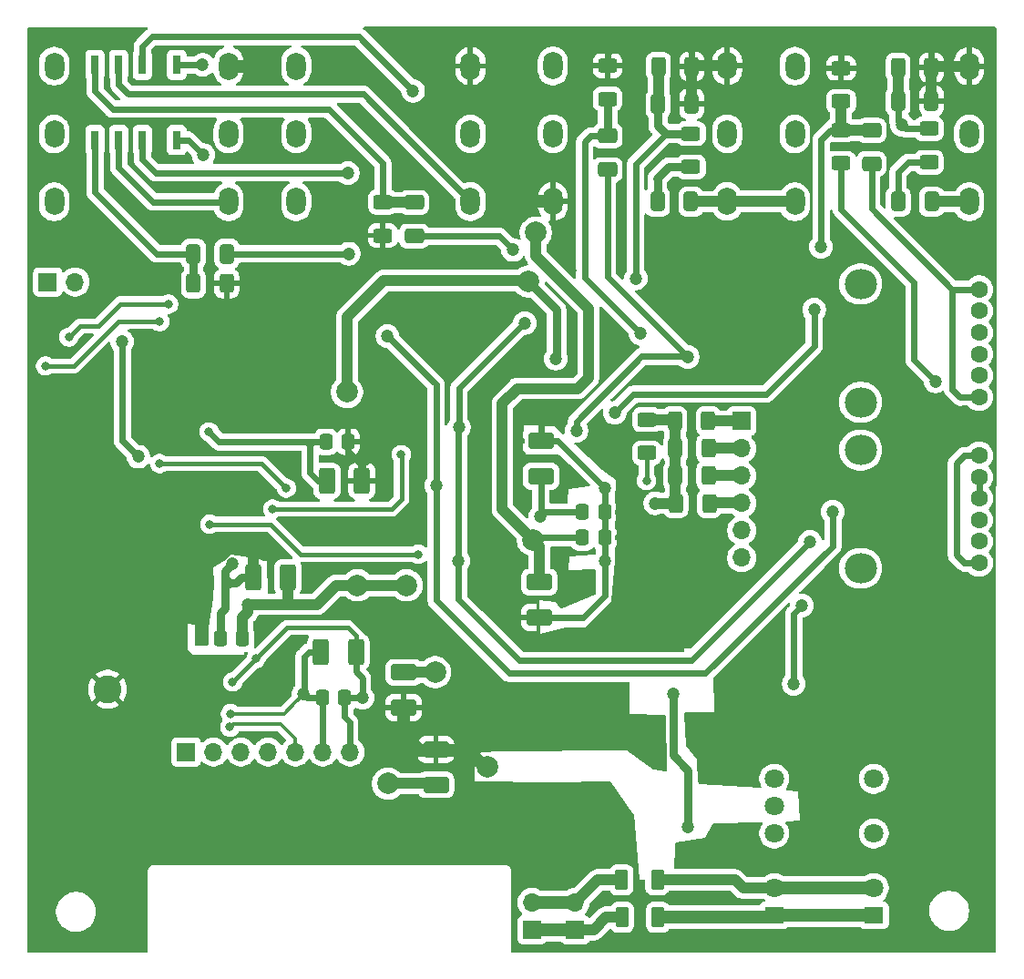
<source format=gbr>
%TF.GenerationSoftware,KiCad,Pcbnew,9.0.5*%
%TF.CreationDate,2025-11-16T19:00:17+01:00*%
%TF.ProjectId,OSCAR_Audio,4f534341-525f-4417-9564-696f2e6b6963,rev?*%
%TF.SameCoordinates,Original*%
%TF.FileFunction,Copper,L1,Top*%
%TF.FilePolarity,Positive*%
%FSLAX46Y46*%
G04 Gerber Fmt 4.6, Leading zero omitted, Abs format (unit mm)*
G04 Created by KiCad (PCBNEW 9.0.5) date 2025-11-16 19:00:17*
%MOMM*%
%LPD*%
G01*
G04 APERTURE LIST*
G04 Aperture macros list*
%AMRoundRect*
0 Rectangle with rounded corners*
0 $1 Rounding radius*
0 $2 $3 $4 $5 $6 $7 $8 $9 X,Y pos of 4 corners*
0 Add a 4 corners polygon primitive as box body*
4,1,4,$2,$3,$4,$5,$6,$7,$8,$9,$2,$3,0*
0 Add four circle primitives for the rounded corners*
1,1,$1+$1,$2,$3*
1,1,$1+$1,$4,$5*
1,1,$1+$1,$6,$7*
1,1,$1+$1,$8,$9*
0 Add four rect primitives between the rounded corners*
20,1,$1+$1,$2,$3,$4,$5,0*
20,1,$1+$1,$4,$5,$6,$7,0*
20,1,$1+$1,$6,$7,$8,$9,0*
20,1,$1+$1,$8,$9,$2,$3,0*%
G04 Aperture macros list end*
%TA.AperFunction,SMDPad,CuDef*%
%ADD10RoundRect,0.250001X-0.944999X0.507499X-0.944999X-0.507499X0.944999X-0.507499X0.944999X0.507499X0*%
%TD*%
%TA.AperFunction,SMDPad,CuDef*%
%ADD11RoundRect,0.250000X-0.625000X0.400000X-0.625000X-0.400000X0.625000X-0.400000X0.625000X0.400000X0*%
%TD*%
%TA.AperFunction,ComponentPad*%
%ADD12R,1.700000X1.700000*%
%TD*%
%TA.AperFunction,ComponentPad*%
%ADD13O,1.700000X1.700000*%
%TD*%
%TA.AperFunction,SMDPad,CuDef*%
%ADD14RoundRect,0.250000X0.337500X0.475000X-0.337500X0.475000X-0.337500X-0.475000X0.337500X-0.475000X0*%
%TD*%
%TA.AperFunction,SMDPad,CuDef*%
%ADD15RoundRect,0.250000X-0.400000X-0.625000X0.400000X-0.625000X0.400000X0.625000X-0.400000X0.625000X0*%
%TD*%
%TA.AperFunction,SMDPad,CuDef*%
%ADD16RoundRect,0.250000X-0.337500X-0.475000X0.337500X-0.475000X0.337500X0.475000X-0.337500X0.475000X0*%
%TD*%
%TA.AperFunction,SMDPad,CuDef*%
%ADD17RoundRect,0.250001X-0.507499X-0.944999X0.507499X-0.944999X0.507499X0.944999X-0.507499X0.944999X0*%
%TD*%
%TA.AperFunction,SMDPad,CuDef*%
%ADD18RoundRect,0.250000X0.412500X0.650000X-0.412500X0.650000X-0.412500X-0.650000X0.412500X-0.650000X0*%
%TD*%
%TA.AperFunction,WasherPad*%
%ADD19O,3.000000X2.800000*%
%TD*%
%TA.AperFunction,ComponentPad*%
%ADD20C,1.600000*%
%TD*%
%TA.AperFunction,SMDPad,CuDef*%
%ADD21RoundRect,0.250000X-0.362500X-0.700000X0.362500X-0.700000X0.362500X0.700000X-0.362500X0.700000X0*%
%TD*%
%TA.AperFunction,SMDPad,CuDef*%
%ADD22RoundRect,0.250000X0.625000X-0.400000X0.625000X0.400000X-0.625000X0.400000X-0.625000X-0.400000X0*%
%TD*%
%TA.AperFunction,SMDPad,CuDef*%
%ADD23RoundRect,0.250001X0.507499X0.944999X-0.507499X0.944999X-0.507499X-0.944999X0.507499X-0.944999X0*%
%TD*%
%TA.AperFunction,SMDPad,CuDef*%
%ADD24RoundRect,0.250000X-0.650000X0.412500X-0.650000X-0.412500X0.650000X-0.412500X0.650000X0.412500X0*%
%TD*%
%TA.AperFunction,SMDPad,CuDef*%
%ADD25RoundRect,0.250000X-0.412500X-0.650000X0.412500X-0.650000X0.412500X0.650000X-0.412500X0.650000X0*%
%TD*%
%TA.AperFunction,SMDPad,CuDef*%
%ADD26R,0.800000X1.800000*%
%TD*%
%TA.AperFunction,ComponentPad*%
%ADD27O,1.800000X2.600000*%
%TD*%
%TA.AperFunction,ComponentPad*%
%ADD28R,1.800000X1.500000*%
%TD*%
%TA.AperFunction,ComponentPad*%
%ADD29C,1.800000*%
%TD*%
%TA.AperFunction,ComponentPad*%
%ADD30C,2.600000*%
%TD*%
%TA.AperFunction,ViaPad*%
%ADD31C,1.200000*%
%TD*%
%TA.AperFunction,ViaPad*%
%ADD32C,0.800000*%
%TD*%
%TA.AperFunction,ViaPad*%
%ADD33C,2.000000*%
%TD*%
%TA.AperFunction,Conductor*%
%ADD34C,0.600000*%
%TD*%
%TA.AperFunction,Conductor*%
%ADD35C,1.000000*%
%TD*%
%TA.AperFunction,Conductor*%
%ADD36C,0.800000*%
%TD*%
%TA.AperFunction,Conductor*%
%ADD37C,1.200000*%
%TD*%
%TA.AperFunction,Conductor*%
%ADD38C,0.400000*%
%TD*%
%TA.AperFunction,Conductor*%
%ADD39C,0.300000*%
%TD*%
G04 APERTURE END LIST*
D10*
%TO.P,C32,1*%
%TO.N,GNDA*%
X151090000Y-112962500D03*
%TO.P,C32,2*%
%TO.N,Net-(U7-VO)*%
X151090000Y-116217500D03*
%TD*%
D11*
%TO.P,R40,1*%
%TO.N,+5VD*%
X170690000Y-82290000D03*
%TO.P,R40,2*%
%TO.N,Net-(U5C-ZCEN)*%
X170690000Y-85390000D03*
%TD*%
D12*
%TO.P,J5,1,Pin_1*%
%TO.N,SAI2_SDA*%
X127870000Y-113180000D03*
D13*
%TO.P,J5,2,Pin_2*%
%TO.N,SAI2_SCK*%
X130410000Y-113180000D03*
%TO.P,J5,3,Pin_3*%
%TO.N,SAI2_FS*%
X132950000Y-113180000D03*
%TO.P,J5,4,Pin_4*%
%TO.N,SAI2_SDB*%
X135490000Y-113180000D03*
%TO.P,J5,5,Pin_5*%
%TO.N,SAI2_MCLK*%
X138030000Y-113180000D03*
%TO.P,J5,6,Pin_6*%
%TO.N,GNDD_SAI*%
X140570000Y-113180000D03*
%TO.P,J5,7,Pin_7*%
%TO.N,+3.3VSAI*%
X143110000Y-113180000D03*
%TD*%
D11*
%TO.P,R14,1*%
%TO.N,Net-(U1B--)*%
X188740000Y-55350000D03*
%TO.P,R14,2*%
%TO.N,Net-(R14-Pad2)*%
X188740000Y-58450000D03*
%TD*%
D14*
%TO.P,C43,1*%
%TO.N,GNDA*%
X166757500Y-90850000D03*
%TO.P,C43,2*%
%TO.N,-5VA*%
X164682500Y-90850000D03*
%TD*%
D15*
%TO.P,R44,1*%
%TO.N,+5VD*%
X173350000Y-87500000D03*
%TO.P,R44,2*%
%TO.N,VOL_Data*%
X176450000Y-87500000D03*
%TD*%
D16*
%TO.P,C40,1*%
%TO.N,+5VA*%
X164702500Y-93260000D03*
%TO.P,C40,2*%
%TO.N,GNDA*%
X166777500Y-93260000D03*
%TD*%
D12*
%TO.P,J6,1,Pin_1*%
%TO.N,VOL_CS*%
X179500000Y-82420000D03*
D13*
%TO.P,J6,2,Pin_2*%
%TO.N,VOL_CLK*%
X179500000Y-84960000D03*
%TO.P,J6,3,Pin_3*%
%TO.N,VOL_Data*%
X179500000Y-87500000D03*
%TO.P,J6,4,Pin_4*%
%TO.N,VOL_Mute*%
X179500000Y-90040000D03*
%TO.P,J6,5,Pin_5*%
%TO.N,GNDD_Vol*%
X179500000Y-92580000D03*
%TO.P,J6,6,Pin_6*%
%TO.N,unconnected-(J6-Pin_6-Pad6)*%
X179500000Y-95120000D03*
%TD*%
D14*
%TO.P,C6,1*%
%TO.N,GNDA*%
X142950000Y-84340000D03*
%TO.P,C6,2*%
%TO.N,Net-(U2A-+)*%
X140875000Y-84340000D03*
%TD*%
D17*
%TO.P,C7,1*%
%TO.N,Net-(U2A-+)*%
X140960000Y-87990000D03*
%TO.P,C7,2*%
%TO.N,GNDA*%
X144215000Y-87990000D03*
%TD*%
D14*
%TO.P,C33,1*%
%TO.N,+3.3VSAI*%
X142587500Y-108160000D03*
%TO.P,C33,2*%
%TO.N,GNDD_SAI*%
X140512500Y-108160000D03*
%TD*%
D10*
%TO.P,C29,1*%
%TO.N,Net-(U6-VO)*%
X148100000Y-105785000D03*
%TO.P,C29,2*%
%TO.N,GNDA*%
X148100000Y-109040000D03*
%TD*%
D15*
%TO.P,R34,1*%
%TO.N,Net-(C19-Pad1)*%
X128550000Y-69630000D03*
%TO.P,R34,2*%
%TO.N,GNDA*%
X131650000Y-69630000D03*
%TD*%
D10*
%TO.P,C41,1*%
%TO.N,+5VA*%
X160700000Y-97405000D03*
%TO.P,C41,2*%
%TO.N,GNDA*%
X160700000Y-100660000D03*
%TD*%
D15*
%TO.P,R5,1*%
%TO.N,Net-(U1A-+)*%
X171770000Y-49450000D03*
%TO.P,R5,2*%
%TO.N,GNDA*%
X174870000Y-49450000D03*
%TD*%
D18*
%TO.P,C11,1*%
%TO.N,GNDA*%
X197142500Y-52660000D03*
%TO.P,C11,2*%
%TO.N,Net-(U1B-+)*%
X194017500Y-52660000D03*
%TD*%
D19*
%TO.P,RV1,*%
%TO.N,*%
X190560000Y-80670000D03*
X190560000Y-69670000D03*
D20*
%TO.P,RV1,1,1*%
%TO.N,Net-(R7-Pad2)*%
X201560000Y-76170000D03*
%TO.P,RV1,2,2*%
%TO.N,Net-(U5A-AINL)*%
X201560000Y-74170000D03*
%TO.P,RV1,3,3*%
X201560000Y-72170000D03*
%TO.P,RV1,4,4*%
%TO.N,Net-(R14-Pad2)*%
X201560000Y-78170000D03*
%TO.P,RV1,5,5*%
%TO.N,Net-(U5B-AINR)*%
X201560000Y-80170000D03*
%TO.P,RV1,6,6*%
X201560000Y-70170000D03*
%TD*%
D15*
%TO.P,R42,1*%
%TO.N,+5VD*%
X173350000Y-84960000D03*
%TO.P,R42,2*%
%TO.N,VOL_CLK*%
X176450000Y-84960000D03*
%TD*%
D11*
%TO.P,R10,1*%
%TO.N,Net-(U1B-+)*%
X196900000Y-55250000D03*
%TO.P,R10,2*%
%TO.N,Net-(C9-Pad2)*%
X196900000Y-58350000D03*
%TD*%
D21*
%TO.P,FB1,1*%
%TO.N,/Alim/+12V*%
X168407500Y-128550000D03*
%TO.P,FB1,2*%
%TO.N,Net-(PS1-+Vin)*%
X171732500Y-128550000D03*
%TD*%
D22*
%TO.P,R13,1*%
%TO.N,Net-(U1B--)*%
X188750000Y-52700000D03*
%TO.P,R13,2*%
%TO.N,GNDA*%
X188750000Y-49600000D03*
%TD*%
D11*
%TO.P,R24,1*%
%TO.N,Net-(C15-Pad1)*%
X146140000Y-62060000D03*
%TO.P,R24,2*%
%TO.N,GNDA*%
X146140000Y-65160000D03*
%TD*%
D10*
%TO.P,C44,1*%
%TO.N,GNDA*%
X160840000Y-84285000D03*
%TO.P,C44,2*%
%TO.N,-5VA*%
X160840000Y-87540000D03*
%TD*%
D18*
%TO.P,C2,1*%
%TO.N,Net-(C2-Pad1)*%
X174792500Y-62020000D03*
%TO.P,C2,2*%
%TO.N,Net-(C2-Pad2)*%
X171667500Y-62020000D03*
%TD*%
D23*
%TO.P,C36,1*%
%TO.N,+5VA*%
X137327500Y-96940000D03*
%TO.P,C36,2*%
%TO.N,GNDA*%
X134072500Y-96940000D03*
%TD*%
D12*
%TO.P,J8,1,Pin_1*%
%TO.N,/Alim/+12V*%
X164040000Y-129700000D03*
D13*
%TO.P,J8,2,Pin_2*%
%TO.N,/Alim/0V*%
X164040000Y-127160000D03*
%TD*%
D24*
%TO.P,C12,1*%
%TO.N,Net-(U1B--)*%
X191570000Y-55387500D03*
%TO.P,C12,2*%
%TO.N,Net-(U5B-AINR)*%
X191570000Y-58512500D03*
%TD*%
D18*
%TO.P,C9,1*%
%TO.N,Net-(C9-Pad1)*%
X197162500Y-62010000D03*
%TO.P,C9,2*%
%TO.N,Net-(C9-Pad2)*%
X194037500Y-62010000D03*
%TD*%
D19*
%TO.P,RV2,*%
%TO.N,*%
X190560000Y-96100000D03*
X190560000Y-85100000D03*
D20*
%TO.P,RV2,1,1*%
%TO.N,Net-(R29-Pad2)*%
X201560000Y-91600000D03*
%TO.P,RV2,2,2*%
%TO.N,Net-(C19-Pad2)*%
X201560000Y-89600000D03*
%TO.P,RV2,3,3*%
X201560000Y-87600000D03*
%TO.P,RV2,4,4*%
%TO.N,Net-(R18-Pad2)*%
X201560000Y-93600000D03*
%TO.P,RV2,5,5*%
%TO.N,Net-(C15-Pad2)*%
X201560000Y-95600000D03*
%TO.P,RV2,6,6*%
X201560000Y-85600000D03*
%TD*%
D18*
%TO.P,C4,1*%
%TO.N,GNDA*%
X174862500Y-52920000D03*
%TO.P,C4,2*%
%TO.N,Net-(U1A-+)*%
X171737500Y-52920000D03*
%TD*%
D15*
%TO.P,R12,1*%
%TO.N,Net-(U1B-+)*%
X194030000Y-49550000D03*
%TO.P,R12,2*%
%TO.N,GNDA*%
X197130000Y-49550000D03*
%TD*%
D24*
%TO.P,C5,1*%
%TO.N,Net-(U1A--)*%
X167040000Y-55915000D03*
%TO.P,C5,2*%
%TO.N,Net-(U5A-AINL)*%
X167040000Y-59040000D03*
%TD*%
D14*
%TO.P,C35,1*%
%TO.N,+5VA*%
X133127500Y-102630000D03*
%TO.P,C35,2*%
%TO.N,GNDA*%
X131052500Y-102630000D03*
%TD*%
D25*
%TO.P,C19,1*%
%TO.N,Net-(C19-Pad1)*%
X128547500Y-66870000D03*
%TO.P,C19,2*%
%TO.N,Net-(C19-Pad2)*%
X131672500Y-66870000D03*
%TD*%
D21*
%TO.P,FB3,1*%
%TO.N,/Alim/0V*%
X168337500Y-125070000D03*
%TO.P,FB3,2*%
%TO.N,Net-(PS1--Vin)*%
X171662500Y-125070000D03*
%TD*%
D11*
%TO.P,R2,1*%
%TO.N,Net-(U1A-+)*%
X174790000Y-55690000D03*
%TO.P,R2,2*%
%TO.N,Net-(C2-Pad2)*%
X174790000Y-58790000D03*
%TD*%
D26*
%TO.P,K1,1*%
%TO.N,/Analog/+R5V*%
X127000000Y-49300000D03*
%TO.P,K1,2*%
%TO.N,Net-(C9-Pad1)*%
X123800000Y-49300000D03*
%TO.P,K1,3*%
%TO.N,Net-(J3-PadT)*%
X121600000Y-49300000D03*
%TO.P,K1,4*%
%TO.N,Net-(C15-Pad1)*%
X119400000Y-49300000D03*
%TO.P,K1,5*%
%TO.N,Net-(C19-Pad1)*%
X119400000Y-56300000D03*
%TO.P,K1,6*%
%TO.N,Net-(J4-PadT)*%
X121600000Y-56300000D03*
%TO.P,K1,7*%
%TO.N,Net-(C2-Pad1)*%
X123800000Y-56300000D03*
%TO.P,K1,8*%
%TO.N,/Analog/R0V*%
X127000000Y-56300000D03*
%TD*%
D15*
%TO.P,R41,1*%
%TO.N,+5VD*%
X173390000Y-90050000D03*
%TO.P,R41,2*%
%TO.N,VOL_Mute*%
X176490000Y-90050000D03*
%TD*%
D22*
%TO.P,R6,1*%
%TO.N,Net-(U1A--)*%
X167040000Y-52480000D03*
%TO.P,R6,2*%
%TO.N,GNDA*%
X167040000Y-49380000D03*
%TD*%
D23*
%TO.P,C34,1*%
%TO.N,+3.3VSAI*%
X143657500Y-103870000D03*
%TO.P,C34,2*%
%TO.N,GNDD_SAI*%
X140402500Y-103870000D03*
%TD*%
D12*
%TO.P,J7,1,Pin_1*%
%TO.N,/Alim/+12V*%
X160010000Y-129710000D03*
D13*
%TO.P,J7,2,Pin_2*%
%TO.N,/Alim/0V*%
X160010000Y-127170000D03*
%TD*%
D12*
%TO.P,J9,1,Pin_1*%
%TO.N,/Analog/+R5V*%
X115015000Y-69480000D03*
D13*
%TO.P,J9,2,Pin_2*%
%TO.N,/Analog/R0V*%
X117555000Y-69480000D03*
%TD*%
D24*
%TO.P,C15,1*%
%TO.N,Net-(C15-Pad1)*%
X149070000Y-62097500D03*
%TO.P,C15,2*%
%TO.N,Net-(C15-Pad2)*%
X149070000Y-65222500D03*
%TD*%
D15*
%TO.P,R43,1*%
%TO.N,+5VD*%
X173290000Y-82390000D03*
%TO.P,R43,2*%
%TO.N,VOL_CS*%
X176390000Y-82390000D03*
%TD*%
D27*
%TO.P,J3,R*%
%TO.N,unconnected-(J3-PadR)*%
X154300000Y-55710000D03*
%TO.P,J3,RN*%
%TO.N,unconnected-(J3-PadRN)*%
X138100000Y-55710000D03*
%TO.P,J3,S*%
%TO.N,GNDA*%
X154300000Y-49410000D03*
%TO.P,J3,SN*%
%TO.N,unconnected-(J3-PadSN)*%
X138100000Y-49410000D03*
%TO.P,J3,T*%
%TO.N,Net-(J3-PadT)*%
X154300000Y-62010000D03*
%TO.P,J3,TN*%
%TO.N,unconnected-(J3-PadTN)*%
X138100000Y-62010000D03*
%TD*%
%TO.P,J1,R*%
%TO.N,unconnected-(J1-PadR)*%
X178160000Y-55700000D03*
%TO.P,J1,RN*%
%TO.N,unconnected-(J1-PadRN)*%
X161960000Y-55700000D03*
%TO.P,J1,S*%
%TO.N,GNDA*%
X178160000Y-49400000D03*
%TO.P,J1,SN*%
%TO.N,unconnected-(J1-PadSN)*%
X161960000Y-49400000D03*
%TO.P,J1,T*%
%TO.N,Net-(C2-Pad1)*%
X178160000Y-62000000D03*
%TO.P,J1,TN*%
%TO.N,GNDA*%
X161960000Y-62000000D03*
%TD*%
%TO.P,J4,R*%
%TO.N,unconnected-(J4-PadR)*%
X131820000Y-55720000D03*
%TO.P,J4,RN*%
%TO.N,unconnected-(J4-PadRN)*%
X115620000Y-55720000D03*
%TO.P,J4,S*%
%TO.N,GNDA*%
X131820000Y-49420000D03*
%TO.P,J4,SN*%
%TO.N,unconnected-(J4-PadSN)*%
X115620000Y-49420000D03*
%TO.P,J4,T*%
%TO.N,Net-(J4-PadT)*%
X131820000Y-62020000D03*
%TO.P,J4,TN*%
%TO.N,unconnected-(J4-PadTN)*%
X115620000Y-62020000D03*
%TD*%
D28*
%TO.P,PS2,1,+Vin*%
%TO.N,Net-(PS1-+Vin)*%
X191780000Y-128370000D03*
D29*
%TO.P,PS2,2,-Vin*%
%TO.N,Net-(PS1--Vin)*%
X191780000Y-125830000D03*
%TO.P,PS2,4,0V*%
%TO.N,GNDD_Vol*%
X191780000Y-120750000D03*
%TO.P,PS2,6,+9V*%
%TO.N,Net-(PS2-+9V)*%
X191780000Y-115670000D03*
%TD*%
D28*
%TO.P,PS1,1,+Vin*%
%TO.N,Net-(PS1-+Vin)*%
X182530000Y-128370000D03*
D29*
%TO.P,PS1,2,-Vin*%
%TO.N,Net-(PS1--Vin)*%
X182530000Y-125830000D03*
%TO.P,PS1,4,-9V*%
%TO.N,Net-(PS1--9V)*%
X182530000Y-120750000D03*
%TO.P,PS1,5,0V*%
%TO.N,GNDA*%
X182530000Y-118210000D03*
%TO.P,PS1,6,+9V*%
%TO.N,Net-(PS1-+9V)*%
X182530000Y-115670000D03*
%TD*%
D27*
%TO.P,J2,R*%
%TO.N,unconnected-(J2-PadR)*%
X200650000Y-55720000D03*
%TO.P,J2,RN*%
%TO.N,unconnected-(J2-PadRN)*%
X184450000Y-55720000D03*
%TO.P,J2,S*%
%TO.N,GNDA*%
X200650000Y-49420000D03*
%TO.P,J2,SN*%
%TO.N,unconnected-(J2-PadSN)*%
X184450000Y-49420000D03*
%TO.P,J2,T*%
%TO.N,Net-(C9-Pad1)*%
X200650000Y-62020000D03*
%TO.P,J2,TN*%
%TO.N,Net-(C2-Pad1)*%
X184450000Y-62020000D03*
%TD*%
D30*
%TO.P,TP2,1,1*%
%TO.N,GNDA*%
X120580000Y-107340000D03*
%TD*%
D31*
%TO.N,Net-(C2-Pad1)*%
X142880000Y-59370000D03*
%TO.N,Net-(U5A-AINL)*%
X164140000Y-83310000D03*
X174480000Y-76450000D03*
%TO.N,Net-(U1A-+)*%
X169660000Y-69140000D03*
D32*
%TO.N,Net-(U2A-+)*%
X130000000Y-83420000D03*
D31*
%TO.N,GNDA*%
X138710000Y-77870000D03*
D32*
X155400000Y-67840000D03*
D31*
X166777500Y-95450000D03*
X173970000Y-66870000D03*
X117530000Y-60250000D03*
X145820000Y-85930000D03*
D32*
X167050000Y-76790000D03*
D31*
X177030000Y-98210000D03*
D32*
X163730000Y-68400000D03*
X177440000Y-122320000D03*
D33*
X150270000Y-47880000D03*
D31*
X186230000Y-80700000D03*
X160840000Y-81990000D03*
D33*
X184110000Y-88630000D03*
D31*
X179500000Y-66100000D03*
D32*
X145210000Y-76040000D03*
X158200000Y-61950000D03*
X194010000Y-72990000D03*
D31*
X166757500Y-88622500D03*
D33*
X166780000Y-102320000D03*
D31*
X126240000Y-82150000D03*
D33*
X115930000Y-101630000D03*
D31*
X141850000Y-81950000D03*
D33*
X142380000Y-49390000D03*
D31*
X173140000Y-107810000D03*
D33*
X195730000Y-84610000D03*
D32*
X177940000Y-114570000D03*
D31*
X174530000Y-120140000D03*
D32*
X125240000Y-84520000D03*
D31*
X143160000Y-116560000D03*
D32*
X200960000Y-82490000D03*
D33*
X155860000Y-114540000D03*
D32*
X166510000Y-84420000D03*
D31*
X132180000Y-95710000D03*
D33*
X196820000Y-99270000D03*
D32*
X128220000Y-72810000D03*
X147340000Y-92310000D03*
D33*
X199910000Y-66310000D03*
D32*
X134520000Y-70190000D03*
D31*
%TO.N,Net-(U1A--)*%
X170105000Y-74295000D03*
D32*
%TO.N,Net-(U2A--)*%
X147870000Y-85540000D03*
X135925000Y-90595000D03*
D31*
%TO.N,Net-(U5B-AINR)*%
X167700000Y-81660000D03*
X186230000Y-72070000D03*
%TO.N,Net-(C9-Pad1)*%
X148970000Y-51710000D03*
D32*
%TO.N,Net-(C10-Pad2)*%
X125410000Y-86370000D03*
X137185000Y-88645000D03*
D31*
%TO.N,Net-(U1B-+)*%
X194390000Y-54870000D03*
%TO.N,Net-(U1B--)*%
X186870000Y-66240000D03*
%TO.N,Net-(C15-Pad2)*%
X158250000Y-66510000D03*
D32*
%TO.N,Net-(U2B--)*%
X149460000Y-94790000D03*
X130080000Y-92000000D03*
%TO.N,Net-(C14-Pad2)*%
X126250000Y-71540000D03*
X116980000Y-74610000D03*
%TO.N,Net-(C14-Pad1)*%
X125420000Y-73170000D03*
X114810000Y-77290000D03*
D33*
%TO.N,Net-(U6-VO)*%
X151020000Y-105760000D03*
%TO.N,Net-(U7-VO)*%
X146630000Y-116120000D03*
D31*
%TO.N,Net-(C18-Pad2)*%
X121930000Y-75050000D03*
X123420000Y-85730000D03*
%TO.N,Net-(C19-Pad2)*%
X142980000Y-66850000D03*
D33*
%TO.N,+5VA*%
X160090000Y-93450000D03*
X148360000Y-97690000D03*
X160370000Y-64880000D03*
D31*
X133570000Y-99460000D03*
D33*
X143800000Y-97690000D03*
%TO.N,-5VA*%
X142820000Y-79710000D03*
D31*
X160760000Y-91310000D03*
X162230000Y-76610000D03*
D33*
X159695000Y-69435000D03*
D31*
%TO.N,+5VD*%
X171470000Y-90050000D03*
%TO.N,+3.3VSAI*%
X144270000Y-108160000D03*
D32*
X132200000Y-106670000D03*
X134370000Y-104500000D03*
D31*
%TO.N,Net-(R14-Pad2)*%
X197500000Y-78710000D03*
%TO.N,Net-(U4B--)*%
X146590000Y-74510000D03*
X151110000Y-88400000D03*
X187970000Y-90830000D03*
%TO.N,Net-(U4A--)*%
X153225000Y-83015000D03*
X153170000Y-95410000D03*
X185850000Y-93660000D03*
X159350000Y-73300000D03*
D32*
%TO.N,Net-(U5C-ZCEN)*%
X170660000Y-87950000D03*
%TO.N,SAI2_MCLK*%
X131950000Y-110870000D03*
%TO.N,GNDD_SAI*%
X131995000Y-109615000D03*
D31*
X138747500Y-107827500D03*
%TO.N,GNDD_Vol*%
X185110000Y-99570000D03*
X184350000Y-106850000D03*
%TO.N,/Analog/+R5V*%
X129410000Y-49300000D03*
%TO.N,/Analog/R0V*%
X129480000Y-57680000D03*
%TD*%
D34*
%TO.N,Net-(C2-Pad1)*%
X123800000Y-56300000D02*
X123800000Y-58110000D01*
X142850000Y-59340000D02*
X142880000Y-59370000D01*
D35*
X174792500Y-62020000D02*
X178140000Y-62020000D01*
X178140000Y-62020000D02*
X178160000Y-62000000D01*
D34*
X123800000Y-58110000D02*
X125030000Y-59340000D01*
X125030000Y-59340000D02*
X142850000Y-59340000D01*
D35*
X184430000Y-62000000D02*
X184450000Y-62020000D01*
X178160000Y-62000000D02*
X184430000Y-62000000D01*
D34*
%TO.N,Net-(U5A-AINL)*%
X164140000Y-82450000D02*
X164140000Y-83310000D01*
X170210000Y-76380000D02*
X164140000Y-82450000D01*
X167040000Y-69010000D02*
X167040000Y-59040000D01*
X174480000Y-76450000D02*
X167040000Y-69010000D01*
X174410000Y-76380000D02*
X170210000Y-76380000D01*
X174480000Y-76450000D02*
X174410000Y-76380000D01*
D36*
%TO.N,Net-(C2-Pad2)*%
X171667500Y-59837500D02*
X171667500Y-62020000D01*
X171660000Y-59830000D02*
X171667500Y-59837500D01*
X172700000Y-58790000D02*
X171660000Y-59830000D01*
X174790000Y-58790000D02*
X172700000Y-58790000D01*
D34*
%TO.N,Net-(U1A-+)*%
X169660000Y-69140000D02*
X169660000Y-58480000D01*
D36*
X171737500Y-54977500D02*
X172040000Y-55280000D01*
X171737500Y-52920000D02*
X171737500Y-54977500D01*
X172450000Y-55690000D02*
X174790000Y-55690000D01*
D35*
X171770000Y-52887500D02*
X171737500Y-52920000D01*
X171770000Y-49450000D02*
X171770000Y-52887500D01*
D34*
X169660000Y-58480000D02*
X172450000Y-55690000D01*
D36*
X172040000Y-55280000D02*
X172450000Y-55690000D01*
D34*
%TO.N,Net-(U2A-+)*%
X139380000Y-87240000D02*
X139390000Y-87240000D01*
X130900000Y-84340000D02*
X139030000Y-84340000D01*
X139380000Y-85100000D02*
X139380000Y-84650000D01*
X140140000Y-87990000D02*
X140960000Y-87990000D01*
X139380000Y-84650000D02*
X139690000Y-84340000D01*
X130000000Y-83440000D02*
X130900000Y-84340000D01*
X139380000Y-84690000D02*
X139030000Y-84340000D01*
X139690000Y-84340000D02*
X140875000Y-84340000D01*
X139380000Y-87240000D02*
X139380000Y-85100000D01*
X130000000Y-83420000D02*
X130000000Y-83440000D01*
X139390000Y-87240000D02*
X140140000Y-87990000D01*
X139380000Y-85100000D02*
X139380000Y-84690000D01*
X139030000Y-84340000D02*
X139690000Y-84340000D01*
%TO.N,GNDA*%
X189600000Y-47480000D02*
X188750000Y-48330000D01*
X166777500Y-93260000D02*
X166777500Y-95450000D01*
D37*
X131810000Y-49440000D02*
X134830000Y-49440000D01*
D34*
X167040000Y-48240000D02*
X167040000Y-49380000D01*
D36*
X132990000Y-96940000D02*
X134072500Y-96940000D01*
D35*
X197260000Y-49420000D02*
X197130000Y-49550000D01*
D36*
X131520000Y-98520000D02*
X131520000Y-99820000D01*
D34*
X166777500Y-93260000D02*
X166777500Y-90870000D01*
D35*
X178160000Y-49400000D02*
X174920000Y-49400000D01*
D34*
X197130000Y-48130000D02*
X196480000Y-47480000D01*
X197130000Y-49550000D02*
X197130000Y-48130000D01*
D37*
X158250000Y-62000000D02*
X158200000Y-61950000D01*
D36*
X144215000Y-87990000D02*
X144215000Y-86630000D01*
D34*
X162420000Y-84285000D02*
X160840000Y-84285000D01*
X160730000Y-100690000D02*
X160700000Y-100660000D01*
X166757500Y-90850000D02*
X166757500Y-88622500D01*
D35*
X174870000Y-52912500D02*
X174862500Y-52920000D01*
D38*
X144665000Y-85930000D02*
X144215000Y-86380000D01*
D36*
X131520000Y-96830000D02*
X131520000Y-97420000D01*
D34*
X196480000Y-47480000D02*
X189600000Y-47480000D01*
D36*
X131520000Y-97420000D02*
X132140000Y-97420000D01*
X173140000Y-113500000D02*
X174530000Y-114890000D01*
X131052500Y-100287500D02*
X131052500Y-102630000D01*
D38*
X131520000Y-98040000D02*
X132140000Y-97420000D01*
D34*
X164730000Y-100690000D02*
X160730000Y-100690000D01*
D36*
X131520000Y-98520000D02*
X131520000Y-98410000D01*
D38*
X143405000Y-85675000D02*
X143985000Y-86255000D01*
D37*
X154105000Y-113045000D02*
X155600000Y-114540000D01*
D36*
X131520000Y-96370000D02*
X131520000Y-96830000D01*
D37*
X149565000Y-113045000D02*
X154105000Y-113045000D01*
D38*
X143985000Y-86255000D02*
X144215000Y-86255000D01*
D36*
X173140000Y-107810000D02*
X173140000Y-113500000D01*
D35*
X134072500Y-96940000D02*
X134072500Y-93567500D01*
D36*
X131520000Y-99820000D02*
X131052500Y-100287500D01*
D34*
X166777500Y-98642500D02*
X164730000Y-100690000D01*
X166777500Y-90870000D02*
X166757500Y-90850000D01*
X167760000Y-47520000D02*
X167040000Y-48240000D01*
D38*
X142950000Y-85365000D02*
X144215000Y-86630000D01*
X144860000Y-85985000D02*
X144215000Y-86630000D01*
D35*
X174870000Y-49450000D02*
X174870000Y-52912500D01*
D36*
X132510000Y-97420000D02*
X132550000Y-97380000D01*
D34*
X174280000Y-47520000D02*
X167760000Y-47520000D01*
D37*
X155600000Y-114540000D02*
X155860000Y-114540000D01*
D38*
X144215000Y-86485000D02*
X143660000Y-85930000D01*
D34*
X142950000Y-84340000D02*
X142950000Y-85220000D01*
D36*
X144215000Y-86630000D02*
X144215000Y-86380000D01*
D35*
X134072500Y-93567500D02*
X134090000Y-93550000D01*
D38*
X131520000Y-98110000D02*
X131520000Y-98040000D01*
D34*
X174870000Y-48110000D02*
X174280000Y-47520000D01*
D36*
X132180000Y-95710000D02*
X131520000Y-96370000D01*
D38*
X144215000Y-86630000D02*
X144215000Y-86485000D01*
D34*
X166777500Y-95450000D02*
X166777500Y-98642500D01*
D35*
X197130000Y-49550000D02*
X197130000Y-52647500D01*
D37*
X134830000Y-49440000D02*
X134870000Y-49400000D01*
D38*
X144860000Y-85930000D02*
X144665000Y-85930000D01*
D35*
X174920000Y-49400000D02*
X174870000Y-49450000D01*
D34*
X160840000Y-84285000D02*
X160840000Y-81990000D01*
X142950000Y-85220000D02*
X143405000Y-85675000D01*
D36*
X131520000Y-98110000D02*
X131520000Y-98520000D01*
D34*
X188750000Y-48330000D02*
X188750000Y-49600000D01*
D36*
X174530000Y-114890000D02*
X174530000Y-120140000D01*
D37*
X148100000Y-109040000D02*
X148100000Y-111580000D01*
D38*
X142950000Y-85220000D02*
X142950000Y-85365000D01*
D34*
X162420000Y-84285000D02*
X166757500Y-88622500D01*
D35*
X200650000Y-49420000D02*
X197260000Y-49420000D01*
D34*
X143405000Y-85675000D02*
X143660000Y-85930000D01*
D36*
X144215000Y-86380000D02*
X144215000Y-86255000D01*
D37*
X161960000Y-62000000D02*
X158250000Y-62000000D01*
D38*
X131520000Y-96830000D02*
X131550000Y-96830000D01*
D34*
X174870000Y-49450000D02*
X174870000Y-48110000D01*
X143660000Y-85930000D02*
X144860000Y-85930000D01*
D37*
X148100000Y-111580000D02*
X149565000Y-113045000D01*
D36*
X144215000Y-86255000D02*
X144220000Y-86250000D01*
D38*
X144860000Y-85930000D02*
X144860000Y-85985000D01*
D36*
X131520000Y-97420000D02*
X131520000Y-98110000D01*
X132550000Y-97380000D02*
X132990000Y-96940000D01*
X132140000Y-97420000D02*
X132510000Y-97420000D01*
D38*
X131550000Y-96830000D02*
X132140000Y-97420000D01*
D34*
X144860000Y-85930000D02*
X145820000Y-85930000D01*
D35*
X197130000Y-52647500D02*
X197142500Y-52660000D01*
D34*
%TO.N,Net-(U1A--)*%
X170105000Y-74295000D02*
X170105000Y-74285000D01*
D36*
X167040000Y-52480000D02*
X167040000Y-55915000D01*
D34*
X164900000Y-56487500D02*
X165472500Y-55915000D01*
X170105000Y-74285000D02*
X164900000Y-69080000D01*
X164900000Y-69080000D02*
X164900000Y-56487500D01*
X165472500Y-55915000D02*
X167040000Y-55915000D01*
D38*
%TO.N,Net-(U2A--)*%
X146965000Y-90595000D02*
X135925000Y-90595000D01*
X147890000Y-89670000D02*
X146965000Y-90595000D01*
X147890000Y-85560000D02*
X147890000Y-89670000D01*
X147870000Y-85540000D02*
X147890000Y-85560000D01*
D34*
%TO.N,Net-(U5B-AINR)*%
X199800000Y-80190000D02*
X199890000Y-80190000D01*
X199890000Y-80190000D02*
X199910000Y-80170000D01*
X199910000Y-80170000D02*
X201560000Y-80170000D01*
X201560000Y-70170000D02*
X199090000Y-70170000D01*
X181760000Y-79910000D02*
X186240000Y-75430000D01*
X199090000Y-70170000D02*
X191570000Y-62650000D01*
X186240000Y-72080000D02*
X186230000Y-72070000D01*
X169450000Y-79910000D02*
X181760000Y-79910000D01*
X186240000Y-75430000D02*
X186240000Y-72080000D01*
X199090000Y-79480000D02*
X199800000Y-80190000D01*
X167700000Y-81660000D02*
X169450000Y-79910000D01*
X199090000Y-70170000D02*
X199090000Y-79480000D01*
X191570000Y-62650000D02*
X191570000Y-58512500D01*
D35*
%TO.N,Net-(C9-Pad1)*%
X197172500Y-62020000D02*
X197162500Y-62010000D01*
D34*
X123800000Y-47560000D02*
X123800000Y-49300000D01*
D35*
X200650000Y-62020000D02*
X197172500Y-62020000D01*
D34*
X124690000Y-46670000D02*
X123800000Y-47560000D01*
X143930000Y-46670000D02*
X124690000Y-46670000D01*
X148970000Y-51710000D02*
X143930000Y-46670000D01*
D38*
%TO.N,Net-(C10-Pad2)*%
X134910000Y-86370000D02*
X137185000Y-88645000D01*
X125410000Y-86370000D02*
X134910000Y-86370000D01*
D34*
%TO.N,Net-(C9-Pad2)*%
X194950000Y-58350000D02*
X196900000Y-58350000D01*
X194037500Y-59262500D02*
X194950000Y-58350000D01*
X194037500Y-62010000D02*
X194037500Y-59262500D01*
%TO.N,Net-(U1B-+)*%
X194017500Y-52660000D02*
X194017500Y-54497500D01*
D35*
X194030000Y-52647500D02*
X194017500Y-52660000D01*
X194030000Y-49550000D02*
X194030000Y-52647500D01*
D34*
X194390000Y-54870000D02*
X194017500Y-54497500D01*
X194770000Y-55250000D02*
X194390000Y-54870000D01*
X196900000Y-55250000D02*
X194770000Y-55250000D01*
%TO.N,Net-(U1B--)*%
X186900000Y-56250000D02*
X186900000Y-66210000D01*
D35*
X188740000Y-55350000D02*
X188740000Y-52710000D01*
D34*
X187800000Y-55350000D02*
X186900000Y-56250000D01*
X188740000Y-55350000D02*
X187800000Y-55350000D01*
D35*
X191570000Y-55387500D02*
X188777500Y-55387500D01*
D34*
X186900000Y-66210000D02*
X186870000Y-66240000D01*
D35*
X188777500Y-55387500D02*
X188740000Y-55350000D01*
X188740000Y-52710000D02*
X188750000Y-52700000D01*
D34*
%TO.N,Net-(C15-Pad2)*%
X156962500Y-65222500D02*
X149070000Y-65222500D01*
X199440000Y-86350000D02*
X200190000Y-85600000D01*
X199440000Y-94860000D02*
X199440000Y-86350000D01*
X158250000Y-66510000D02*
X156962500Y-65222500D01*
X200180000Y-95600000D02*
X199440000Y-94860000D01*
X200190000Y-85600000D02*
X201560000Y-85600000D01*
X201560000Y-95600000D02*
X200180000Y-95600000D01*
D35*
%TO.N,Net-(C15-Pad1)*%
X149070000Y-62097500D02*
X146177500Y-62097500D01*
D34*
X119390000Y-49300000D02*
X119390000Y-51770000D01*
D35*
X146177500Y-62097500D02*
X146140000Y-62060000D01*
D34*
X121040000Y-53420000D02*
X141140000Y-53420000D01*
X146140000Y-58420000D02*
X146140000Y-62060000D01*
X119390000Y-51770000D02*
X121040000Y-53420000D01*
X141140000Y-53420000D02*
X146140000Y-58420000D01*
D38*
%TO.N,Net-(U2B--)*%
X147190000Y-94800000D02*
X138490000Y-94800000D01*
X149460000Y-94790000D02*
X147200000Y-94790000D01*
X147200000Y-94790000D02*
X147190000Y-94800000D01*
X138490000Y-94800000D02*
X135690000Y-92000000D01*
X135690000Y-92000000D02*
X130080000Y-92000000D01*
D36*
%TO.N,Net-(C19-Pad1)*%
X128547500Y-66870000D02*
X128547500Y-69627500D01*
D34*
X119390000Y-56300000D02*
X119390000Y-61140000D01*
D36*
X128547500Y-69627500D02*
X128550000Y-69630000D01*
D34*
X125120000Y-66870000D02*
X128547500Y-66870000D01*
X119390000Y-61140000D02*
X125120000Y-66870000D01*
D38*
%TO.N,Net-(C14-Pad2)*%
X121740000Y-71520000D02*
X126230000Y-71520000D01*
X116980000Y-74610000D02*
X118020000Y-73570000D01*
X119690000Y-73570000D02*
X121740000Y-71520000D01*
X118020000Y-73570000D02*
X119690000Y-73570000D01*
X126230000Y-71520000D02*
X126250000Y-71540000D01*
%TO.N,Net-(C14-Pad1)*%
X121540000Y-73170000D02*
X125420000Y-73170000D01*
X114810000Y-77290000D02*
X117420000Y-77290000D01*
X117420000Y-77290000D02*
X121540000Y-73170000D01*
D35*
%TO.N,Net-(U6-VO)*%
X151020000Y-105760000D02*
X148125000Y-105760000D01*
X148125000Y-105760000D02*
X148100000Y-105785000D01*
%TO.N,Net-(U7-VO)*%
X150992500Y-116120000D02*
X151090000Y-116217500D01*
X146630000Y-116120000D02*
X150992500Y-116120000D01*
D34*
%TO.N,Net-(C18-Pad2)*%
X121930000Y-75050000D02*
X121930000Y-84240000D01*
X121930000Y-84240000D02*
X123420000Y-85730000D01*
%TO.N,Net-(C19-Pad2)*%
X142960000Y-66870000D02*
X131672500Y-66870000D01*
X142980000Y-66850000D02*
X142960000Y-66870000D01*
X201560000Y-89600000D02*
X201560000Y-87600000D01*
%TO.N,+5VA*%
X160280000Y-93260000D02*
X160090000Y-93450000D01*
D35*
X143800000Y-97690000D02*
X141780000Y-97690000D01*
X160700000Y-94060000D02*
X160090000Y-93450000D01*
X133127500Y-100642500D02*
X133127500Y-102630000D01*
X133570000Y-99460000D02*
X137290000Y-99460000D01*
X158660000Y-79390000D02*
X157260000Y-80790000D01*
X141780000Y-97690000D02*
X140010000Y-99460000D01*
X137327500Y-96940000D02*
X137327500Y-99422500D01*
X148360000Y-97690000D02*
X143800000Y-97690000D01*
X133570000Y-99460000D02*
X133570000Y-100200000D01*
X160370000Y-67050000D02*
X165280000Y-71960000D01*
X140010000Y-99460000D02*
X137290000Y-99460000D01*
D34*
X164702500Y-93260000D02*
X160280000Y-93260000D01*
D35*
X160370000Y-64880000D02*
X160370000Y-67050000D01*
X157260000Y-80790000D02*
X157260000Y-90620000D01*
X133570000Y-100200000D02*
X133127500Y-100642500D01*
X164280000Y-79390000D02*
X158660000Y-79390000D01*
X165280000Y-71960000D02*
X165280000Y-78390000D01*
X137327500Y-99422500D02*
X137290000Y-99460000D01*
X165280000Y-78390000D02*
X164280000Y-79390000D01*
X160700000Y-97405000D02*
X160700000Y-94060000D01*
X157260000Y-90620000D02*
X160090000Y-93450000D01*
D36*
%TO.N,-5VA*%
X162300000Y-72040000D02*
X162300000Y-76540000D01*
X162300000Y-76540000D02*
X162230000Y-76610000D01*
X159590000Y-69330000D02*
X159695000Y-69435000D01*
D34*
X160840000Y-87540000D02*
X160840000Y-91230000D01*
D36*
X159695000Y-69435000D02*
X162300000Y-72040000D01*
X146230000Y-69330000D02*
X142730000Y-72830000D01*
D34*
X161220000Y-90850000D02*
X160760000Y-91310000D01*
X160840000Y-91230000D02*
X160760000Y-91310000D01*
X164682500Y-90850000D02*
X161220000Y-90850000D01*
D35*
X159590000Y-69330000D02*
X146230000Y-69330000D01*
X146230000Y-69330000D02*
X142820000Y-72740000D01*
X142820000Y-72740000D02*
X142820000Y-79710000D01*
%TO.N,+5VD*%
X173350000Y-84960000D02*
X173350000Y-87500000D01*
X173350000Y-90010000D02*
X173390000Y-90050000D01*
X171470000Y-90050000D02*
X173390000Y-90050000D01*
X170690000Y-82290000D02*
X173190000Y-82290000D01*
X173290000Y-82390000D02*
X173290000Y-84900000D01*
X173290000Y-84900000D02*
X173350000Y-84960000D01*
X173190000Y-82290000D02*
X173290000Y-82390000D01*
X173350000Y-87500000D02*
X173350000Y-90010000D01*
%TO.N,/Alim/+12V*%
X166910000Y-128550000D02*
X168407500Y-128550000D01*
D37*
X160010000Y-129710000D02*
X164030000Y-129710000D01*
X164030000Y-129710000D02*
X164040000Y-129700000D01*
D35*
X165760000Y-129700000D02*
X166910000Y-128550000D01*
X164040000Y-129700000D02*
X165760000Y-129700000D01*
D37*
%TO.N,Net-(PS1-+Vin)*%
X182350000Y-128550000D02*
X182530000Y-128370000D01*
X171732500Y-128550000D02*
X182350000Y-128550000D01*
X182530000Y-128370000D02*
X191780000Y-128370000D01*
D35*
%TO.N,Net-(PS1--Vin)*%
X182530000Y-125830000D02*
X179650000Y-125830000D01*
X179650000Y-125830000D02*
X178890000Y-125070000D01*
D37*
X182530000Y-125830000D02*
X191780000Y-125830000D01*
D35*
X171662500Y-125070000D02*
X178890000Y-125070000D01*
D37*
%TO.N,/Alim/0V*%
X160010000Y-127170000D02*
X164030000Y-127170000D01*
D35*
X164040000Y-127160000D02*
X166130000Y-125070000D01*
D37*
X164030000Y-127170000D02*
X164040000Y-127160000D01*
D35*
X166130000Y-125070000D02*
X168337500Y-125070000D01*
D38*
%TO.N,+3.3VSAI*%
X134370000Y-104490000D02*
X137240000Y-101620000D01*
D34*
X143060000Y-110410000D02*
X142587500Y-109937500D01*
D38*
X132200000Y-106670000D02*
X134370000Y-104500000D01*
D34*
X143657500Y-105707500D02*
X143657500Y-103870000D01*
D38*
X143657500Y-102357500D02*
X142920000Y-101620000D01*
D34*
X142587500Y-109937500D02*
X142587500Y-108160000D01*
D38*
X134370000Y-104500000D02*
X134370000Y-104490000D01*
D34*
X144270000Y-106320000D02*
X143657500Y-105707500D01*
X143060000Y-113110000D02*
X143060000Y-110410000D01*
X144270000Y-108160000D02*
X144270000Y-106320000D01*
X142587500Y-108160000D02*
X144270000Y-108160000D01*
D38*
X143657500Y-103870000D02*
X143657500Y-102357500D01*
X137240000Y-101620000D02*
X142920000Y-101620000D01*
D34*
%TO.N,Net-(R14-Pad2)*%
X188740000Y-62740000D02*
X195530000Y-69530000D01*
X195530000Y-69530000D02*
X195530000Y-76740000D01*
X188740000Y-58450000D02*
X188740000Y-62740000D01*
X195530000Y-76740000D02*
X197500000Y-78710000D01*
%TO.N,Net-(U4B--)*%
X176147050Y-105860000D02*
X157870000Y-105860000D01*
X187970000Y-90830000D02*
X187970000Y-94037050D01*
X151110000Y-99100000D02*
X151110000Y-88400000D01*
X151110000Y-79030000D02*
X146590000Y-74510000D01*
X187970000Y-94037050D02*
X176147050Y-105860000D01*
X151110000Y-88400000D02*
X151110000Y-79030000D01*
X157870000Y-105860000D02*
X151110000Y-99100000D01*
D35*
%TO.N,VOL_Mute*%
X179500000Y-90040000D02*
X176500000Y-90040000D01*
X176500000Y-90040000D02*
X176490000Y-90050000D01*
%TO.N,VOL_CLK*%
X179500000Y-84960000D02*
X176450000Y-84960000D01*
%TO.N,VOL_CS*%
X176420000Y-82420000D02*
X176390000Y-82390000D01*
X179500000Y-82420000D02*
X176420000Y-82420000D01*
%TO.N,VOL_Data*%
X179500000Y-87500000D02*
X176450000Y-87500000D01*
D34*
%TO.N,Net-(U4A--)*%
X153170000Y-95410000D02*
X153170000Y-83070000D01*
X158860000Y-104690000D02*
X174800000Y-104690000D01*
X153225000Y-83015000D02*
X153225000Y-79325000D01*
X153170000Y-99000000D02*
X158860000Y-104690000D01*
X153170000Y-83070000D02*
X153225000Y-83015000D01*
X174800000Y-104690000D02*
X185750000Y-93740000D01*
X185750000Y-93740000D02*
X185930000Y-93740000D01*
X185930000Y-93740000D02*
X185850000Y-93660000D01*
X159250000Y-73300000D02*
X159350000Y-73300000D01*
X153225000Y-79325000D02*
X159250000Y-73300000D01*
X153170000Y-95410000D02*
X153170000Y-99000000D01*
D38*
%TO.N,Net-(U5C-ZCEN)*%
X170660000Y-87950000D02*
X170660000Y-85420000D01*
X170660000Y-85420000D02*
X170690000Y-85390000D01*
D39*
%TO.N,SAI2_MCLK*%
X136650000Y-110600000D02*
X132220000Y-110600000D01*
X137980000Y-111930000D02*
X136650000Y-110600000D01*
X137980000Y-113110000D02*
X137980000Y-111930000D01*
X132220000Y-110600000D02*
X131950000Y-110870000D01*
%TO.N,GNDD_SAI*%
X138027500Y-108547500D02*
X138442500Y-108132500D01*
D34*
X138822500Y-104317500D02*
X139270000Y-103870000D01*
X138822500Y-105420000D02*
X138822500Y-104317500D01*
X139080000Y-108160000D02*
X138747500Y-107827500D01*
X140520000Y-113110000D02*
X140520000Y-108167500D01*
X140520000Y-108167500D02*
X140512500Y-108160000D01*
D39*
X131995000Y-109615000D02*
X136960000Y-109615000D01*
D34*
X139270000Y-103870000D02*
X140402500Y-103870000D01*
D39*
X138027500Y-108547500D02*
X138822500Y-107752500D01*
X138442500Y-108132500D02*
X138747500Y-107827500D01*
D34*
X138822500Y-105420000D02*
X138822500Y-107752500D01*
X140512500Y-108160000D02*
X139080000Y-108160000D01*
D39*
X138747500Y-107827500D02*
X138822500Y-107752500D01*
X136960000Y-109615000D02*
X138027500Y-108547500D01*
D34*
%TO.N,GNDD_Vol*%
X184330000Y-100350000D02*
X185110000Y-99570000D01*
X184350000Y-106850000D02*
X184330000Y-106830000D01*
X184330000Y-106830000D02*
X184330000Y-100350000D01*
%TO.N,/Analog/+R5V*%
X127010000Y-49300000D02*
X129410000Y-49300000D01*
%TO.N,/Analog/R0V*%
X128100000Y-56300000D02*
X129480000Y-57680000D01*
X127010000Y-56300000D02*
X128100000Y-56300000D01*
%TO.N,Net-(J3-PadT)*%
X144320000Y-52030000D02*
X154300000Y-62010000D01*
X122510000Y-52030000D02*
X144320000Y-52030000D01*
X121600000Y-49300000D02*
X121600000Y-51120000D01*
X121600000Y-51120000D02*
X122510000Y-52030000D01*
%TO.N,Net-(J4-PadT)*%
X124800000Y-62040000D02*
X131810000Y-62040000D01*
X121600000Y-58840000D02*
X124800000Y-62040000D01*
X121600000Y-56300000D02*
X121600000Y-58840000D01*
%TD*%
%TA.AperFunction,Conductor*%
%TO.N,GNDA*%
G36*
X166427176Y-71771499D02*
G01*
X166485704Y-71798228D01*
X166492182Y-71804260D01*
X168968181Y-74280259D01*
X169001666Y-74341582D01*
X169004500Y-74367940D01*
X169004500Y-74381610D01*
X169025585Y-74514741D01*
X169031598Y-74552701D01*
X169085127Y-74717445D01*
X169163768Y-74871788D01*
X169265586Y-75011928D01*
X169388072Y-75134414D01*
X169528212Y-75236232D01*
X169682555Y-75314873D01*
X169847299Y-75368402D01*
X169847302Y-75368402D01*
X169847303Y-75368403D01*
X169928898Y-75381326D01*
X169992033Y-75411255D01*
X170028965Y-75470566D01*
X170027967Y-75540429D01*
X169989358Y-75598662D01*
X169956954Y-75618360D01*
X169830823Y-75670604D01*
X169830814Y-75670609D01*
X169699712Y-75758209D01*
X169667757Y-75790165D01*
X169588211Y-75869711D01*
X169588209Y-75869713D01*
X166606309Y-78851613D01*
X163612270Y-81845651D01*
X163518213Y-81939707D01*
X163518210Y-81939711D01*
X163430609Y-82070814D01*
X163430602Y-82070827D01*
X163370264Y-82216498D01*
X163370261Y-82216510D01*
X163339500Y-82371153D01*
X163339500Y-82502796D01*
X163319815Y-82569835D01*
X163303181Y-82590477D01*
X163300588Y-82593069D01*
X163300588Y-82593070D01*
X163300586Y-82593072D01*
X163279581Y-82621983D01*
X163198768Y-82733211D01*
X163120128Y-82887552D01*
X163066597Y-83052302D01*
X163039500Y-83223389D01*
X163039500Y-83396611D01*
X163039499Y-83396611D01*
X163054284Y-83489956D01*
X163045329Y-83559249D01*
X163000333Y-83612701D01*
X162933581Y-83633340D01*
X162866268Y-83614615D01*
X162849027Y-83601672D01*
X162811144Y-83567701D01*
X162100000Y-82930000D01*
X159270000Y-82772778D01*
X159299378Y-83271711D01*
X159283668Y-83339792D01*
X159281131Y-83344096D01*
X159210645Y-83458372D01*
X159210641Y-83458381D01*
X159155494Y-83624803D01*
X159155493Y-83624810D01*
X159145000Y-83727514D01*
X159145000Y-84035000D01*
X159227410Y-84035000D01*
X159294449Y-84054685D01*
X159340204Y-84107489D01*
X159351196Y-84151711D01*
X159366035Y-84403711D01*
X159350325Y-84471792D01*
X159300302Y-84520571D01*
X159242249Y-84535000D01*
X159145000Y-84535000D01*
X159145000Y-84842485D01*
X159155493Y-84945189D01*
X159155494Y-84945196D01*
X159210641Y-85111618D01*
X159210643Y-85111623D01*
X159302684Y-85260844D01*
X159390294Y-85348454D01*
X159423779Y-85409777D01*
X159426399Y-85428846D01*
X159430000Y-85490000D01*
X159610542Y-85494076D01*
X159646739Y-85500337D01*
X159742306Y-85532005D01*
X159742310Y-85532006D01*
X159845014Y-85542499D01*
X159845027Y-85542500D01*
X160599773Y-85542500D01*
X160639562Y-85520772D01*
X160668712Y-85517970D01*
X161024922Y-85526014D01*
X161076712Y-85542500D01*
X161753618Y-85542500D01*
X161756417Y-85542532D01*
X162482463Y-85558926D01*
X162549040Y-85580119D01*
X162564629Y-85592579D01*
X163502366Y-86474812D01*
X165373729Y-88235411D01*
X165409067Y-88295685D01*
X165406210Y-88365496D01*
X165366063Y-88422680D01*
X165306877Y-88448394D01*
X163400000Y-88729999D01*
X163400000Y-88730000D01*
X163345491Y-89756598D01*
X163339224Y-89874621D01*
X163353734Y-89903792D01*
X163346090Y-89973242D01*
X163302111Y-90027535D01*
X163235761Y-90049432D01*
X163231649Y-90049500D01*
X161764500Y-90049500D01*
X161697461Y-90029815D01*
X161651706Y-89977011D01*
X161640500Y-89925500D01*
X161640500Y-88922000D01*
X161660185Y-88854961D01*
X161712989Y-88809206D01*
X161764500Y-88798000D01*
X161835003Y-88798000D01*
X161835008Y-88798000D01*
X161937797Y-88787499D01*
X162104334Y-88732314D01*
X162253655Y-88640211D01*
X162377711Y-88516155D01*
X162469814Y-88366834D01*
X162524999Y-88200297D01*
X162535500Y-88097508D01*
X162535500Y-86982492D01*
X162524999Y-86879703D01*
X162469814Y-86713166D01*
X162450330Y-86681578D01*
X162377713Y-86563848D01*
X162377710Y-86563844D01*
X162253655Y-86439789D01*
X162253651Y-86439786D01*
X162104337Y-86347687D01*
X162104335Y-86347686D01*
X161975516Y-86305000D01*
X161937797Y-86292501D01*
X161937795Y-86292500D01*
X161835015Y-86282000D01*
X161835008Y-86282000D01*
X159844992Y-86282000D01*
X159844984Y-86282000D01*
X159742204Y-86292500D01*
X159742203Y-86292501D01*
X159575664Y-86347686D01*
X159575662Y-86347687D01*
X159426348Y-86439786D01*
X159426344Y-86439789D01*
X159302289Y-86563844D01*
X159302286Y-86563848D01*
X159210187Y-86713162D01*
X159210186Y-86713164D01*
X159155001Y-86879703D01*
X159155000Y-86879704D01*
X159144500Y-86982484D01*
X159144500Y-88097515D01*
X159155000Y-88200295D01*
X159155001Y-88200297D01*
X159166637Y-88235411D01*
X159210186Y-88366835D01*
X159210187Y-88366837D01*
X159302286Y-88516151D01*
X159302289Y-88516155D01*
X159426344Y-88640210D01*
X159426348Y-88640213D01*
X159575662Y-88732312D01*
X159575664Y-88732313D01*
X159575666Y-88732314D01*
X159742203Y-88787499D01*
X159844992Y-88798000D01*
X159915500Y-88798000D01*
X159982539Y-88817685D01*
X160028294Y-88870489D01*
X160039500Y-88922000D01*
X160039500Y-90422796D01*
X160019815Y-90489835D01*
X160003181Y-90510477D01*
X159920588Y-90593069D01*
X159920588Y-90593070D01*
X159920586Y-90593072D01*
X159883465Y-90644164D01*
X159818768Y-90733211D01*
X159740128Y-90887552D01*
X159686597Y-91052302D01*
X159659500Y-91223389D01*
X159659500Y-91305217D01*
X159639815Y-91372256D01*
X159587011Y-91418011D01*
X159517853Y-91427955D01*
X159454297Y-91398930D01*
X159447819Y-91392898D01*
X158296819Y-90241898D01*
X158263334Y-90180575D01*
X158260500Y-90154217D01*
X158260500Y-81255782D01*
X158280185Y-81188743D01*
X158296819Y-81168101D01*
X159038101Y-80426819D01*
X159099424Y-80393334D01*
X159125782Y-80390500D01*
X164378542Y-80390500D01*
X164409566Y-80384328D01*
X164475188Y-80371275D01*
X164571836Y-80352051D01*
X164625165Y-80329961D01*
X164753914Y-80276632D01*
X164917782Y-80167139D01*
X165057139Y-80027782D01*
X165057139Y-80027780D01*
X165067347Y-80017573D01*
X165067348Y-80017570D01*
X166057140Y-79027781D01*
X166166632Y-78863914D01*
X166242052Y-78681835D01*
X166280501Y-78488540D01*
X166280501Y-78291459D01*
X166280501Y-78286349D01*
X166280500Y-78286323D01*
X166280500Y-72064674D01*
X166280500Y-72058545D01*
X166280501Y-72058541D01*
X166280501Y-71891940D01*
X166300186Y-71824901D01*
X166352990Y-71779146D01*
X166413454Y-71770452D01*
X166422148Y-71769203D01*
X166422149Y-71769203D01*
X166427176Y-71771499D01*
G37*
%TD.AperFunction*%
%TA.AperFunction,Conductor*%
G36*
X203102383Y-45780245D02*
G01*
X203148144Y-45833044D01*
X203159355Y-45884596D01*
X203139643Y-131685662D01*
X203119943Y-131752697D01*
X203067129Y-131798440D01*
X203015670Y-131809634D01*
X158184527Y-131819364D01*
X158117483Y-131799694D01*
X158071717Y-131746900D01*
X158060500Y-131695364D01*
X158060500Y-127063713D01*
X158659500Y-127063713D01*
X158659500Y-127276286D01*
X158691169Y-127476239D01*
X158692754Y-127486243D01*
X158755194Y-127678414D01*
X158758444Y-127688414D01*
X158854951Y-127877820D01*
X158979890Y-128049786D01*
X159093430Y-128163326D01*
X159126915Y-128224649D01*
X159121931Y-128294341D01*
X159080059Y-128350274D01*
X159049083Y-128367189D01*
X158917669Y-128416203D01*
X158917664Y-128416206D01*
X158802455Y-128502452D01*
X158802452Y-128502455D01*
X158716206Y-128617664D01*
X158716202Y-128617671D01*
X158665908Y-128752517D01*
X158659501Y-128812116D01*
X158659500Y-128812135D01*
X158659500Y-130607870D01*
X158659501Y-130607876D01*
X158665908Y-130667483D01*
X158716202Y-130802328D01*
X158716206Y-130802335D01*
X158802452Y-130917544D01*
X158802455Y-130917547D01*
X158917664Y-131003793D01*
X158917671Y-131003797D01*
X159052517Y-131054091D01*
X159052516Y-131054091D01*
X159059444Y-131054835D01*
X159112127Y-131060500D01*
X160907872Y-131060499D01*
X160967483Y-131054091D01*
X161102331Y-131003796D01*
X161217546Y-130917546D01*
X161244227Y-130881903D01*
X161260485Y-130860188D01*
X161316419Y-130818318D01*
X161359751Y-130810500D01*
X162697736Y-130810500D01*
X162764775Y-130830185D01*
X162797003Y-130860190D01*
X162832449Y-130907541D01*
X162832452Y-130907544D01*
X162832454Y-130907546D01*
X162832457Y-130907548D01*
X162947664Y-130993793D01*
X162947671Y-130993797D01*
X163082517Y-131044091D01*
X163082516Y-131044091D01*
X163089444Y-131044835D01*
X163142127Y-131050500D01*
X164937872Y-131050499D01*
X164997483Y-131044091D01*
X165132331Y-130993796D01*
X165247546Y-130907546D01*
X165333796Y-130792331D01*
X165337960Y-130781165D01*
X165379829Y-130725234D01*
X165445293Y-130700816D01*
X165454141Y-130700500D01*
X165858542Y-130700500D01*
X165889566Y-130694328D01*
X165955188Y-130681275D01*
X166051836Y-130662051D01*
X166105165Y-130639961D01*
X166233914Y-130586632D01*
X166397782Y-130477139D01*
X166537139Y-130337782D01*
X166537139Y-130337780D01*
X166547347Y-130327573D01*
X166547348Y-130327570D01*
X167228466Y-129646454D01*
X167289788Y-129612970D01*
X167359480Y-129617954D01*
X167415413Y-129659826D01*
X167421685Y-129669040D01*
X167442769Y-129703224D01*
X167452288Y-129718656D01*
X167576344Y-129842712D01*
X167725666Y-129934814D01*
X167892203Y-129989999D01*
X167994991Y-130000500D01*
X168820008Y-130000499D01*
X168820016Y-130000498D01*
X168820019Y-130000498D01*
X168876302Y-129994748D01*
X168922797Y-129989999D01*
X169089334Y-129934814D01*
X169238656Y-129842712D01*
X169362712Y-129718656D01*
X169454814Y-129569334D01*
X169509999Y-129402797D01*
X169520500Y-129300009D01*
X169520499Y-127799992D01*
X169517727Y-127772860D01*
X169509999Y-127697203D01*
X169509998Y-127697200D01*
X169498787Y-127663368D01*
X169454814Y-127530666D01*
X169362712Y-127381344D01*
X169238656Y-127257288D01*
X169127126Y-127188496D01*
X169089336Y-127165187D01*
X169089331Y-127165185D01*
X169067271Y-127157875D01*
X168922797Y-127110001D01*
X168922795Y-127110000D01*
X168820010Y-127099500D01*
X167994998Y-127099500D01*
X167994980Y-127099501D01*
X167892203Y-127110000D01*
X167892200Y-127110001D01*
X167725668Y-127165185D01*
X167725663Y-127165187D01*
X167576342Y-127257289D01*
X167452289Y-127381342D01*
X167452288Y-127381344D01*
X167387587Y-127486243D01*
X167384901Y-127490597D01*
X167332953Y-127537321D01*
X167279362Y-127549500D01*
X167014675Y-127549500D01*
X167014655Y-127549499D01*
X167008541Y-127549499D01*
X166811460Y-127549499D01*
X166811457Y-127549499D01*
X166618172Y-127587946D01*
X166618164Y-127587948D01*
X166436088Y-127663366D01*
X166436079Y-127663371D01*
X166272219Y-127772859D01*
X166272215Y-127772862D01*
X165479343Y-128565735D01*
X165418020Y-128599220D01*
X165348328Y-128594236D01*
X165292396Y-128552365D01*
X165247547Y-128492455D01*
X165247544Y-128492452D01*
X165132335Y-128406206D01*
X165132328Y-128406202D01*
X165000917Y-128357189D01*
X164944983Y-128315318D01*
X164920566Y-128249853D01*
X164935418Y-128181580D01*
X164956563Y-128153332D01*
X165070104Y-128039792D01*
X165195051Y-127867816D01*
X165291557Y-127678412D01*
X165357246Y-127476243D01*
X165390500Y-127266287D01*
X165390500Y-127266285D01*
X165391262Y-127261475D01*
X165392321Y-127261642D01*
X165415361Y-127201172D01*
X165426415Y-127188504D01*
X166508102Y-126106819D01*
X166569425Y-126073334D01*
X166595783Y-126070500D01*
X167209362Y-126070500D01*
X167276401Y-126090185D01*
X167314899Y-126129401D01*
X167382288Y-126238656D01*
X167506344Y-126362712D01*
X167655666Y-126454814D01*
X167822203Y-126509999D01*
X167924991Y-126520500D01*
X168750008Y-126520499D01*
X168750016Y-126520498D01*
X168750019Y-126520498D01*
X168806302Y-126514748D01*
X168852797Y-126509999D01*
X169019334Y-126454814D01*
X169168656Y-126362712D01*
X169292712Y-126238656D01*
X169384814Y-126089334D01*
X169439999Y-125922797D01*
X169450500Y-125820009D01*
X169450499Y-124319992D01*
X169443935Y-124255739D01*
X169439999Y-124217203D01*
X169439998Y-124217200D01*
X169428788Y-124183371D01*
X169384814Y-124050666D01*
X169292712Y-123901344D01*
X169168656Y-123777288D01*
X169070451Y-123716715D01*
X169019336Y-123685187D01*
X169019331Y-123685185D01*
X169017862Y-123684698D01*
X168852797Y-123630001D01*
X168852795Y-123630000D01*
X168750010Y-123619500D01*
X167924998Y-123619500D01*
X167924980Y-123619501D01*
X167822203Y-123630000D01*
X167822200Y-123630001D01*
X167655668Y-123685185D01*
X167655663Y-123685187D01*
X167506342Y-123777289D01*
X167382289Y-123901342D01*
X167382288Y-123901344D01*
X167317147Y-124006956D01*
X167314901Y-124010597D01*
X167262953Y-124057321D01*
X167209362Y-124069500D01*
X166031456Y-124069500D01*
X165838171Y-124107947D01*
X165838163Y-124107949D01*
X165799153Y-124124108D01*
X165799152Y-124124108D01*
X165656092Y-124183364D01*
X165656079Y-124183371D01*
X165547775Y-124255739D01*
X165547774Y-124255739D01*
X165492222Y-124292857D01*
X165492214Y-124292863D01*
X164011503Y-125773576D01*
X163950180Y-125807061D01*
X163934643Y-125809352D01*
X163723760Y-125842753D01*
X163521585Y-125908444D01*
X163332183Y-126004949D01*
X163275933Y-126045818D01*
X163210126Y-126069298D01*
X163203047Y-126069500D01*
X160833190Y-126069500D01*
X160766151Y-126049815D01*
X160760306Y-126045819D01*
X160717816Y-126014949D01*
X160717814Y-126014948D01*
X160528414Y-125918444D01*
X160528413Y-125918443D01*
X160528412Y-125918443D01*
X160326243Y-125852754D01*
X160326241Y-125852753D01*
X160326240Y-125852753D01*
X160164957Y-125827208D01*
X160116287Y-125819500D01*
X159903713Y-125819500D01*
X159855042Y-125827208D01*
X159693760Y-125852753D01*
X159491585Y-125918444D01*
X159302179Y-126014951D01*
X159130213Y-126139890D01*
X158979890Y-126290213D01*
X158854951Y-126462179D01*
X158758444Y-126651585D01*
X158692753Y-126853760D01*
X158659500Y-127063713D01*
X158060500Y-127063713D01*
X158060500Y-124201760D01*
X158060521Y-124134261D01*
X158060500Y-124134182D01*
X158060500Y-124134108D01*
X158043189Y-124069500D01*
X158026451Y-124006956D01*
X158026448Y-124006951D01*
X158026448Y-124006950D01*
X158026390Y-124006810D01*
X158015064Y-123987194D01*
X157993932Y-123950592D01*
X157960594Y-123892808D01*
X157960538Y-123892752D01*
X157960500Y-123892686D01*
X157914832Y-123847018D01*
X157914377Y-123846563D01*
X157914342Y-123846527D01*
X157867437Y-123799593D01*
X157867319Y-123799503D01*
X157849993Y-123789500D01*
X157811088Y-123767038D01*
X157753329Y-123733667D01*
X157753324Y-123733664D01*
X157753196Y-123733611D01*
X157753187Y-123733608D01*
X157753186Y-123733608D01*
X157690163Y-123716721D01*
X157690164Y-123716715D01*
X157690127Y-123716711D01*
X157626044Y-123699519D01*
X157625900Y-123699500D01*
X157625892Y-123699500D01*
X157560563Y-123699500D01*
X124894115Y-123689522D01*
X124894115Y-123689521D01*
X124885962Y-123689518D01*
X124885892Y-123689500D01*
X124819744Y-123689500D01*
X124813194Y-123689498D01*
X124754261Y-123689480D01*
X124754260Y-123689480D01*
X124754252Y-123689480D01*
X124754113Y-123689498D01*
X124690541Y-123706532D01*
X124652507Y-123716711D01*
X124626947Y-123723551D01*
X124626820Y-123723604D01*
X124570592Y-123756067D01*
X124570562Y-123756084D01*
X124512799Y-123789411D01*
X124512692Y-123789492D01*
X124466227Y-123835958D01*
X124466201Y-123835984D01*
X124419594Y-123882562D01*
X124419499Y-123882685D01*
X124386257Y-123940260D01*
X124386258Y-123940261D01*
X124386220Y-123940327D01*
X124353667Y-123996672D01*
X124353647Y-123996746D01*
X124353608Y-123996814D01*
X124353588Y-123996886D01*
X124353587Y-123996889D01*
X124336610Y-124060247D01*
X124336601Y-124060280D01*
X124319519Y-124123955D01*
X124319500Y-124124088D01*
X124319500Y-124124108D01*
X124319500Y-124189847D01*
X124319480Y-124255739D01*
X124319500Y-124255813D01*
X124319500Y-131685500D01*
X124299815Y-131752539D01*
X124247011Y-131798294D01*
X124195500Y-131809500D01*
X113264500Y-131809500D01*
X113197461Y-131789815D01*
X113151706Y-131737011D01*
X113140500Y-131685500D01*
X113140500Y-127918711D01*
X115779500Y-127918711D01*
X115779500Y-128161288D01*
X115806606Y-128367189D01*
X115811162Y-128401789D01*
X115815024Y-128416203D01*
X115873947Y-128636104D01*
X115946862Y-128812135D01*
X115966776Y-128860212D01*
X116088064Y-129070289D01*
X116088066Y-129070292D01*
X116088067Y-129070293D01*
X116235733Y-129262736D01*
X116235739Y-129262743D01*
X116407256Y-129434260D01*
X116407263Y-129434266D01*
X116486717Y-129495233D01*
X116599711Y-129581936D01*
X116809788Y-129703224D01*
X117033900Y-129796054D01*
X117268211Y-129858838D01*
X117448586Y-129882584D01*
X117508711Y-129890500D01*
X117508712Y-129890500D01*
X117751289Y-129890500D01*
X117799388Y-129884167D01*
X117991789Y-129858838D01*
X118226100Y-129796054D01*
X118450212Y-129703224D01*
X118660289Y-129581936D01*
X118852738Y-129434265D01*
X119024265Y-129262738D01*
X119171936Y-129070289D01*
X119293224Y-128860212D01*
X119386054Y-128636100D01*
X119448838Y-128401789D01*
X119480500Y-128161288D01*
X119480500Y-127918712D01*
X119448838Y-127678211D01*
X119386054Y-127443900D01*
X119293224Y-127219788D01*
X119171936Y-127009711D01*
X119111018Y-126930321D01*
X119024266Y-126817263D01*
X119024260Y-126817256D01*
X118852743Y-126645739D01*
X118852736Y-126645733D01*
X118660293Y-126498067D01*
X118660292Y-126498066D01*
X118660289Y-126498064D01*
X118450212Y-126376776D01*
X118428074Y-126367606D01*
X118226104Y-126283947D01*
X117991785Y-126221161D01*
X117751289Y-126189500D01*
X117751288Y-126189500D01*
X117508712Y-126189500D01*
X117508711Y-126189500D01*
X117268214Y-126221161D01*
X117033895Y-126283947D01*
X116809794Y-126376773D01*
X116809785Y-126376777D01*
X116599706Y-126498067D01*
X116407263Y-126645733D01*
X116407256Y-126645739D01*
X116235739Y-126817256D01*
X116235733Y-126817263D01*
X116088067Y-127009706D01*
X115966777Y-127219785D01*
X115966773Y-127219794D01*
X115873947Y-127443895D01*
X115811161Y-127678214D01*
X115779500Y-127918711D01*
X113140500Y-127918711D01*
X113140500Y-116001902D01*
X145129500Y-116001902D01*
X145129500Y-116238097D01*
X145166446Y-116471368D01*
X145239433Y-116695996D01*
X145326980Y-116867815D01*
X145346657Y-116906433D01*
X145485483Y-117097510D01*
X145652490Y-117264517D01*
X145843567Y-117403343D01*
X145942991Y-117454002D01*
X146054003Y-117510566D01*
X146054005Y-117510566D01*
X146054008Y-117510568D01*
X146174412Y-117549689D01*
X146278631Y-117583553D01*
X146511903Y-117620500D01*
X146511908Y-117620500D01*
X146748097Y-117620500D01*
X146981368Y-117583553D01*
X147205992Y-117510568D01*
X147416433Y-117403343D01*
X147607510Y-117264517D01*
X147715208Y-117156819D01*
X147776531Y-117123334D01*
X147802889Y-117120500D01*
X149437960Y-117120500D01*
X149504999Y-117140185D01*
X149543499Y-117179404D01*
X149552288Y-117193654D01*
X149676344Y-117317710D01*
X149676348Y-117317713D01*
X149825662Y-117409812D01*
X149825664Y-117409813D01*
X149825666Y-117409814D01*
X149992203Y-117464999D01*
X150094992Y-117475500D01*
X150094997Y-117475500D01*
X152085003Y-117475500D01*
X152085008Y-117475500D01*
X152187797Y-117464999D01*
X152354334Y-117409814D01*
X152503655Y-117317711D01*
X152627711Y-117193655D01*
X152719814Y-117044334D01*
X152774999Y-116877797D01*
X152785500Y-116775008D01*
X152785500Y-115659992D01*
X152774999Y-115557203D01*
X152719814Y-115390666D01*
X152689826Y-115342049D01*
X152627713Y-115241348D01*
X152627710Y-115241344D01*
X152503655Y-115117289D01*
X152503651Y-115117286D01*
X152354337Y-115025187D01*
X152354335Y-115025186D01*
X152271065Y-114997593D01*
X152187797Y-114970001D01*
X152187795Y-114970000D01*
X152085015Y-114959500D01*
X152085008Y-114959500D01*
X150094992Y-114959500D01*
X150094984Y-114959500D01*
X149992204Y-114970000D01*
X149992203Y-114970001D01*
X149825664Y-115025186D01*
X149825662Y-115025187D01*
X149702691Y-115101038D01*
X149637594Y-115119500D01*
X147802889Y-115119500D01*
X147735850Y-115099815D01*
X147715208Y-115083181D01*
X147607512Y-114975485D01*
X147607510Y-114975483D01*
X147416433Y-114836657D01*
X147344912Y-114800215D01*
X147205996Y-114729433D01*
X146981368Y-114656446D01*
X146748097Y-114619500D01*
X146748092Y-114619500D01*
X146511908Y-114619500D01*
X146511903Y-114619500D01*
X146278631Y-114656446D01*
X146054003Y-114729433D01*
X145843566Y-114836657D01*
X145775827Y-114885873D01*
X145652490Y-114975483D01*
X145652488Y-114975485D01*
X145652487Y-114975485D01*
X145485485Y-115142487D01*
X145485485Y-115142488D01*
X145485483Y-115142490D01*
X145425862Y-115224550D01*
X145346657Y-115333566D01*
X145239433Y-115544003D01*
X145166446Y-115768631D01*
X145129500Y-116001902D01*
X113140500Y-116001902D01*
X113140500Y-112282135D01*
X126519500Y-112282135D01*
X126519500Y-114077870D01*
X126519501Y-114077876D01*
X126525908Y-114137483D01*
X126576202Y-114272328D01*
X126576206Y-114272335D01*
X126662452Y-114387544D01*
X126662455Y-114387547D01*
X126777664Y-114473793D01*
X126777671Y-114473797D01*
X126912517Y-114524091D01*
X126912516Y-114524091D01*
X126919444Y-114524835D01*
X126972127Y-114530500D01*
X128767872Y-114530499D01*
X128827483Y-114524091D01*
X128962331Y-114473796D01*
X129077546Y-114387546D01*
X129163796Y-114272331D01*
X129212810Y-114140916D01*
X129254681Y-114084984D01*
X129320145Y-114060566D01*
X129388418Y-114075417D01*
X129416673Y-114096569D01*
X129530213Y-114210109D01*
X129702179Y-114335048D01*
X129702181Y-114335049D01*
X129702184Y-114335051D01*
X129891588Y-114431557D01*
X130093757Y-114497246D01*
X130303713Y-114530500D01*
X130303714Y-114530500D01*
X130516286Y-114530500D01*
X130516287Y-114530500D01*
X130726243Y-114497246D01*
X130928412Y-114431557D01*
X131117816Y-114335051D01*
X131204138Y-114272335D01*
X131289786Y-114210109D01*
X131289788Y-114210106D01*
X131289792Y-114210104D01*
X131440104Y-114059792D01*
X131440106Y-114059788D01*
X131440109Y-114059786D01*
X131565048Y-113887820D01*
X131565047Y-113887820D01*
X131565051Y-113887816D01*
X131569514Y-113879054D01*
X131617488Y-113828259D01*
X131685308Y-113811463D01*
X131751444Y-113833999D01*
X131790486Y-113879056D01*
X131794951Y-113887820D01*
X131919890Y-114059786D01*
X132070213Y-114210109D01*
X132242179Y-114335048D01*
X132242181Y-114335049D01*
X132242184Y-114335051D01*
X132431588Y-114431557D01*
X132633757Y-114497246D01*
X132843713Y-114530500D01*
X132843714Y-114530500D01*
X133056286Y-114530500D01*
X133056287Y-114530500D01*
X133266243Y-114497246D01*
X133468412Y-114431557D01*
X133657816Y-114335051D01*
X133744138Y-114272335D01*
X133829786Y-114210109D01*
X133829788Y-114210106D01*
X133829792Y-114210104D01*
X133980104Y-114059792D01*
X133980106Y-114059788D01*
X133980109Y-114059786D01*
X134105048Y-113887820D01*
X134105047Y-113887820D01*
X134105051Y-113887816D01*
X134109514Y-113879054D01*
X134157488Y-113828259D01*
X134225308Y-113811463D01*
X134291444Y-113833999D01*
X134330486Y-113879056D01*
X134334951Y-113887820D01*
X134459890Y-114059786D01*
X134610213Y-114210109D01*
X134782179Y-114335048D01*
X134782181Y-114335049D01*
X134782184Y-114335051D01*
X134971588Y-114431557D01*
X135173757Y-114497246D01*
X135383713Y-114530500D01*
X135383714Y-114530500D01*
X135596286Y-114530500D01*
X135596287Y-114530500D01*
X135806243Y-114497246D01*
X136008412Y-114431557D01*
X136197816Y-114335051D01*
X136284138Y-114272335D01*
X136369786Y-114210109D01*
X136369788Y-114210106D01*
X136369792Y-114210104D01*
X136520104Y-114059792D01*
X136520106Y-114059788D01*
X136520109Y-114059786D01*
X136645048Y-113887820D01*
X136645047Y-113887820D01*
X136645051Y-113887816D01*
X136649514Y-113879054D01*
X136697488Y-113828259D01*
X136765308Y-113811463D01*
X136831444Y-113833999D01*
X136870486Y-113879056D01*
X136874951Y-113887820D01*
X136999890Y-114059786D01*
X137150213Y-114210109D01*
X137322179Y-114335048D01*
X137322181Y-114335049D01*
X137322184Y-114335051D01*
X137511588Y-114431557D01*
X137713757Y-114497246D01*
X137923713Y-114530500D01*
X137923714Y-114530500D01*
X138136286Y-114530500D01*
X138136287Y-114530500D01*
X138346243Y-114497246D01*
X138548412Y-114431557D01*
X138737816Y-114335051D01*
X138824138Y-114272335D01*
X138909786Y-114210109D01*
X138909788Y-114210106D01*
X138909792Y-114210104D01*
X139060104Y-114059792D01*
X139060106Y-114059788D01*
X139060109Y-114059786D01*
X139185048Y-113887820D01*
X139185047Y-113887820D01*
X139185051Y-113887816D01*
X139189514Y-113879054D01*
X139237488Y-113828259D01*
X139305308Y-113811463D01*
X139371444Y-113833999D01*
X139410486Y-113879056D01*
X139414951Y-113887820D01*
X139539890Y-114059786D01*
X139690213Y-114210109D01*
X139862179Y-114335048D01*
X139862181Y-114335049D01*
X139862184Y-114335051D01*
X140051588Y-114431557D01*
X140253757Y-114497246D01*
X140463713Y-114530500D01*
X140463714Y-114530500D01*
X140676286Y-114530500D01*
X140676287Y-114530500D01*
X140886243Y-114497246D01*
X141088412Y-114431557D01*
X141277816Y-114335051D01*
X141364138Y-114272335D01*
X141449786Y-114210109D01*
X141449788Y-114210106D01*
X141449792Y-114210104D01*
X141600104Y-114059792D01*
X141600106Y-114059788D01*
X141600109Y-114059786D01*
X141725048Y-113887820D01*
X141725047Y-113887820D01*
X141725051Y-113887816D01*
X141729514Y-113879054D01*
X141777488Y-113828259D01*
X141845308Y-113811463D01*
X141911444Y-113833999D01*
X141950486Y-113879056D01*
X141954951Y-113887820D01*
X142079890Y-114059786D01*
X142230213Y-114210109D01*
X142402179Y-114335048D01*
X142402181Y-114335049D01*
X142402184Y-114335051D01*
X142591588Y-114431557D01*
X142793757Y-114497246D01*
X143003713Y-114530500D01*
X143003714Y-114530500D01*
X143216286Y-114530500D01*
X143216287Y-114530500D01*
X143426243Y-114497246D01*
X143628412Y-114431557D01*
X143817816Y-114335051D01*
X143904138Y-114272335D01*
X143989786Y-114210109D01*
X143989788Y-114210106D01*
X143989792Y-114210104D01*
X144140104Y-114059792D01*
X144140106Y-114059788D01*
X144140109Y-114059786D01*
X144265048Y-113887820D01*
X144265047Y-113887820D01*
X144265051Y-113887816D01*
X144361557Y-113698412D01*
X144419532Y-113519985D01*
X149395000Y-113519985D01*
X149405493Y-113622689D01*
X149405494Y-113622696D01*
X149460641Y-113789118D01*
X149460643Y-113789123D01*
X149552684Y-113938344D01*
X149676655Y-114062315D01*
X149825876Y-114154356D01*
X149825881Y-114154358D01*
X149992303Y-114209505D01*
X149992310Y-114209506D01*
X150095014Y-114219999D01*
X150095027Y-114220000D01*
X150840000Y-114220000D01*
X151340000Y-114220000D01*
X152084973Y-114220000D01*
X152084985Y-114219999D01*
X152187689Y-114209506D01*
X152187696Y-114209505D01*
X152354118Y-114154358D01*
X152354123Y-114154356D01*
X152503344Y-114062315D01*
X152627315Y-113938344D01*
X152719356Y-113789123D01*
X152719358Y-113789118D01*
X152774505Y-113622696D01*
X152774506Y-113622689D01*
X152784999Y-113519985D01*
X152785000Y-113519972D01*
X152785000Y-113212500D01*
X151340000Y-113212500D01*
X151340000Y-114220000D01*
X150840000Y-114220000D01*
X150840000Y-113212500D01*
X149395000Y-113212500D01*
X149395000Y-113519985D01*
X144419532Y-113519985D01*
X144427246Y-113496243D01*
X144460500Y-113286287D01*
X144460500Y-113073713D01*
X144427246Y-112863757D01*
X144361557Y-112661588D01*
X144265051Y-112472184D01*
X144216259Y-112405027D01*
X144216250Y-112405014D01*
X149395000Y-112405014D01*
X149395000Y-112712500D01*
X150840000Y-112712500D01*
X151340000Y-112712500D01*
X152785000Y-112712500D01*
X152785000Y-112405027D01*
X152784999Y-112405014D01*
X152774506Y-112302310D01*
X152774505Y-112302303D01*
X152719358Y-112135881D01*
X152719356Y-112135876D01*
X152627315Y-111986655D01*
X152503344Y-111862684D01*
X152354123Y-111770643D01*
X152354118Y-111770641D01*
X152187696Y-111715494D01*
X152187689Y-111715493D01*
X152084985Y-111705000D01*
X151340000Y-111705000D01*
X151340000Y-112712500D01*
X150840000Y-112712500D01*
X150840000Y-111705000D01*
X150095014Y-111705000D01*
X149992310Y-111715493D01*
X149992303Y-111715494D01*
X149825881Y-111770641D01*
X149825876Y-111770643D01*
X149676655Y-111862684D01*
X149552684Y-111986655D01*
X149460643Y-112135876D01*
X149460641Y-112135881D01*
X149405494Y-112302303D01*
X149405493Y-112302310D01*
X149395000Y-112405014D01*
X144216250Y-112405014D01*
X144140109Y-112300213D01*
X143989794Y-112149898D01*
X143989788Y-112149893D01*
X143911615Y-112093097D01*
X143868949Y-112037767D01*
X143860500Y-111992779D01*
X143860500Y-110331155D01*
X143860499Y-110331153D01*
X143857620Y-110316679D01*
X143829737Y-110176503D01*
X143815257Y-110141545D01*
X143769397Y-110030827D01*
X143769390Y-110030814D01*
X143681790Y-109899712D01*
X143631165Y-109849087D01*
X143570289Y-109788211D01*
X143424319Y-109642241D01*
X143399880Y-109597485D01*
X146405000Y-109597485D01*
X146415493Y-109700189D01*
X146415494Y-109700196D01*
X146470641Y-109866618D01*
X146470643Y-109866623D01*
X146562684Y-110015844D01*
X146686655Y-110139815D01*
X146835876Y-110231856D01*
X146835881Y-110231858D01*
X147002303Y-110287005D01*
X147002310Y-110287006D01*
X147105014Y-110297499D01*
X147105027Y-110297500D01*
X147850000Y-110297500D01*
X148350000Y-110297500D01*
X149094973Y-110297500D01*
X149094985Y-110297499D01*
X149197689Y-110287006D01*
X149197696Y-110287005D01*
X149364118Y-110231858D01*
X149364123Y-110231856D01*
X149513344Y-110139815D01*
X149637315Y-110015844D01*
X149729356Y-109866623D01*
X149729358Y-109866618D01*
X149784505Y-109700196D01*
X149784506Y-109700189D01*
X149794999Y-109597485D01*
X149795000Y-109597472D01*
X149795000Y-109290000D01*
X148350000Y-109290000D01*
X148350000Y-110297500D01*
X147850000Y-110297500D01*
X147850000Y-109290000D01*
X146405000Y-109290000D01*
X146405000Y-109597485D01*
X143399880Y-109597485D01*
X143390834Y-109580918D01*
X143388000Y-109554560D01*
X143388000Y-109284730D01*
X143407685Y-109217691D01*
X143424313Y-109197054D01*
X143517712Y-109103656D01*
X143517715Y-109103650D01*
X143518079Y-109103287D01*
X143579402Y-109069802D01*
X143649094Y-109074786D01*
X143678646Y-109090650D01*
X143693207Y-109101229D01*
X143693209Y-109101230D01*
X143693212Y-109101232D01*
X143847555Y-109179873D01*
X144012299Y-109233402D01*
X144183389Y-109260500D01*
X144183390Y-109260500D01*
X144356610Y-109260500D01*
X144356611Y-109260500D01*
X144527701Y-109233402D01*
X144692445Y-109179873D01*
X144846788Y-109101232D01*
X144986928Y-108999414D01*
X145109414Y-108876928D01*
X145211232Y-108736788D01*
X145289873Y-108582445D01*
X145322343Y-108482514D01*
X146405000Y-108482514D01*
X146405000Y-108790000D01*
X147850000Y-108790000D01*
X148350000Y-108790000D01*
X149795000Y-108790000D01*
X149795000Y-108482527D01*
X149794999Y-108482514D01*
X149784506Y-108379810D01*
X149784505Y-108379803D01*
X149729358Y-108213381D01*
X149729356Y-108213376D01*
X149637315Y-108064155D01*
X149513344Y-107940184D01*
X149364123Y-107848143D01*
X149364118Y-107848141D01*
X149197696Y-107792994D01*
X149197689Y-107792993D01*
X149094985Y-107782500D01*
X148350000Y-107782500D01*
X148350000Y-108790000D01*
X147850000Y-108790000D01*
X147850000Y-107782500D01*
X147105014Y-107782500D01*
X147002310Y-107792993D01*
X147002303Y-107792994D01*
X146835881Y-107848141D01*
X146835876Y-107848143D01*
X146686655Y-107940184D01*
X146562684Y-108064155D01*
X146470643Y-108213376D01*
X146470641Y-108213381D01*
X146415494Y-108379803D01*
X146415493Y-108379810D01*
X146405000Y-108482514D01*
X145322343Y-108482514D01*
X145343402Y-108417701D01*
X145370500Y-108246611D01*
X145370500Y-108073389D01*
X145343402Y-107902299D01*
X145289873Y-107737555D01*
X145211232Y-107583212D01*
X145109414Y-107443072D01*
X145106819Y-107440477D01*
X145073334Y-107379154D01*
X145070500Y-107352796D01*
X145070500Y-106241155D01*
X145070499Y-106241153D01*
X145065851Y-106217788D01*
X145039737Y-106086503D01*
X145013349Y-106022796D01*
X144979397Y-105940827D01*
X144979390Y-105940814D01*
X144891790Y-105809712D01*
X144851941Y-105769863D01*
X144780289Y-105698211D01*
X144649403Y-105567325D01*
X144615918Y-105506002D01*
X144620902Y-105436310D01*
X144649403Y-105391963D01*
X144700208Y-105341158D01*
X144757711Y-105283655D01*
X144792358Y-105227484D01*
X146404500Y-105227484D01*
X146404500Y-106342515D01*
X146415000Y-106445295D01*
X146415001Y-106445296D01*
X146470186Y-106611835D01*
X146470187Y-106611837D01*
X146562286Y-106761151D01*
X146562289Y-106761155D01*
X146686344Y-106885210D01*
X146686348Y-106885213D01*
X146835662Y-106977312D01*
X146835664Y-106977313D01*
X146835666Y-106977314D01*
X147002203Y-107032499D01*
X147104992Y-107043000D01*
X147104997Y-107043000D01*
X149095003Y-107043000D01*
X149095008Y-107043000D01*
X149197797Y-107032499D01*
X149364334Y-106977314D01*
X149513655Y-106885211D01*
X149602047Y-106796819D01*
X149628974Y-106782115D01*
X149654793Y-106765523D01*
X149660993Y-106764631D01*
X149663370Y-106763334D01*
X149689728Y-106760500D01*
X149847111Y-106760500D01*
X149914150Y-106780185D01*
X149934792Y-106796819D01*
X150042490Y-106904517D01*
X150233567Y-107043343D01*
X150329627Y-107092288D01*
X150444003Y-107150566D01*
X150444005Y-107150566D01*
X150444008Y-107150568D01*
X150501210Y-107169154D01*
X150668631Y-107223553D01*
X150901903Y-107260500D01*
X150901908Y-107260500D01*
X151138097Y-107260500D01*
X151371368Y-107223553D01*
X151380096Y-107220717D01*
X151595992Y-107150568D01*
X151806433Y-107043343D01*
X151997510Y-106904517D01*
X152164517Y-106737510D01*
X152303343Y-106546433D01*
X152410568Y-106335992D01*
X152483553Y-106111368D01*
X152487463Y-106086679D01*
X152520500Y-105878097D01*
X152520500Y-105641902D01*
X152483553Y-105408631D01*
X152410566Y-105184003D01*
X152303342Y-104973566D01*
X152292152Y-104958164D01*
X152164517Y-104782490D01*
X151997510Y-104615483D01*
X151806433Y-104476657D01*
X151595996Y-104369433D01*
X151371368Y-104296446D01*
X151138097Y-104259500D01*
X151138092Y-104259500D01*
X150901908Y-104259500D01*
X150901903Y-104259500D01*
X150668631Y-104296446D01*
X150444003Y-104369433D01*
X150233566Y-104476657D01*
X150130639Y-104551439D01*
X150042490Y-104615483D01*
X150042488Y-104615485D01*
X150042487Y-104615485D01*
X149934792Y-104723181D01*
X149907864Y-104737884D01*
X149882046Y-104754477D01*
X149875845Y-104755368D01*
X149873469Y-104756666D01*
X149847111Y-104759500D01*
X149639728Y-104759500D01*
X149572689Y-104739815D01*
X149552047Y-104723181D01*
X149513655Y-104684789D01*
X149513651Y-104684786D01*
X149364337Y-104592687D01*
X149364335Y-104592686D01*
X149239859Y-104551439D01*
X149197797Y-104537501D01*
X149197795Y-104537500D01*
X149095015Y-104527000D01*
X149095008Y-104527000D01*
X147104992Y-104527000D01*
X147104984Y-104527000D01*
X147002204Y-104537500D01*
X147002203Y-104537501D01*
X146835664Y-104592686D01*
X146835662Y-104592687D01*
X146686348Y-104684786D01*
X146686344Y-104684789D01*
X146562289Y-104808844D01*
X146562286Y-104808848D01*
X146470187Y-104958162D01*
X146470186Y-104958164D01*
X146415001Y-105124703D01*
X146415000Y-105124704D01*
X146404500Y-105227484D01*
X144792358Y-105227484D01*
X144849814Y-105134334D01*
X144904999Y-104967797D01*
X144915500Y-104865008D01*
X144915500Y-102874992D01*
X144904999Y-102772203D01*
X144849814Y-102605666D01*
X144790557Y-102509597D01*
X144757713Y-102456348D01*
X144757710Y-102456344D01*
X144633655Y-102332289D01*
X144633651Y-102332286D01*
X144484337Y-102240187D01*
X144484335Y-102240186D01*
X144430218Y-102222253D01*
X144402321Y-102213009D01*
X144344877Y-102173237D01*
X144326769Y-102142764D01*
X144278275Y-102025689D01*
X144262582Y-102002203D01*
X144205985Y-101917499D01*
X144201615Y-101910958D01*
X144201609Y-101910951D01*
X143366545Y-101075887D01*
X143251807Y-100999222D01*
X143124332Y-100946421D01*
X143124322Y-100946418D01*
X142988996Y-100919500D01*
X142988994Y-100919500D01*
X142988993Y-100919500D01*
X137308994Y-100919500D01*
X137171006Y-100919500D01*
X137171004Y-100919500D01*
X137035677Y-100946418D01*
X137035667Y-100946421D01*
X136908192Y-100999222D01*
X136793454Y-101075887D01*
X134373476Y-103495865D01*
X134312153Y-103529350D01*
X134242461Y-103524366D01*
X134186528Y-103482494D01*
X134162111Y-103417030D01*
X134168088Y-103369186D01*
X134204999Y-103257797D01*
X134215500Y-103155009D01*
X134215499Y-102104992D01*
X134204999Y-102002203D01*
X134204998Y-102002201D01*
X134204998Y-102002200D01*
X134176931Y-101917500D01*
X134149814Y-101835666D01*
X134146458Y-101830225D01*
X134128000Y-101765134D01*
X134128000Y-101108282D01*
X134147685Y-101041243D01*
X134164314Y-101020606D01*
X134347140Y-100837781D01*
X134456632Y-100673914D01*
X134513324Y-100537047D01*
X134557165Y-100482644D01*
X134623459Y-100460579D01*
X134627885Y-100460500D01*
X140108542Y-100460500D01*
X140139566Y-100454328D01*
X140205188Y-100441275D01*
X140301836Y-100422051D01*
X140355165Y-100399961D01*
X140483914Y-100346632D01*
X140647782Y-100237139D01*
X140787139Y-100097782D01*
X140787140Y-100097779D01*
X140794206Y-100090714D01*
X140794208Y-100090710D01*
X142158101Y-98726819D01*
X142219424Y-98693334D01*
X142245782Y-98690500D01*
X142627111Y-98690500D01*
X142694150Y-98710185D01*
X142714792Y-98726819D01*
X142822490Y-98834517D01*
X143013567Y-98973343D01*
X143056266Y-98995099D01*
X143224003Y-99080566D01*
X143224005Y-99080566D01*
X143224008Y-99080568D01*
X143318619Y-99111309D01*
X143448631Y-99153553D01*
X143681903Y-99190500D01*
X143681908Y-99190500D01*
X143918097Y-99190500D01*
X144151368Y-99153553D01*
X144169837Y-99147552D01*
X144375992Y-99080568D01*
X144379380Y-99078842D01*
X144383719Y-99076630D01*
X144586433Y-98973343D01*
X144777510Y-98834517D01*
X144885208Y-98726819D01*
X144946531Y-98693334D01*
X144972889Y-98690500D01*
X147187111Y-98690500D01*
X147254150Y-98710185D01*
X147274792Y-98726819D01*
X147382490Y-98834517D01*
X147573567Y-98973343D01*
X147616266Y-98995099D01*
X147784003Y-99080566D01*
X147784005Y-99080566D01*
X147784008Y-99080568D01*
X147878619Y-99111309D01*
X148008631Y-99153553D01*
X148241903Y-99190500D01*
X148241908Y-99190500D01*
X148478097Y-99190500D01*
X148711368Y-99153553D01*
X148729837Y-99147552D01*
X148935992Y-99080568D01*
X148939380Y-99078842D01*
X148943719Y-99076630D01*
X149146433Y-98973343D01*
X149337510Y-98834517D01*
X149504517Y-98667510D01*
X149643343Y-98476433D01*
X149750568Y-98265992D01*
X149823553Y-98041368D01*
X149845389Y-97903501D01*
X149860500Y-97808097D01*
X149860500Y-97571902D01*
X149823553Y-97338631D01*
X149750566Y-97114003D01*
X149663117Y-96942376D01*
X149643343Y-96903567D01*
X149504517Y-96712490D01*
X149337510Y-96545483D01*
X149146433Y-96406657D01*
X149134347Y-96400499D01*
X148935996Y-96299433D01*
X148711368Y-96226446D01*
X148478097Y-96189500D01*
X148478092Y-96189500D01*
X148241908Y-96189500D01*
X148241903Y-96189500D01*
X148008631Y-96226446D01*
X147784003Y-96299433D01*
X147573566Y-96406657D01*
X147484229Y-96471565D01*
X147382490Y-96545483D01*
X147382488Y-96545485D01*
X147382487Y-96545485D01*
X147274792Y-96653181D01*
X147213469Y-96686666D01*
X147187111Y-96689500D01*
X144972889Y-96689500D01*
X144905850Y-96669815D01*
X144885208Y-96653181D01*
X144777512Y-96545485D01*
X144777510Y-96545483D01*
X144586433Y-96406657D01*
X144574347Y-96400499D01*
X144375996Y-96299433D01*
X144151368Y-96226446D01*
X143918097Y-96189500D01*
X143918092Y-96189500D01*
X143681908Y-96189500D01*
X143681903Y-96189500D01*
X143448631Y-96226446D01*
X143224003Y-96299433D01*
X143013566Y-96406657D01*
X142924229Y-96471565D01*
X142822490Y-96545483D01*
X142822488Y-96545485D01*
X142822487Y-96545485D01*
X142714792Y-96653181D01*
X142653469Y-96686666D01*
X142627111Y-96689500D01*
X141681455Y-96689500D01*
X141588822Y-96707926D01*
X141588816Y-96707927D01*
X141584812Y-96708724D01*
X141488164Y-96727949D01*
X141447717Y-96744703D01*
X141440234Y-96747802D01*
X141440228Y-96747804D01*
X141306092Y-96803364D01*
X141306079Y-96803371D01*
X141142219Y-96912859D01*
X141072540Y-96982538D01*
X141002861Y-97052218D01*
X141002858Y-97052221D01*
X139631899Y-98423181D01*
X139570576Y-98456666D01*
X139544218Y-98459500D01*
X138584600Y-98459500D01*
X138517561Y-98439815D01*
X138471806Y-98387011D01*
X138461862Y-98317853D01*
X138479062Y-98270402D01*
X138519814Y-98204334D01*
X138574999Y-98037797D01*
X138585500Y-97935008D01*
X138585500Y-95944992D01*
X138574999Y-95842203D01*
X138519814Y-95675666D01*
X138519812Y-95675662D01*
X138517542Y-95668810D01*
X138519083Y-95668299D01*
X138509901Y-95607823D01*
X138538423Y-95544040D01*
X138596901Y-95505802D01*
X138632774Y-95500500D01*
X147258995Y-95500500D01*
X147282889Y-95495747D01*
X147297287Y-95492882D01*
X147321479Y-95490500D01*
X148849900Y-95490500D01*
X148916939Y-95510185D01*
X148918788Y-95511396D01*
X149033453Y-95588013D01*
X149197334Y-95655894D01*
X149197336Y-95655894D01*
X149197341Y-95655896D01*
X149371304Y-95690499D01*
X149371307Y-95690500D01*
X149371309Y-95690500D01*
X149548693Y-95690500D01*
X149548694Y-95690499D01*
X149623286Y-95675662D01*
X149722658Y-95655896D01*
X149722661Y-95655894D01*
X149722666Y-95655894D01*
X149886547Y-95588013D01*
X150034035Y-95489464D01*
X150035707Y-95487792D01*
X150097819Y-95425681D01*
X150159142Y-95392196D01*
X150228834Y-95397180D01*
X150284767Y-95439052D01*
X150309184Y-95504516D01*
X150309500Y-95513362D01*
X150309500Y-99178846D01*
X150340261Y-99333489D01*
X150340264Y-99333501D01*
X150400602Y-99479172D01*
X150400609Y-99479185D01*
X150488210Y-99610288D01*
X150488213Y-99610292D01*
X157359707Y-106481786D01*
X157359711Y-106481789D01*
X157490814Y-106569390D01*
X157490818Y-106569392D01*
X157490821Y-106569394D01*
X157636503Y-106629738D01*
X157791153Y-106660499D01*
X157791157Y-106660500D01*
X157791158Y-106660500D01*
X157948843Y-106660500D01*
X168989007Y-106660500D01*
X169056046Y-106680185D01*
X169101801Y-106732989D01*
X169111745Y-106802147D01*
X169082720Y-106865703D01*
X169079314Y-106869474D01*
X169060000Y-106889999D01*
X169060000Y-106890000D01*
X169080000Y-109625356D01*
X172340965Y-109726314D01*
X172407361Y-109748064D01*
X172451460Y-109802259D01*
X172461121Y-109849087D01*
X172508548Y-114885873D01*
X172489495Y-114953095D01*
X172437124Y-114999345D01*
X172368062Y-115009940D01*
X172359138Y-115008409D01*
X171364906Y-114800215D01*
X171319157Y-114780393D01*
X168850000Y-113049999D01*
X156609995Y-113080000D01*
X154729999Y-113249999D01*
X154709999Y-115909999D01*
X154710000Y-115910000D01*
X161900000Y-115960000D01*
X167195067Y-115880969D01*
X167262393Y-115899651D01*
X167297777Y-115932820D01*
X169450260Y-118942401D01*
X169472936Y-119003803D01*
X169999999Y-125069999D01*
X169999999Y-125069998D01*
X170000000Y-125070000D01*
X170423941Y-125064667D01*
X170491222Y-125083506D01*
X170537637Y-125135731D01*
X170549500Y-125188657D01*
X170549500Y-125820001D01*
X170549501Y-125820019D01*
X170560000Y-125922796D01*
X170560001Y-125922799D01*
X170615185Y-126089331D01*
X170615187Y-126089336D01*
X170639901Y-126129403D01*
X170707288Y-126238656D01*
X170831344Y-126362712D01*
X170980666Y-126454814D01*
X171147203Y-126509999D01*
X171249991Y-126520500D01*
X172075008Y-126520499D01*
X172075016Y-126520498D01*
X172075019Y-126520498D01*
X172131302Y-126514748D01*
X172177797Y-126509999D01*
X172344334Y-126454814D01*
X172493656Y-126362712D01*
X172617712Y-126238656D01*
X172685099Y-126129402D01*
X172737047Y-126082679D01*
X172790638Y-126070500D01*
X178424218Y-126070500D01*
X178491257Y-126090185D01*
X178511898Y-126106818D01*
X178872860Y-126467781D01*
X178872861Y-126467782D01*
X178950812Y-126545733D01*
X179012219Y-126607140D01*
X179176079Y-126716628D01*
X179176092Y-126716635D01*
X179304833Y-126769961D01*
X179347744Y-126787735D01*
X179358164Y-126792051D01*
X179454812Y-126811275D01*
X179484910Y-126817262D01*
X179551458Y-126830500D01*
X179551459Y-126830500D01*
X179551460Y-126830500D01*
X179748540Y-126830500D01*
X181498531Y-126830500D01*
X181526562Y-126838730D01*
X181555258Y-126844236D01*
X181561958Y-126849124D01*
X181565570Y-126850185D01*
X181584025Y-126864684D01*
X181585105Y-126865712D01*
X181617635Y-126898242D01*
X181624581Y-126903288D01*
X181630535Y-126908956D01*
X181644077Y-126932366D01*
X181660589Y-126953776D01*
X181661309Y-126962155D01*
X181665521Y-126969436D01*
X181664257Y-126996446D01*
X181666573Y-127023389D01*
X181662648Y-127030828D01*
X181662255Y-127039229D01*
X181646589Y-127061268D01*
X181633971Y-127085186D01*
X181626648Y-127089322D01*
X181621775Y-127096178D01*
X181596680Y-127106248D01*
X181573135Y-127119548D01*
X181558297Y-127122061D01*
X181522519Y-127125907D01*
X181387671Y-127176202D01*
X181387664Y-127176206D01*
X181272455Y-127262452D01*
X181272452Y-127262455D01*
X181186204Y-127377667D01*
X181182239Y-127384929D01*
X181132832Y-127434334D01*
X181073408Y-127449500D01*
X172798958Y-127449500D01*
X172731919Y-127429815D01*
X172693420Y-127390598D01*
X172687712Y-127381344D01*
X172563657Y-127257289D01*
X172563656Y-127257288D01*
X172452126Y-127188496D01*
X172414336Y-127165187D01*
X172414331Y-127165185D01*
X172392271Y-127157875D01*
X172247797Y-127110001D01*
X172247795Y-127110000D01*
X172145010Y-127099500D01*
X171319998Y-127099500D01*
X171319980Y-127099501D01*
X171217203Y-127110000D01*
X171217200Y-127110001D01*
X171050668Y-127165185D01*
X171050663Y-127165187D01*
X170901342Y-127257289D01*
X170777289Y-127381342D01*
X170685187Y-127530663D01*
X170685185Y-127530668D01*
X170657349Y-127614670D01*
X170630001Y-127697203D01*
X170630001Y-127697204D01*
X170630000Y-127697204D01*
X170619500Y-127799983D01*
X170619500Y-129300001D01*
X170619501Y-129300018D01*
X170630000Y-129402796D01*
X170630001Y-129402799D01*
X170660631Y-129495233D01*
X170685186Y-129569334D01*
X170777288Y-129718656D01*
X170901344Y-129842712D01*
X171050666Y-129934814D01*
X171217203Y-129989999D01*
X171319991Y-130000500D01*
X172145008Y-130000499D01*
X172145016Y-130000498D01*
X172145019Y-130000498D01*
X172201302Y-129994748D01*
X172247797Y-129989999D01*
X172414334Y-129934814D01*
X172563656Y-129842712D01*
X172687712Y-129718656D01*
X172693420Y-129709402D01*
X172745368Y-129662678D01*
X172798958Y-129650500D01*
X182436610Y-129650500D01*
X182436611Y-129650500D01*
X182496801Y-129640966D01*
X182612514Y-129622640D01*
X182612585Y-129623089D01*
X182634469Y-129620499D01*
X183477871Y-129620499D01*
X183477872Y-129620499D01*
X183537483Y-129614091D01*
X183672331Y-129563796D01*
X183730819Y-129520011D01*
X183763920Y-129495233D01*
X183829385Y-129470816D01*
X183838231Y-129470500D01*
X190471769Y-129470500D01*
X190538808Y-129490185D01*
X190546080Y-129495233D01*
X190637668Y-129563795D01*
X190637671Y-129563797D01*
X190772517Y-129614091D01*
X190772516Y-129614091D01*
X190779444Y-129614835D01*
X190832127Y-129620500D01*
X192727872Y-129620499D01*
X192787483Y-129614091D01*
X192922331Y-129563796D01*
X193037546Y-129477546D01*
X193123796Y-129362331D01*
X193174091Y-129227483D01*
X193180500Y-129167873D01*
X193180499Y-127818711D01*
X196939500Y-127818711D01*
X196939500Y-128061288D01*
X196971161Y-128301785D01*
X197033947Y-128536104D01*
X197075367Y-128636100D01*
X197126776Y-128760212D01*
X197248064Y-128970289D01*
X197248066Y-128970292D01*
X197248067Y-128970293D01*
X197395733Y-129162736D01*
X197395739Y-129162743D01*
X197567256Y-129334260D01*
X197567263Y-129334266D01*
X197656575Y-129402797D01*
X197759711Y-129481936D01*
X197969788Y-129603224D01*
X198193900Y-129696054D01*
X198428211Y-129758838D01*
X198608586Y-129782584D01*
X198668711Y-129790500D01*
X198668712Y-129790500D01*
X198911289Y-129790500D01*
X198959388Y-129784167D01*
X199151789Y-129758838D01*
X199386100Y-129696054D01*
X199610212Y-129603224D01*
X199820289Y-129481936D01*
X200012738Y-129334265D01*
X200184265Y-129162738D01*
X200331936Y-128970289D01*
X200453224Y-128760212D01*
X200546054Y-128536100D01*
X200608838Y-128301789D01*
X200640500Y-128061288D01*
X200640500Y-127818712D01*
X200608838Y-127578211D01*
X200546054Y-127343900D01*
X200453224Y-127119788D01*
X200331936Y-126909711D01*
X200256402Y-126811273D01*
X200184266Y-126717263D01*
X200184260Y-126717256D01*
X200012743Y-126545739D01*
X200012736Y-126545733D01*
X199820293Y-126398067D01*
X199820292Y-126398066D01*
X199820289Y-126398064D01*
X199610212Y-126276776D01*
X199610205Y-126276773D01*
X199386104Y-126183947D01*
X199221682Y-126139890D01*
X199151789Y-126121162D01*
X199151788Y-126121161D01*
X199151785Y-126121161D01*
X198911289Y-126089500D01*
X198911288Y-126089500D01*
X198668712Y-126089500D01*
X198668711Y-126089500D01*
X198428214Y-126121161D01*
X198193895Y-126183947D01*
X197969794Y-126276773D01*
X197969785Y-126276777D01*
X197759706Y-126398067D01*
X197567263Y-126545733D01*
X197567256Y-126545739D01*
X197395739Y-126717256D01*
X197395733Y-126717263D01*
X197248067Y-126909706D01*
X197126777Y-127119785D01*
X197126773Y-127119794D01*
X197033947Y-127343895D01*
X196971161Y-127578214D01*
X196939500Y-127818711D01*
X193180499Y-127818711D01*
X193180499Y-127572128D01*
X193174091Y-127512517D01*
X193165915Y-127490597D01*
X193123797Y-127377671D01*
X193123793Y-127377664D01*
X193037547Y-127262455D01*
X193037544Y-127262452D01*
X192922335Y-127176206D01*
X192922328Y-127176202D01*
X192787483Y-127125908D01*
X192751700Y-127122061D01*
X192687150Y-127095322D01*
X192647303Y-127037928D01*
X192644810Y-126968103D01*
X192680464Y-126908015D01*
X192692091Y-126898441D01*
X192692365Y-126898242D01*
X192848242Y-126742365D01*
X192977815Y-126564022D01*
X193077895Y-126367606D01*
X193146015Y-126157951D01*
X193180500Y-125940222D01*
X193180500Y-125719778D01*
X193146015Y-125502049D01*
X193077895Y-125292394D01*
X193077895Y-125292393D01*
X192998070Y-125135731D01*
X192977815Y-125095978D01*
X192953919Y-125063088D01*
X192848247Y-124917641D01*
X192848243Y-124917636D01*
X192692363Y-124761756D01*
X192692358Y-124761752D01*
X192514025Y-124632187D01*
X192514024Y-124632186D01*
X192514022Y-124632185D01*
X192451096Y-124600122D01*
X192317606Y-124532104D01*
X192317603Y-124532103D01*
X192107952Y-124463985D01*
X191952008Y-124439286D01*
X191890222Y-124429500D01*
X191669778Y-124429500D01*
X191652605Y-124432220D01*
X191452047Y-124463985D01*
X191242396Y-124532103D01*
X191242393Y-124532104D01*
X191045974Y-124632187D01*
X190944630Y-124705818D01*
X190878824Y-124729298D01*
X190871745Y-124729500D01*
X183438255Y-124729500D01*
X183371216Y-124709815D01*
X183365370Y-124705818D01*
X183264025Y-124632187D01*
X183264024Y-124632186D01*
X183264022Y-124632185D01*
X183201096Y-124600122D01*
X183067606Y-124532104D01*
X183067603Y-124532103D01*
X182857952Y-124463985D01*
X182702008Y-124439286D01*
X182640222Y-124429500D01*
X182419778Y-124429500D01*
X182402605Y-124432220D01*
X182202047Y-124463985D01*
X181992396Y-124532103D01*
X181992393Y-124532104D01*
X181795974Y-124632187D01*
X181617641Y-124761752D01*
X181617636Y-124761756D01*
X181586212Y-124793181D01*
X181524889Y-124826666D01*
X181498531Y-124829500D01*
X180115783Y-124829500D01*
X180048744Y-124809815D01*
X180028102Y-124793181D01*
X179674209Y-124439289D01*
X179674206Y-124439285D01*
X179674206Y-124439286D01*
X179667139Y-124432219D01*
X179667139Y-124432218D01*
X179527782Y-124292861D01*
X179527781Y-124292860D01*
X179527780Y-124292859D01*
X179363917Y-124183369D01*
X179228053Y-124127093D01*
X179228052Y-124127092D01*
X179220477Y-124123955D01*
X179181836Y-124107949D01*
X179085188Y-124088724D01*
X179081272Y-124087945D01*
X179081268Y-124087944D01*
X178988544Y-124069500D01*
X178988541Y-124069500D01*
X173342467Y-124069500D01*
X173275428Y-124049815D01*
X173229673Y-123997011D01*
X173218545Y-123941113D01*
X173281929Y-122150500D01*
X173296425Y-121740968D01*
X173318468Y-121674670D01*
X173372858Y-121630812D01*
X173399603Y-121623106D01*
X176130000Y-121160000D01*
X176796359Y-119874878D01*
X176844693Y-119824426D01*
X176903053Y-119808005D01*
X181324249Y-119687327D01*
X181391800Y-119705175D01*
X181438979Y-119756711D01*
X181450806Y-119825573D01*
X181427951Y-119884166D01*
X181332184Y-120015978D01*
X181232104Y-120212393D01*
X181232103Y-120212396D01*
X181163985Y-120422047D01*
X181129500Y-120639778D01*
X181129500Y-120860221D01*
X181163985Y-121077952D01*
X181232103Y-121287603D01*
X181232104Y-121287606D01*
X181332187Y-121484025D01*
X181461752Y-121662358D01*
X181461756Y-121662363D01*
X181617636Y-121818243D01*
X181617641Y-121818247D01*
X181773192Y-121931260D01*
X181795978Y-121947815D01*
X181924375Y-122013237D01*
X181992393Y-122047895D01*
X181992396Y-122047896D01*
X182097221Y-122081955D01*
X182202049Y-122116015D01*
X182419778Y-122150500D01*
X182419779Y-122150500D01*
X182640221Y-122150500D01*
X182640222Y-122150500D01*
X182857951Y-122116015D01*
X183067606Y-122047895D01*
X183264022Y-121947815D01*
X183442365Y-121818242D01*
X183598242Y-121662365D01*
X183727815Y-121484022D01*
X183827895Y-121287606D01*
X183896015Y-121077951D01*
X183930500Y-120860222D01*
X183930500Y-120639778D01*
X190379500Y-120639778D01*
X190379500Y-120860221D01*
X190413985Y-121077952D01*
X190482103Y-121287603D01*
X190482104Y-121287606D01*
X190582187Y-121484025D01*
X190711752Y-121662358D01*
X190711756Y-121662363D01*
X190867636Y-121818243D01*
X190867641Y-121818247D01*
X191023192Y-121931260D01*
X191045978Y-121947815D01*
X191174375Y-122013237D01*
X191242393Y-122047895D01*
X191242396Y-122047896D01*
X191347221Y-122081955D01*
X191452049Y-122116015D01*
X191669778Y-122150500D01*
X191669779Y-122150500D01*
X191890221Y-122150500D01*
X191890222Y-122150500D01*
X192107951Y-122116015D01*
X192317606Y-122047895D01*
X192514022Y-121947815D01*
X192692365Y-121818242D01*
X192848242Y-121662365D01*
X192977815Y-121484022D01*
X193077895Y-121287606D01*
X193146015Y-121077951D01*
X193180500Y-120860222D01*
X193180500Y-120639778D01*
X193146015Y-120422049D01*
X193077895Y-120212394D01*
X193077895Y-120212393D01*
X193043237Y-120144375D01*
X192977815Y-120015978D01*
X192875302Y-119874880D01*
X192848247Y-119837641D01*
X192848243Y-119837636D01*
X192692363Y-119681756D01*
X192692358Y-119681752D01*
X192514025Y-119552187D01*
X192514024Y-119552186D01*
X192514022Y-119552185D01*
X192451096Y-119520122D01*
X192317606Y-119452104D01*
X192317603Y-119452103D01*
X192107952Y-119383985D01*
X191999086Y-119366742D01*
X191890222Y-119349500D01*
X191669778Y-119349500D01*
X191597201Y-119360995D01*
X191452047Y-119383985D01*
X191242396Y-119452103D01*
X191242393Y-119452104D01*
X191045974Y-119552187D01*
X190867641Y-119681752D01*
X190867636Y-119681756D01*
X190711756Y-119837636D01*
X190711752Y-119837641D01*
X190582187Y-120015974D01*
X190482104Y-120212393D01*
X190482103Y-120212396D01*
X190413985Y-120422047D01*
X190379500Y-120639778D01*
X183930500Y-120639778D01*
X183896015Y-120422049D01*
X183827895Y-120212394D01*
X183827895Y-120212393D01*
X183793237Y-120144375D01*
X183727815Y-120015978D01*
X183625302Y-119874880D01*
X183598247Y-119837641D01*
X183598243Y-119837636D01*
X183595280Y-119834673D01*
X183561795Y-119773350D01*
X183566779Y-119703658D01*
X183608651Y-119647725D01*
X183674115Y-119623308D01*
X183679552Y-119623039D01*
X184890000Y-119590000D01*
X184770000Y-116810000D01*
X184769999Y-116809999D01*
X183723271Y-116732255D01*
X183657874Y-116707659D01*
X183616156Y-116651611D01*
X183611362Y-116581906D01*
X183632138Y-116535711D01*
X183659735Y-116497726D01*
X183727815Y-116404022D01*
X183827895Y-116207606D01*
X183896015Y-115997951D01*
X183930500Y-115780222D01*
X183930500Y-115559778D01*
X190379500Y-115559778D01*
X190379500Y-115780221D01*
X190413985Y-115997952D01*
X190482103Y-116207603D01*
X190482104Y-116207606D01*
X190582187Y-116404025D01*
X190711752Y-116582358D01*
X190711756Y-116582363D01*
X190867636Y-116738243D01*
X190867641Y-116738247D01*
X190966402Y-116810000D01*
X191045978Y-116867815D01*
X191174375Y-116933237D01*
X191242393Y-116967895D01*
X191242396Y-116967896D01*
X191347221Y-117001955D01*
X191452049Y-117036015D01*
X191669778Y-117070500D01*
X191669779Y-117070500D01*
X191890221Y-117070500D01*
X191890222Y-117070500D01*
X192107951Y-117036015D01*
X192317606Y-116967895D01*
X192514022Y-116867815D01*
X192692365Y-116738242D01*
X192848242Y-116582365D01*
X192977815Y-116404022D01*
X193077895Y-116207606D01*
X193146015Y-115997951D01*
X193180500Y-115780222D01*
X193180500Y-115559778D01*
X193146015Y-115342049D01*
X193111955Y-115237221D01*
X193077896Y-115132396D01*
X193077895Y-115132393D01*
X193030817Y-115040000D01*
X192977815Y-114935978D01*
X192879178Y-114800215D01*
X192848247Y-114757641D01*
X192848243Y-114757636D01*
X192692363Y-114601756D01*
X192692358Y-114601752D01*
X192514025Y-114472187D01*
X192514024Y-114472186D01*
X192514022Y-114472185D01*
X192434282Y-114431555D01*
X192317606Y-114372104D01*
X192317603Y-114372103D01*
X192107952Y-114303985D01*
X191908121Y-114272335D01*
X191890222Y-114269500D01*
X191669778Y-114269500D01*
X191651879Y-114272335D01*
X191452047Y-114303985D01*
X191242396Y-114372103D01*
X191242393Y-114372104D01*
X191045974Y-114472187D01*
X190867641Y-114601752D01*
X190867636Y-114601756D01*
X190711756Y-114757636D01*
X190711752Y-114757641D01*
X190582187Y-114935974D01*
X190482104Y-115132393D01*
X190482103Y-115132396D01*
X190413985Y-115342047D01*
X190379500Y-115559778D01*
X183930500Y-115559778D01*
X183896015Y-115342049D01*
X183861955Y-115237221D01*
X183827896Y-115132396D01*
X183827895Y-115132393D01*
X183780817Y-115040000D01*
X183727815Y-114935978D01*
X183629178Y-114800215D01*
X183598247Y-114757641D01*
X183598243Y-114757636D01*
X183442363Y-114601756D01*
X183442358Y-114601752D01*
X183264025Y-114472187D01*
X183264024Y-114472186D01*
X183264022Y-114472185D01*
X183184282Y-114431555D01*
X183067606Y-114372104D01*
X183067603Y-114372103D01*
X182857952Y-114303985D01*
X182658121Y-114272335D01*
X182640222Y-114269500D01*
X182419778Y-114269500D01*
X182401879Y-114272335D01*
X182202047Y-114303985D01*
X181992396Y-114372103D01*
X181992393Y-114372104D01*
X181795974Y-114472187D01*
X181617641Y-114601752D01*
X181617636Y-114601756D01*
X181461756Y-114757636D01*
X181461752Y-114757641D01*
X181332187Y-114935974D01*
X181232104Y-115132393D01*
X181232103Y-115132396D01*
X181163985Y-115342047D01*
X181129500Y-115559778D01*
X181129500Y-115780221D01*
X181163985Y-115997952D01*
X181232103Y-116207603D01*
X181232104Y-116207606D01*
X181311953Y-116364316D01*
X181324849Y-116432985D01*
X181298573Y-116497726D01*
X181241466Y-116537983D01*
X181192283Y-116544270D01*
X175586313Y-116127896D01*
X175520916Y-116103300D01*
X175479198Y-116047252D01*
X175471860Y-116013705D01*
X175467747Y-115960000D01*
X175310000Y-113900000D01*
X174341771Y-112579688D01*
X174318001Y-112513988D01*
X174317970Y-112513465D01*
X174157271Y-109620878D01*
X174173207Y-109552850D01*
X174223391Y-109504237D01*
X174281080Y-109490000D01*
X176920000Y-109490000D01*
X176920000Y-109489999D01*
X176918792Y-109128153D01*
X176909287Y-106281614D01*
X176928747Y-106214511D01*
X176945600Y-106193526D01*
X183806222Y-99332904D01*
X183832257Y-99318688D01*
X183856939Y-99302224D01*
X183862586Y-99302127D01*
X183867543Y-99299421D01*
X183897131Y-99301537D01*
X183926798Y-99301030D01*
X183931601Y-99304002D01*
X183937235Y-99304405D01*
X183960983Y-99322183D01*
X183986213Y-99337795D01*
X183988647Y-99342892D01*
X183993168Y-99346277D01*
X184003536Y-99374074D01*
X184016319Y-99400846D01*
X184016329Y-99408375D01*
X184017585Y-99411741D01*
X184016922Y-99436135D01*
X184016675Y-99438081D01*
X184009500Y-99483389D01*
X184009500Y-99494861D01*
X184008521Y-99502608D01*
X183997547Y-99527764D01*
X183989815Y-99554099D01*
X183981630Y-99564255D01*
X183980586Y-99566650D01*
X183978672Y-99567926D01*
X183973181Y-99574741D01*
X183819711Y-99728211D01*
X183763960Y-99783962D01*
X183708209Y-99839712D01*
X183620609Y-99970814D01*
X183620602Y-99970827D01*
X183560264Y-100116498D01*
X183560261Y-100116510D01*
X183529500Y-100271153D01*
X183529500Y-106066749D01*
X183509815Y-106133788D01*
X183505818Y-106139635D01*
X183408768Y-106273211D01*
X183330128Y-106427552D01*
X183276597Y-106592302D01*
X183249500Y-106763389D01*
X183249500Y-106936610D01*
X183266404Y-107043342D01*
X183276598Y-107107701D01*
X183330127Y-107272445D01*
X183408768Y-107426788D01*
X183510586Y-107566928D01*
X183633072Y-107689414D01*
X183773212Y-107791232D01*
X183927555Y-107869873D01*
X184092299Y-107923402D01*
X184263389Y-107950500D01*
X184263390Y-107950500D01*
X184436610Y-107950500D01*
X184436611Y-107950500D01*
X184607701Y-107923402D01*
X184772445Y-107869873D01*
X184926788Y-107791232D01*
X185066928Y-107689414D01*
X185189414Y-107566928D01*
X185291232Y-107426788D01*
X185369873Y-107272445D01*
X185423402Y-107107701D01*
X185450500Y-106936611D01*
X185450500Y-106763389D01*
X185423402Y-106592299D01*
X185369873Y-106427555D01*
X185291232Y-106273212D01*
X185189414Y-106133072D01*
X185166819Y-106110477D01*
X185133334Y-106049154D01*
X185130500Y-106022796D01*
X185130500Y-100786876D01*
X185150185Y-100719837D01*
X185202989Y-100674082D01*
X185235099Y-100664403D01*
X185326690Y-100649897D01*
X185367696Y-100643403D01*
X185367696Y-100643402D01*
X185367701Y-100643402D01*
X185532445Y-100589873D01*
X185686788Y-100511232D01*
X185826928Y-100409414D01*
X185949414Y-100286928D01*
X186051232Y-100146788D01*
X186129873Y-99992445D01*
X186183402Y-99827701D01*
X186210500Y-99656611D01*
X186210500Y-99483389D01*
X186183402Y-99312299D01*
X186129873Y-99147555D01*
X186051232Y-98993212D01*
X185949414Y-98853072D01*
X185826928Y-98730586D01*
X185686788Y-98628768D01*
X185532445Y-98550127D01*
X185367701Y-98496598D01*
X185367699Y-98496597D01*
X185367698Y-98496597D01*
X185236271Y-98475781D01*
X185196611Y-98469500D01*
X185023389Y-98469500D01*
X184979982Y-98476374D01*
X184910690Y-98467419D01*
X184857239Y-98422422D01*
X184836600Y-98355670D01*
X184855326Y-98288357D01*
X184872901Y-98266225D01*
X187163686Y-95975441D01*
X188559500Y-95975441D01*
X188559500Y-96224558D01*
X188559501Y-96224575D01*
X188592017Y-96471561D01*
X188656498Y-96712207D01*
X188751830Y-96942361D01*
X188751837Y-96942376D01*
X188876400Y-97158126D01*
X189028060Y-97355774D01*
X189028066Y-97355781D01*
X189204218Y-97531933D01*
X189204225Y-97531939D01*
X189401873Y-97683599D01*
X189617623Y-97808162D01*
X189617638Y-97808169D01*
X189716825Y-97849253D01*
X189847793Y-97903502D01*
X190088435Y-97967982D01*
X190335435Y-98000500D01*
X190335442Y-98000500D01*
X190784558Y-98000500D01*
X190784565Y-98000500D01*
X191031565Y-97967982D01*
X191272207Y-97903502D01*
X191502373Y-97808164D01*
X191718127Y-97683599D01*
X191915776Y-97531938D01*
X192091938Y-97355776D01*
X192243599Y-97158127D01*
X192368164Y-96942373D01*
X192463502Y-96712207D01*
X192527982Y-96471565D01*
X192560500Y-96224565D01*
X192560500Y-95975435D01*
X192527982Y-95728435D01*
X192463502Y-95487793D01*
X192389935Y-95310186D01*
X192368169Y-95257638D01*
X192368162Y-95257623D01*
X192243599Y-95041873D01*
X192091939Y-94844225D01*
X192091933Y-94844218D01*
X191915781Y-94668066D01*
X191915774Y-94668060D01*
X191718126Y-94516400D01*
X191502376Y-94391837D01*
X191502361Y-94391830D01*
X191272207Y-94296498D01*
X191175327Y-94270539D01*
X191031565Y-94232018D01*
X191031564Y-94232017D01*
X191031561Y-94232017D01*
X190784575Y-94199501D01*
X190784570Y-94199500D01*
X190784565Y-94199500D01*
X190335435Y-94199500D01*
X190335429Y-94199500D01*
X190335424Y-94199501D01*
X190088438Y-94232017D01*
X189847792Y-94296498D01*
X189617638Y-94391830D01*
X189617623Y-94391837D01*
X189401873Y-94516400D01*
X189204225Y-94668060D01*
X189204218Y-94668066D01*
X189028066Y-94844218D01*
X189028060Y-94844225D01*
X188876400Y-95041873D01*
X188751837Y-95257623D01*
X188751830Y-95257638D01*
X188656498Y-95487792D01*
X188592017Y-95728438D01*
X188559501Y-95975424D01*
X188559500Y-95975441D01*
X187163686Y-95975441D01*
X188591789Y-94547339D01*
X188623811Y-94499414D01*
X188679394Y-94416229D01*
X188739737Y-94270547D01*
X188747401Y-94232018D01*
X188753042Y-94203659D01*
X188770500Y-94115895D01*
X188770500Y-91637204D01*
X188790185Y-91570165D01*
X188806819Y-91549523D01*
X188809414Y-91546928D01*
X188911232Y-91406788D01*
X188989873Y-91252445D01*
X189043402Y-91087701D01*
X189070500Y-90916611D01*
X189070500Y-90743389D01*
X189043402Y-90572299D01*
X188989873Y-90407555D01*
X188911232Y-90253212D01*
X188809414Y-90113072D01*
X188686928Y-89990586D01*
X188546788Y-89888768D01*
X188392445Y-89810127D01*
X188227701Y-89756598D01*
X188227699Y-89756597D01*
X188227698Y-89756597D01*
X188096271Y-89735781D01*
X188056611Y-89729500D01*
X187883389Y-89729500D01*
X187843728Y-89735781D01*
X187712302Y-89756597D01*
X187547552Y-89810128D01*
X187393211Y-89888768D01*
X187313256Y-89946859D01*
X187253072Y-89990586D01*
X187253070Y-89990588D01*
X187253069Y-89990588D01*
X187130588Y-90113069D01*
X187130588Y-90113070D01*
X187130586Y-90113072D01*
X187128063Y-90116545D01*
X187028768Y-90253211D01*
X186950128Y-90407552D01*
X186896597Y-90572302D01*
X186869500Y-90743389D01*
X186869500Y-90916610D01*
X186893823Y-91070185D01*
X186896598Y-91087701D01*
X186948517Y-91247491D01*
X186950128Y-91252447D01*
X186974630Y-91300535D01*
X187028768Y-91406788D01*
X187130586Y-91546928D01*
X187130588Y-91546930D01*
X187133181Y-91549523D01*
X187166666Y-91610846D01*
X187169500Y-91637204D01*
X187169500Y-93380532D01*
X187149815Y-93447571D01*
X187097011Y-93493326D01*
X187027853Y-93503270D01*
X186964297Y-93474245D01*
X186926523Y-93415467D01*
X186924621Y-93407019D01*
X186924540Y-93407039D01*
X186923402Y-93402302D01*
X186923402Y-93402299D01*
X186869873Y-93237555D01*
X186791232Y-93083212D01*
X186689414Y-92943072D01*
X186566928Y-92820586D01*
X186426788Y-92718768D01*
X186272445Y-92640127D01*
X186107701Y-92586598D01*
X186107699Y-92586597D01*
X186107698Y-92586597D01*
X185976271Y-92565781D01*
X185936611Y-92559500D01*
X185763389Y-92559500D01*
X185723728Y-92565781D01*
X185592302Y-92586597D01*
X185427552Y-92640128D01*
X185273211Y-92718768D01*
X185226390Y-92752786D01*
X185133072Y-92820586D01*
X185133070Y-92820588D01*
X185133069Y-92820588D01*
X185010588Y-92943069D01*
X185010588Y-92943070D01*
X185010586Y-92943072D01*
X184966859Y-93003256D01*
X184908768Y-93083211D01*
X184830128Y-93237552D01*
X184776597Y-93402302D01*
X184749209Y-93575221D01*
X184719280Y-93638356D01*
X184714417Y-93643504D01*
X174870988Y-103486932D01*
X174809665Y-103520417D01*
X174784670Y-103523244D01*
X174169999Y-103530000D01*
X174164601Y-103768308D01*
X174143403Y-103834885D01*
X174089577Y-103879432D01*
X174040633Y-103889500D01*
X159242940Y-103889500D01*
X159175901Y-103869815D01*
X159155259Y-103853181D01*
X156519563Y-101217485D01*
X159005000Y-101217485D01*
X159015493Y-101320189D01*
X159015494Y-101320196D01*
X159070641Y-101486618D01*
X159070643Y-101486623D01*
X159162684Y-101635844D01*
X159286655Y-101759815D01*
X159435876Y-101851856D01*
X159435881Y-101851858D01*
X159602303Y-101907005D01*
X159602310Y-101907006D01*
X159705014Y-101917499D01*
X159705027Y-101917500D01*
X160450000Y-101917500D01*
X160450000Y-100910000D01*
X159005000Y-100910000D01*
X159005000Y-101217485D01*
X156519563Y-101217485D01*
X155404592Y-100102514D01*
X159005000Y-100102514D01*
X159005000Y-100410000D01*
X160450000Y-100410000D01*
X160450000Y-99402500D01*
X159705014Y-99402500D01*
X159602310Y-99412993D01*
X159602303Y-99412994D01*
X159435881Y-99468141D01*
X159435876Y-99468143D01*
X159286655Y-99560184D01*
X159162684Y-99684155D01*
X159070643Y-99833376D01*
X159070641Y-99833381D01*
X159015494Y-99999803D01*
X159015493Y-99999810D01*
X159005000Y-100102514D01*
X155404592Y-100102514D01*
X154006819Y-98704741D01*
X153973334Y-98643418D01*
X153970500Y-98617060D01*
X153970500Y-96217204D01*
X153990185Y-96150165D01*
X154006819Y-96129523D01*
X154009414Y-96126928D01*
X154111232Y-95986788D01*
X154189873Y-95832445D01*
X154243402Y-95667701D01*
X154270500Y-95496611D01*
X154270500Y-95323389D01*
X154243402Y-95152299D01*
X154189873Y-94987555D01*
X154111232Y-94833212D01*
X154009414Y-94693072D01*
X154006819Y-94690477D01*
X153973334Y-94629154D01*
X153970500Y-94602796D01*
X153970500Y-83877204D01*
X153990185Y-83810165D01*
X154006819Y-83789523D01*
X154035153Y-83761189D01*
X154064414Y-83731928D01*
X154166232Y-83591788D01*
X154244873Y-83437445D01*
X154298402Y-83272701D01*
X154325500Y-83101611D01*
X154325500Y-82928389D01*
X154298402Y-82757299D01*
X154244873Y-82592555D01*
X154166232Y-82438212D01*
X154064414Y-82298072D01*
X154061819Y-82295477D01*
X154028334Y-82234154D01*
X154025500Y-82207796D01*
X154025500Y-79707940D01*
X154045185Y-79640901D01*
X154061819Y-79620259D01*
X159245259Y-74436819D01*
X159306582Y-74403334D01*
X159332940Y-74400500D01*
X159436610Y-74400500D01*
X159436611Y-74400500D01*
X159607701Y-74373402D01*
X159772445Y-74319873D01*
X159926788Y-74241232D01*
X160066928Y-74139414D01*
X160189414Y-74016928D01*
X160291232Y-73876788D01*
X160369873Y-73722445D01*
X160423402Y-73557701D01*
X160450500Y-73386611D01*
X160450500Y-73213389D01*
X160423402Y-73042299D01*
X160369873Y-72877555D01*
X160291232Y-72723212D01*
X160189414Y-72583072D01*
X160066928Y-72460586D01*
X159926788Y-72358768D01*
X159772445Y-72280127D01*
X159607701Y-72226598D01*
X159607699Y-72226597D01*
X159607698Y-72226597D01*
X159476271Y-72205781D01*
X159436611Y-72199500D01*
X159263389Y-72199500D01*
X159223728Y-72205781D01*
X159092302Y-72226597D01*
X158927552Y-72280128D01*
X158773211Y-72358768D01*
X158748558Y-72376680D01*
X158633072Y-72460586D01*
X158633070Y-72460588D01*
X158633069Y-72460588D01*
X158510588Y-72583069D01*
X158510588Y-72583070D01*
X158510586Y-72583072D01*
X158501219Y-72595965D01*
X158408768Y-72723211D01*
X158330128Y-72877552D01*
X158276597Y-73042301D01*
X158264264Y-73120166D01*
X158234334Y-73183301D01*
X158229472Y-73188448D01*
X154090994Y-77326928D01*
X152714711Y-78703211D01*
X152685435Y-78732487D01*
X152603209Y-78814712D01*
X152515611Y-78945812D01*
X152515602Y-78945827D01*
X152455264Y-79091498D01*
X152455261Y-79091510D01*
X152424500Y-79246153D01*
X152424500Y-82207796D01*
X152404815Y-82274835D01*
X152388181Y-82295477D01*
X152385588Y-82298069D01*
X152385588Y-82298070D01*
X152385586Y-82298072D01*
X152341859Y-82358256D01*
X152283768Y-82438211D01*
X152205128Y-82592552D01*
X152205127Y-82592554D01*
X152205127Y-82592555D01*
X152159425Y-82733212D01*
X152152431Y-82754736D01*
X152112993Y-82812412D01*
X152048635Y-82839610D01*
X151979788Y-82827695D01*
X151928313Y-82780451D01*
X151910500Y-82716418D01*
X151910500Y-78951162D01*
X151910500Y-78951158D01*
X151910498Y-78951147D01*
X151909440Y-78945828D01*
X151909438Y-78945821D01*
X151879737Y-78796503D01*
X151861394Y-78752219D01*
X151819394Y-78650821D01*
X151819393Y-78650819D01*
X151819392Y-78650817D01*
X151731789Y-78519711D01*
X151731786Y-78519707D01*
X151615970Y-78403891D01*
X151615947Y-78403870D01*
X147726819Y-74514741D01*
X147693334Y-74453418D01*
X147690500Y-74427060D01*
X147690500Y-74423389D01*
X147676195Y-74333070D01*
X147663402Y-74252299D01*
X147609873Y-74087555D01*
X147531232Y-73933212D01*
X147429414Y-73793072D01*
X147306928Y-73670586D01*
X147166788Y-73568768D01*
X147012445Y-73490127D01*
X146847701Y-73436598D01*
X146847699Y-73436597D01*
X146847698Y-73436597D01*
X146716271Y-73415781D01*
X146676611Y-73409500D01*
X146503389Y-73409500D01*
X146463728Y-73415781D01*
X146332302Y-73436597D01*
X146167552Y-73490128D01*
X146013211Y-73568768D01*
X145974969Y-73596553D01*
X145873072Y-73670586D01*
X145873070Y-73670588D01*
X145873069Y-73670588D01*
X145750588Y-73793069D01*
X145750588Y-73793070D01*
X145750586Y-73793072D01*
X145706859Y-73853256D01*
X145648768Y-73933211D01*
X145570128Y-74087552D01*
X145516597Y-74252302D01*
X145489500Y-74423389D01*
X145489500Y-74596610D01*
X145508638Y-74717447D01*
X145516598Y-74767701D01*
X145570127Y-74932445D01*
X145648768Y-75086788D01*
X145750586Y-75226928D01*
X145873072Y-75349414D01*
X146013212Y-75451232D01*
X146167555Y-75529873D01*
X146332299Y-75583402D01*
X146503389Y-75610500D01*
X146507060Y-75610500D01*
X146574099Y-75630185D01*
X146594741Y-75646819D01*
X150273181Y-79325258D01*
X150306666Y-79386581D01*
X150309500Y-79412939D01*
X150309500Y-87592796D01*
X150289815Y-87659835D01*
X150273181Y-87680477D01*
X150270588Y-87683069D01*
X150270588Y-87683070D01*
X150270586Y-87683072D01*
X150245016Y-87718266D01*
X150168768Y-87823211D01*
X150090128Y-87977552D01*
X150036597Y-88142302D01*
X150009500Y-88313389D01*
X150009500Y-88486610D01*
X150036582Y-88657604D01*
X150036598Y-88657701D01*
X150089969Y-88821960D01*
X150090128Y-88822447D01*
X150121974Y-88884949D01*
X150168768Y-88976788D01*
X150270586Y-89116928D01*
X150270588Y-89116930D01*
X150273181Y-89119523D01*
X150306666Y-89180846D01*
X150309500Y-89207204D01*
X150309500Y-94066638D01*
X150289815Y-94133677D01*
X150237011Y-94179432D01*
X150167853Y-94189376D01*
X150104297Y-94160351D01*
X150097819Y-94154319D01*
X150034038Y-94090538D01*
X150034034Y-94090535D01*
X149886553Y-93991990D01*
X149886540Y-93991983D01*
X149722667Y-93924106D01*
X149722658Y-93924103D01*
X149548694Y-93889500D01*
X149548691Y-93889500D01*
X149371309Y-93889500D01*
X149371306Y-93889500D01*
X149197341Y-93924103D01*
X149197332Y-93924106D01*
X149033452Y-93991987D01*
X149033450Y-93991988D01*
X148918791Y-94068602D01*
X148852114Y-94089480D01*
X148849900Y-94089500D01*
X147131006Y-94089500D01*
X147111309Y-94093418D01*
X147092713Y-94097117D01*
X147068522Y-94099500D01*
X138831519Y-94099500D01*
X138764480Y-94079815D01*
X138743838Y-94063181D01*
X136286282Y-91605625D01*
X136252797Y-91544302D01*
X136257781Y-91474610D01*
X136299653Y-91418677D01*
X136309317Y-91412129D01*
X136317571Y-91407085D01*
X136351547Y-91393013D01*
X136468298Y-91315001D01*
X136470454Y-91313685D01*
X136501855Y-91305236D01*
X136532886Y-91295520D01*
X136535100Y-91295500D01*
X147033996Y-91295500D01*
X147125040Y-91277389D01*
X147169328Y-91268580D01*
X147241813Y-91238556D01*
X147296807Y-91215777D01*
X147296808Y-91215776D01*
X147296811Y-91215775D01*
X147411543Y-91139114D01*
X148434114Y-90116543D01*
X148510775Y-90001811D01*
X148521048Y-89977011D01*
X148547409Y-89913368D01*
X148563580Y-89874328D01*
X148586902Y-89757082D01*
X148590500Y-89738996D01*
X148590500Y-86120167D01*
X148610185Y-86053128D01*
X148611398Y-86051276D01*
X148632695Y-86019403D01*
X148668013Y-85966547D01*
X148735894Y-85802666D01*
X148739094Y-85786582D01*
X148762177Y-85670535D01*
X148770500Y-85628691D01*
X148770500Y-85451309D01*
X148770500Y-85451306D01*
X148770499Y-85451304D01*
X148735896Y-85277341D01*
X148735893Y-85277332D01*
X148668016Y-85113459D01*
X148668009Y-85113446D01*
X148569464Y-84965965D01*
X148569461Y-84965961D01*
X148444038Y-84840538D01*
X148444034Y-84840535D01*
X148296553Y-84741990D01*
X148296540Y-84741983D01*
X148132667Y-84674106D01*
X148132658Y-84674103D01*
X147958694Y-84639500D01*
X147958691Y-84639500D01*
X147781309Y-84639500D01*
X147781306Y-84639500D01*
X147607341Y-84674103D01*
X147607332Y-84674106D01*
X147443459Y-84741983D01*
X147443446Y-84741990D01*
X147295965Y-84840535D01*
X147295961Y-84840538D01*
X147170538Y-84965961D01*
X147170535Y-84965965D01*
X147071990Y-85113446D01*
X147071983Y-85113459D01*
X147004106Y-85277332D01*
X147004103Y-85277341D01*
X146969500Y-85451304D01*
X146969500Y-85628695D01*
X147004103Y-85802658D01*
X147004106Y-85802667D01*
X147071983Y-85966540D01*
X147071990Y-85966553D01*
X147168602Y-86111141D01*
X147189480Y-86177818D01*
X147189500Y-86180032D01*
X147189500Y-89328481D01*
X147169815Y-89395520D01*
X147153181Y-89416162D01*
X146711162Y-89858181D01*
X146649839Y-89891666D01*
X146623481Y-89894500D01*
X144979720Y-89894500D01*
X144912681Y-89874815D01*
X144866926Y-89822011D01*
X144856982Y-89752853D01*
X144886007Y-89689297D01*
X144940716Y-89652794D01*
X145041618Y-89619358D01*
X145041623Y-89619356D01*
X145190844Y-89527315D01*
X145314815Y-89403344D01*
X145406856Y-89254123D01*
X145406858Y-89254118D01*
X145462005Y-89087696D01*
X145462006Y-89087689D01*
X145472499Y-88984985D01*
X145472500Y-88984972D01*
X145472500Y-88240000D01*
X142957500Y-88240000D01*
X142957500Y-88984985D01*
X142967993Y-89087689D01*
X142967994Y-89087696D01*
X143023141Y-89254118D01*
X143023143Y-89254123D01*
X143115184Y-89403344D01*
X143239155Y-89527315D01*
X143388376Y-89619356D01*
X143388381Y-89619358D01*
X143489284Y-89652794D01*
X143546729Y-89692566D01*
X143573552Y-89757082D01*
X143561237Y-89825858D01*
X143513694Y-89877058D01*
X143450280Y-89894500D01*
X141726310Y-89894500D01*
X141659271Y-89874815D01*
X141613516Y-89822011D01*
X141603572Y-89752853D01*
X141632597Y-89689297D01*
X141687304Y-89652794D01*
X141786834Y-89619814D01*
X141936155Y-89527711D01*
X142060211Y-89403655D01*
X142152314Y-89254334D01*
X142207499Y-89087797D01*
X142218000Y-88985008D01*
X142218000Y-86995014D01*
X142957500Y-86995014D01*
X142957500Y-87740000D01*
X143965000Y-87740000D01*
X144465000Y-87740000D01*
X145472500Y-87740000D01*
X145472500Y-86995027D01*
X145472499Y-86995014D01*
X145462006Y-86892310D01*
X145462005Y-86892303D01*
X145406858Y-86725881D01*
X145406856Y-86725876D01*
X145314815Y-86576655D01*
X145190844Y-86452684D01*
X145041623Y-86360643D01*
X145041618Y-86360641D01*
X144875196Y-86305494D01*
X144875189Y-86305493D01*
X144772485Y-86295000D01*
X144465000Y-86295000D01*
X144465000Y-87740000D01*
X143965000Y-87740000D01*
X143965000Y-86295000D01*
X143657514Y-86295000D01*
X143554810Y-86305493D01*
X143554803Y-86305494D01*
X143388381Y-86360641D01*
X143388376Y-86360643D01*
X143239155Y-86452684D01*
X143115184Y-86576655D01*
X143023143Y-86725876D01*
X143023141Y-86725881D01*
X142967994Y-86892303D01*
X142967993Y-86892310D01*
X142957500Y-86995014D01*
X142218000Y-86995014D01*
X142218000Y-86994992D01*
X142207499Y-86892203D01*
X142152314Y-86725666D01*
X142150176Y-86722200D01*
X142060213Y-86576348D01*
X142060210Y-86576344D01*
X141936155Y-86452289D01*
X141936151Y-86452286D01*
X141786837Y-86360187D01*
X141786835Y-86360186D01*
X141703565Y-86332593D01*
X141620297Y-86305001D01*
X141620295Y-86305000D01*
X141517515Y-86294500D01*
X141517508Y-86294500D01*
X140402492Y-86294500D01*
X140402482Y-86294500D01*
X140317102Y-86303223D01*
X140248409Y-86290453D01*
X140197525Y-86242573D01*
X140180500Y-86179865D01*
X140180500Y-85659052D01*
X140200185Y-85592013D01*
X140252989Y-85546258D01*
X140322147Y-85536314D01*
X140343491Y-85541342D01*
X140384703Y-85554999D01*
X140487491Y-85565500D01*
X141262508Y-85565499D01*
X141262516Y-85565498D01*
X141262519Y-85565498D01*
X141326854Y-85558926D01*
X141365297Y-85554999D01*
X141531834Y-85499814D01*
X141681156Y-85407712D01*
X141805212Y-85283656D01*
X141807252Y-85280347D01*
X141809245Y-85278555D01*
X141809693Y-85277989D01*
X141809789Y-85278065D01*
X141859194Y-85233623D01*
X141928156Y-85222395D01*
X141992240Y-85250234D01*
X142018329Y-85280339D01*
X142020181Y-85283341D01*
X142020183Y-85283344D01*
X142144154Y-85407315D01*
X142293375Y-85499356D01*
X142293380Y-85499358D01*
X142459802Y-85554505D01*
X142459809Y-85554506D01*
X142562519Y-85564999D01*
X142699999Y-85564999D01*
X143200000Y-85564999D01*
X143337472Y-85564999D01*
X143337486Y-85564998D01*
X143440197Y-85554505D01*
X143606619Y-85499358D01*
X143606624Y-85499356D01*
X143755845Y-85407315D01*
X143879815Y-85283345D01*
X143971856Y-85134124D01*
X143971858Y-85134119D01*
X144027005Y-84967697D01*
X144027006Y-84967690D01*
X144037499Y-84864986D01*
X144037500Y-84864973D01*
X144037500Y-84590000D01*
X143200000Y-84590000D01*
X143200000Y-85564999D01*
X142699999Y-85564999D01*
X142700000Y-85564998D01*
X142700000Y-84090000D01*
X143200000Y-84090000D01*
X144037499Y-84090000D01*
X144037499Y-83815028D01*
X144037498Y-83815013D01*
X144027005Y-83712302D01*
X143971858Y-83545880D01*
X143971856Y-83545875D01*
X143879815Y-83396654D01*
X143755845Y-83272684D01*
X143606624Y-83180643D01*
X143606619Y-83180641D01*
X143440197Y-83125494D01*
X143440190Y-83125493D01*
X143337486Y-83115000D01*
X143200000Y-83115000D01*
X143200000Y-84090000D01*
X142700000Y-84090000D01*
X142700000Y-83115000D01*
X142562527Y-83115000D01*
X142562512Y-83115001D01*
X142459802Y-83125494D01*
X142293380Y-83180641D01*
X142293375Y-83180643D01*
X142144154Y-83272684D01*
X142020183Y-83396655D01*
X142020179Y-83396660D01*
X142018326Y-83399665D01*
X142016518Y-83401290D01*
X142015702Y-83402323D01*
X142015525Y-83402183D01*
X141966374Y-83446385D01*
X141897411Y-83457601D01*
X141833331Y-83429752D01*
X141807253Y-83399653D01*
X141807237Y-83399628D01*
X141805212Y-83396344D01*
X141681156Y-83272288D01*
X141563147Y-83199500D01*
X141531836Y-83180187D01*
X141531831Y-83180185D01*
X141524959Y-83177908D01*
X141365297Y-83125001D01*
X141365295Y-83125000D01*
X141262510Y-83114500D01*
X140487498Y-83114500D01*
X140487480Y-83114501D01*
X140384703Y-83125000D01*
X140384700Y-83125001D01*
X140218168Y-83180185D01*
X140218163Y-83180187D01*
X140068842Y-83272289D01*
X139944789Y-83396342D01*
X139927622Y-83424174D01*
X139906524Y-83458381D01*
X139892821Y-83480597D01*
X139840873Y-83527321D01*
X139787282Y-83539500D01*
X131282940Y-83539500D01*
X131215901Y-83519815D01*
X131195259Y-83503181D01*
X130894990Y-83202912D01*
X130868110Y-83162683D01*
X130798016Y-82993459D01*
X130798009Y-82993446D01*
X130699464Y-82845965D01*
X130699461Y-82845961D01*
X130574038Y-82720538D01*
X130574034Y-82720535D01*
X130426553Y-82621990D01*
X130426540Y-82621983D01*
X130262667Y-82554106D01*
X130262658Y-82554103D01*
X130088694Y-82519500D01*
X130088691Y-82519500D01*
X129911309Y-82519500D01*
X129911306Y-82519500D01*
X129737341Y-82554103D01*
X129737332Y-82554106D01*
X129573459Y-82621983D01*
X129573446Y-82621990D01*
X129425965Y-82720535D01*
X129425961Y-82720538D01*
X129300538Y-82845961D01*
X129300535Y-82845965D01*
X129201990Y-82993446D01*
X129201983Y-82993459D01*
X129134106Y-83157332D01*
X129134103Y-83157341D01*
X129099500Y-83331304D01*
X129099500Y-83508695D01*
X129134103Y-83682658D01*
X129134106Y-83682667D01*
X129201983Y-83846540D01*
X129201990Y-83846553D01*
X129300535Y-83994034D01*
X129300538Y-83994038D01*
X129425961Y-84119461D01*
X129425965Y-84119464D01*
X129573449Y-84218011D01*
X129573451Y-84218011D01*
X129573453Y-84218013D01*
X129669118Y-84257638D01*
X129674398Y-84259825D01*
X129714627Y-84286705D01*
X130278211Y-84850289D01*
X130346308Y-84918386D01*
X130389712Y-84961790D01*
X130520814Y-85049390D01*
X130520827Y-85049397D01*
X130578848Y-85073429D01*
X130644881Y-85100781D01*
X130666503Y-85109737D01*
X130685215Y-85113459D01*
X130821154Y-85140500D01*
X130821157Y-85140500D01*
X130821158Y-85140500D01*
X138455500Y-85140500D01*
X138522539Y-85160185D01*
X138568294Y-85212989D01*
X138579500Y-85264500D01*
X138579500Y-87318846D01*
X138610261Y-87473489D01*
X138610264Y-87473501D01*
X138670602Y-87619172D01*
X138670609Y-87619185D01*
X138758210Y-87750288D01*
X138758213Y-87750292D01*
X138869708Y-87861787D01*
X138889694Y-87875141D01*
X138908484Y-87890562D01*
X139518211Y-88500289D01*
X139629711Y-88611789D01*
X139655400Y-88628954D01*
X139662857Y-88635952D01*
X139675587Y-88657604D01*
X139691695Y-88676878D01*
X139694313Y-88689455D01*
X139698269Y-88696183D01*
X139697860Y-88706486D01*
X139702000Y-88726370D01*
X139702000Y-88985015D01*
X139712500Y-89087795D01*
X139712501Y-89087797D01*
X139722155Y-89116930D01*
X139767686Y-89254335D01*
X139767687Y-89254337D01*
X139859786Y-89403651D01*
X139859789Y-89403655D01*
X139983844Y-89527710D01*
X139983848Y-89527713D01*
X140133162Y-89619812D01*
X140133164Y-89619813D01*
X140133166Y-89619814D01*
X140232695Y-89652794D01*
X140290139Y-89692566D01*
X140316962Y-89757082D01*
X140304647Y-89825858D01*
X140257104Y-89877058D01*
X140193690Y-89894500D01*
X136535100Y-89894500D01*
X136468061Y-89874815D01*
X136466209Y-89873602D01*
X136351549Y-89796988D01*
X136351547Y-89796987D01*
X136187667Y-89729106D01*
X136187658Y-89729103D01*
X136013694Y-89694500D01*
X136013691Y-89694500D01*
X135836309Y-89694500D01*
X135836306Y-89694500D01*
X135662341Y-89729103D01*
X135662332Y-89729106D01*
X135498459Y-89796983D01*
X135498446Y-89796990D01*
X135350965Y-89895535D01*
X135350961Y-89895538D01*
X135225538Y-90020961D01*
X135225535Y-90020965D01*
X135126990Y-90168446D01*
X135126983Y-90168459D01*
X135059106Y-90332332D01*
X135059103Y-90332341D01*
X135024500Y-90506304D01*
X135024500Y-90683695D01*
X135059103Y-90857658D01*
X135059106Y-90857667D01*
X135126983Y-91021540D01*
X135126987Y-91021547D01*
X135183824Y-91106609D01*
X135204702Y-91173286D01*
X135186218Y-91240666D01*
X135134239Y-91287357D01*
X135080722Y-91299500D01*
X130690100Y-91299500D01*
X130623061Y-91279815D01*
X130621209Y-91278602D01*
X130506549Y-91201988D01*
X130506547Y-91201987D01*
X130342667Y-91134106D01*
X130342658Y-91134103D01*
X130168694Y-91099500D01*
X130168691Y-91099500D01*
X129991309Y-91099500D01*
X129991306Y-91099500D01*
X129817341Y-91134103D01*
X129817332Y-91134106D01*
X129653459Y-91201983D01*
X129653446Y-91201990D01*
X129505965Y-91300535D01*
X129505961Y-91300538D01*
X129380538Y-91425961D01*
X129380535Y-91425965D01*
X129281990Y-91573446D01*
X129281983Y-91573459D01*
X129214106Y-91737332D01*
X129214103Y-91737341D01*
X129179500Y-91911304D01*
X129179500Y-92088695D01*
X129214103Y-92262658D01*
X129214106Y-92262667D01*
X129281983Y-92426540D01*
X129281990Y-92426553D01*
X129380535Y-92574034D01*
X129380538Y-92574038D01*
X129505961Y-92699461D01*
X129505965Y-92699464D01*
X129653446Y-92798009D01*
X129653459Y-92798016D01*
X129776363Y-92848923D01*
X129817334Y-92865894D01*
X129817336Y-92865894D01*
X129817341Y-92865896D01*
X129991304Y-92900499D01*
X129991307Y-92900500D01*
X129991309Y-92900500D01*
X130168693Y-92900500D01*
X130168694Y-92900499D01*
X130226682Y-92888964D01*
X130342658Y-92865896D01*
X130342661Y-92865894D01*
X130342666Y-92865894D01*
X130506547Y-92798013D01*
X130621209Y-92721397D01*
X130687886Y-92700520D01*
X130690100Y-92700500D01*
X135348481Y-92700500D01*
X135415520Y-92720185D01*
X135436162Y-92736819D01*
X137732162Y-95032819D01*
X137765647Y-95094142D01*
X137760663Y-95163834D01*
X137718791Y-95219767D01*
X137653327Y-95244184D01*
X137644481Y-95244500D01*
X136769984Y-95244500D01*
X136667204Y-95255000D01*
X136667203Y-95255001D01*
X136500664Y-95310186D01*
X136500662Y-95310187D01*
X136351348Y-95402286D01*
X136351344Y-95402289D01*
X136227289Y-95526344D01*
X136227286Y-95526348D01*
X136135187Y-95675662D01*
X136135186Y-95675664D01*
X136080001Y-95842203D01*
X136080000Y-95842204D01*
X136069500Y-95944984D01*
X136069500Y-97935015D01*
X136080000Y-98037795D01*
X136080001Y-98037797D01*
X136135186Y-98204334D01*
X136175938Y-98270402D01*
X136194379Y-98337795D01*
X136173457Y-98404458D01*
X136119815Y-98449228D01*
X136070400Y-98459500D01*
X135562843Y-98459500D01*
X135495804Y-98439815D01*
X135450049Y-98387011D01*
X135438902Y-98339314D01*
X135356944Y-95675666D01*
X135350000Y-95450000D01*
X135239005Y-95427801D01*
X135038948Y-95387789D01*
X134998171Y-95371736D01*
X134899127Y-95310645D01*
X134899118Y-95310641D01*
X134732696Y-95255494D01*
X134732689Y-95255493D01*
X134629985Y-95245000D01*
X134337278Y-95245000D01*
X134312960Y-95242592D01*
X133264095Y-95032819D01*
X132050000Y-94790000D01*
X132049999Y-94790000D01*
X132049998Y-94790000D01*
X131430678Y-95409321D01*
X131407074Y-95427801D01*
X130422814Y-96021882D01*
X130422812Y-96021884D01*
X130439976Y-97567847D01*
X130439950Y-97572129D01*
X130410213Y-98840906D01*
X130408462Y-98858965D01*
X129939999Y-101590000D01*
X129939999Y-101590002D01*
X129956159Y-103138298D01*
X129937175Y-103205539D01*
X129884852Y-103251843D01*
X129836217Y-103263526D01*
X128790864Y-103297697D01*
X128723217Y-103280213D01*
X128675762Y-103228932D01*
X128662813Y-103173763D01*
X128662813Y-101371882D01*
X127975166Y-101304458D01*
X127975165Y-101304459D01*
X127987985Y-103714617D01*
X127987986Y-103714618D01*
X128512813Y-104181883D01*
X133232813Y-104121883D01*
X133230780Y-103981290D01*
X133249493Y-103913975D01*
X133301630Y-103867461D01*
X133354767Y-103855499D01*
X133485631Y-103855499D01*
X133552670Y-103875184D01*
X133598425Y-103927988D01*
X133608369Y-103997146D01*
X133588733Y-104048390D01*
X133571990Y-104073446D01*
X133571983Y-104073459D01*
X133504107Y-104237329D01*
X133504104Y-104237339D01*
X133477201Y-104372587D01*
X133444816Y-104434498D01*
X133443265Y-104436076D01*
X132136076Y-105743265D01*
X132074753Y-105776750D01*
X132072587Y-105777201D01*
X131937339Y-105804104D01*
X131937329Y-105804107D01*
X131773459Y-105871983D01*
X131773446Y-105871990D01*
X131625965Y-105970535D01*
X131625961Y-105970538D01*
X131500538Y-106095961D01*
X131500535Y-106095965D01*
X131401990Y-106243446D01*
X131401983Y-106243459D01*
X131334106Y-106407332D01*
X131334103Y-106407341D01*
X131299500Y-106581304D01*
X131299500Y-106758695D01*
X131334103Y-106932658D01*
X131334106Y-106932667D01*
X131401983Y-107096540D01*
X131401990Y-107096553D01*
X131500535Y-107244034D01*
X131500538Y-107244038D01*
X131625961Y-107369461D01*
X131625965Y-107369464D01*
X131773446Y-107468009D01*
X131773459Y-107468016D01*
X131896363Y-107518923D01*
X131937334Y-107535894D01*
X131937336Y-107535894D01*
X131937341Y-107535896D01*
X132111304Y-107570499D01*
X132111307Y-107570500D01*
X132111309Y-107570500D01*
X132288693Y-107570500D01*
X132288694Y-107570499D01*
X132346682Y-107558964D01*
X132462658Y-107535896D01*
X132462661Y-107535894D01*
X132462666Y-107535894D01*
X132626547Y-107468013D01*
X132774035Y-107369464D01*
X132899464Y-107244035D01*
X132998013Y-107096547D01*
X133065894Y-106932666D01*
X133092798Y-106797408D01*
X133125181Y-106735501D01*
X133126675Y-106733980D01*
X134433924Y-105426731D01*
X134495245Y-105393248D01*
X134497254Y-105392829D01*
X134632666Y-105365894D01*
X134796547Y-105298013D01*
X134944035Y-105199464D01*
X135069464Y-105074035D01*
X135168013Y-104926547D01*
X135235894Y-104762666D01*
X135237088Y-104756666D01*
X135265281Y-104614929D01*
X135297666Y-104553018D01*
X135299161Y-104551495D01*
X137493838Y-102356819D01*
X137555161Y-102323334D01*
X137581519Y-102320500D01*
X139163904Y-102320500D01*
X139230943Y-102340185D01*
X139276698Y-102392989D01*
X139286642Y-102462147D01*
X139269442Y-102509597D01*
X139210187Y-102605662D01*
X139210186Y-102605664D01*
X139155001Y-102772203D01*
X139155000Y-102772204D01*
X139144500Y-102874984D01*
X139144500Y-102977015D01*
X139124815Y-103044054D01*
X139072011Y-103089809D01*
X139044698Y-103098631D01*
X139036509Y-103100260D01*
X139036502Y-103100262D01*
X138890824Y-103160604D01*
X138890814Y-103160609D01*
X138759711Y-103248210D01*
X138759707Y-103248213D01*
X138405575Y-103602347D01*
X138312211Y-103695711D01*
X138256460Y-103751462D01*
X138200709Y-103807212D01*
X138113109Y-103938314D01*
X138113102Y-103938327D01*
X138052764Y-104083998D01*
X138052761Y-104084010D01*
X138022000Y-104238653D01*
X138022000Y-106945296D01*
X138002315Y-107012335D01*
X137985681Y-107032977D01*
X137908088Y-107110569D01*
X137908088Y-107110570D01*
X137908086Y-107110572D01*
X137879148Y-107150402D01*
X137806268Y-107250711D01*
X137727628Y-107405052D01*
X137674097Y-107569802D01*
X137647000Y-107740889D01*
X137647000Y-107914111D01*
X137649961Y-107932808D01*
X137649261Y-107938220D01*
X137651169Y-107943331D01*
X137644831Y-107972494D01*
X137641005Y-108002101D01*
X137637183Y-108007691D01*
X137636332Y-108011608D01*
X137615187Y-108039866D01*
X137612850Y-108042204D01*
X136726873Y-108928181D01*
X136665550Y-108961666D01*
X136639192Y-108964500D01*
X132669362Y-108964500D01*
X132602323Y-108944815D01*
X132581681Y-108928181D01*
X132569038Y-108915538D01*
X132569034Y-108915535D01*
X132421553Y-108816990D01*
X132421540Y-108816983D01*
X132257667Y-108749106D01*
X132257658Y-108749103D01*
X132083694Y-108714500D01*
X132083691Y-108714500D01*
X131906309Y-108714500D01*
X131906306Y-108714500D01*
X131732341Y-108749103D01*
X131732332Y-108749106D01*
X131568459Y-108816983D01*
X131568446Y-108816990D01*
X131420965Y-108915535D01*
X131420961Y-108915538D01*
X131295538Y-109040961D01*
X131295535Y-109040965D01*
X131196990Y-109188446D01*
X131196983Y-109188459D01*
X131129106Y-109352332D01*
X131129103Y-109352341D01*
X131094500Y-109526304D01*
X131094500Y-109703695D01*
X131129103Y-109877658D01*
X131129106Y-109877667D01*
X131196983Y-110041540D01*
X131196990Y-110041553D01*
X131263803Y-110141545D01*
X131284681Y-110208223D01*
X131266196Y-110275603D01*
X131254045Y-110290963D01*
X131254401Y-110291255D01*
X131250535Y-110295965D01*
X131151990Y-110443446D01*
X131151983Y-110443459D01*
X131084106Y-110607332D01*
X131084103Y-110607341D01*
X131049500Y-110781304D01*
X131049500Y-110958695D01*
X131084103Y-111132658D01*
X131084106Y-111132667D01*
X131151983Y-111296540D01*
X131151990Y-111296553D01*
X131250535Y-111444034D01*
X131250538Y-111444038D01*
X131375961Y-111569461D01*
X131375965Y-111569464D01*
X131523446Y-111668009D01*
X131523459Y-111668016D01*
X131646363Y-111718923D01*
X131687334Y-111735894D01*
X131687336Y-111735894D01*
X131687341Y-111735896D01*
X131861304Y-111770499D01*
X131861307Y-111770500D01*
X131861309Y-111770500D01*
X132038693Y-111770500D01*
X132038694Y-111770499D01*
X132096682Y-111758964D01*
X132212658Y-111735896D01*
X132212661Y-111735894D01*
X132212666Y-111735894D01*
X132376547Y-111668013D01*
X132524035Y-111569464D01*
X132649464Y-111444035D01*
X132684899Y-111391002D01*
X132741959Y-111305609D01*
X132795572Y-111260804D01*
X132845061Y-111250500D01*
X136329192Y-111250500D01*
X136396231Y-111270185D01*
X136416873Y-111286819D01*
X137127398Y-111997344D01*
X137160883Y-112058667D01*
X137155899Y-112128359D01*
X137127398Y-112172706D01*
X136999894Y-112300209D01*
X136999890Y-112300213D01*
X136874949Y-112472182D01*
X136870484Y-112480946D01*
X136822509Y-112531742D01*
X136754688Y-112548536D01*
X136688553Y-112525998D01*
X136649516Y-112480946D01*
X136645050Y-112472182D01*
X136520109Y-112300213D01*
X136369786Y-112149890D01*
X136197820Y-112024951D01*
X136008414Y-111928444D01*
X136008413Y-111928443D01*
X136008412Y-111928443D01*
X135806243Y-111862754D01*
X135806241Y-111862753D01*
X135806240Y-111862753D01*
X135644957Y-111837208D01*
X135596287Y-111829500D01*
X135383713Y-111829500D01*
X135335042Y-111837208D01*
X135173760Y-111862753D01*
X134971585Y-111928444D01*
X134782179Y-112024951D01*
X134610213Y-112149890D01*
X134459890Y-112300213D01*
X134334949Y-112472182D01*
X134330484Y-112480946D01*
X134282509Y-112531742D01*
X134214688Y-112548536D01*
X134148553Y-112525998D01*
X134109516Y-112480946D01*
X134105050Y-112472182D01*
X133980109Y-112300213D01*
X133829786Y-112149890D01*
X133657820Y-112024951D01*
X133468414Y-111928444D01*
X133468413Y-111928443D01*
X133468412Y-111928443D01*
X133266243Y-111862754D01*
X133266241Y-111862753D01*
X133266240Y-111862753D01*
X133104957Y-111837208D01*
X133056287Y-111829500D01*
X132843713Y-111829500D01*
X132795042Y-111837208D01*
X132633760Y-111862753D01*
X132431585Y-111928444D01*
X132242179Y-112024951D01*
X132070213Y-112149890D01*
X131919890Y-112300213D01*
X131794949Y-112472182D01*
X131790484Y-112480946D01*
X131742509Y-112531742D01*
X131674688Y-112548536D01*
X131608553Y-112525998D01*
X131569516Y-112480946D01*
X131565050Y-112472182D01*
X131440109Y-112300213D01*
X131289786Y-112149890D01*
X131117820Y-112024951D01*
X130928414Y-111928444D01*
X130928413Y-111928443D01*
X130928412Y-111928443D01*
X130726243Y-111862754D01*
X130726241Y-111862753D01*
X130726240Y-111862753D01*
X130564957Y-111837208D01*
X130516287Y-111829500D01*
X130303713Y-111829500D01*
X130255042Y-111837208D01*
X130093760Y-111862753D01*
X129891585Y-111928444D01*
X129702179Y-112024951D01*
X129530215Y-112149889D01*
X129416673Y-112263431D01*
X129355350Y-112296915D01*
X129285658Y-112291931D01*
X129229725Y-112250059D01*
X129212810Y-112219082D01*
X129163797Y-112087671D01*
X129163793Y-112087664D01*
X129077547Y-111972455D01*
X129077544Y-111972452D01*
X128962335Y-111886206D01*
X128962328Y-111886202D01*
X128827482Y-111835908D01*
X128827483Y-111835908D01*
X128767883Y-111829501D01*
X128767881Y-111829500D01*
X128767873Y-111829500D01*
X128767864Y-111829500D01*
X126972129Y-111829500D01*
X126972123Y-111829501D01*
X126912516Y-111835908D01*
X126777671Y-111886202D01*
X126777664Y-111886206D01*
X126662455Y-111972452D01*
X126662452Y-111972455D01*
X126576206Y-112087664D01*
X126576202Y-112087671D01*
X126525908Y-112222517D01*
X126519501Y-112282116D01*
X126519500Y-112282135D01*
X113140500Y-112282135D01*
X113140500Y-107222028D01*
X118780000Y-107222028D01*
X118780000Y-107457985D01*
X118810799Y-107691914D01*
X118871870Y-107919837D01*
X118962160Y-108137819D01*
X118962165Y-108137828D01*
X119080144Y-108342171D01*
X119080145Y-108342172D01*
X119142721Y-108423723D01*
X119978958Y-107587487D01*
X120003978Y-107647890D01*
X120075112Y-107754351D01*
X120165649Y-107844888D01*
X120272110Y-107916022D01*
X120332511Y-107941041D01*
X119496275Y-108777277D01*
X119577827Y-108839854D01*
X119577828Y-108839855D01*
X119782171Y-108957834D01*
X119782180Y-108957839D01*
X120000163Y-109048129D01*
X120000161Y-109048129D01*
X120228085Y-109109200D01*
X120462014Y-109139999D01*
X120462029Y-109140000D01*
X120697971Y-109140000D01*
X120697985Y-109139999D01*
X120931914Y-109109200D01*
X121159837Y-109048129D01*
X121377819Y-108957839D01*
X121377828Y-108957834D01*
X121582181Y-108839850D01*
X121663723Y-108777279D01*
X121663723Y-108777276D01*
X120827487Y-107941041D01*
X120887890Y-107916022D01*
X120994351Y-107844888D01*
X121084888Y-107754351D01*
X121156022Y-107647890D01*
X121181041Y-107587488D01*
X122017276Y-108423723D01*
X122017279Y-108423723D01*
X122079850Y-108342181D01*
X122197834Y-108137828D01*
X122197839Y-108137819D01*
X122288129Y-107919837D01*
X122349200Y-107691914D01*
X122379999Y-107457985D01*
X122380000Y-107457971D01*
X122380000Y-107222028D01*
X122379999Y-107222011D01*
X122349200Y-106988085D01*
X122288129Y-106760162D01*
X122197839Y-106542180D01*
X122197834Y-106542171D01*
X122079855Y-106337828D01*
X122079854Y-106337827D01*
X122017277Y-106256275D01*
X121181041Y-107092511D01*
X121156022Y-107032110D01*
X121084888Y-106925649D01*
X120994351Y-106835112D01*
X120887890Y-106763978D01*
X120827488Y-106738958D01*
X121663723Y-105902721D01*
X121582172Y-105840145D01*
X121582171Y-105840144D01*
X121377828Y-105722165D01*
X121377819Y-105722160D01*
X121159836Y-105631870D01*
X121159838Y-105631870D01*
X120931914Y-105570799D01*
X120697985Y-105540000D01*
X120462014Y-105540000D01*
X120228085Y-105570799D01*
X120000162Y-105631870D01*
X119782180Y-105722160D01*
X119782171Y-105722165D01*
X119577828Y-105840144D01*
X119577818Y-105840150D01*
X119496275Y-105902720D01*
X119496275Y-105902721D01*
X120332512Y-106738958D01*
X120272110Y-106763978D01*
X120165649Y-106835112D01*
X120075112Y-106925649D01*
X120003978Y-107032110D01*
X119978958Y-107092511D01*
X119142721Y-106256275D01*
X119142720Y-106256275D01*
X119080150Y-106337818D01*
X119080144Y-106337828D01*
X118962165Y-106542171D01*
X118962160Y-106542180D01*
X118871870Y-106760162D01*
X118810799Y-106988085D01*
X118780001Y-107222011D01*
X118780000Y-107222028D01*
X113140500Y-107222028D01*
X113140500Y-77201304D01*
X113909500Y-77201304D01*
X113909500Y-77378695D01*
X113944103Y-77552658D01*
X113944106Y-77552667D01*
X114011983Y-77716540D01*
X114011990Y-77716553D01*
X114110535Y-77864034D01*
X114110538Y-77864038D01*
X114235961Y-77989461D01*
X114235965Y-77989464D01*
X114383446Y-78088009D01*
X114383459Y-78088016D01*
X114506363Y-78138923D01*
X114547334Y-78155894D01*
X114547336Y-78155894D01*
X114547341Y-78155896D01*
X114721304Y-78190499D01*
X114721307Y-78190500D01*
X114721309Y-78190500D01*
X114898693Y-78190500D01*
X114898694Y-78190499D01*
X114956682Y-78178964D01*
X115072658Y-78155896D01*
X115072661Y-78155894D01*
X115072666Y-78155894D01*
X115236547Y-78088013D01*
X115351209Y-78011397D01*
X115417886Y-77990520D01*
X115420100Y-77990500D01*
X117488996Y-77990500D01*
X117580040Y-77972389D01*
X117624328Y-77963580D01*
X117719359Y-77924217D01*
X117751807Y-77910777D01*
X117751808Y-77910776D01*
X117751811Y-77910775D01*
X117866543Y-77834114D01*
X120621121Y-75079534D01*
X120682444Y-75046050D01*
X120752136Y-75051034D01*
X120808069Y-75092906D01*
X120831275Y-75147818D01*
X120848675Y-75257681D01*
X120856598Y-75307701D01*
X120910127Y-75472445D01*
X120988768Y-75626788D01*
X121090586Y-75766928D01*
X121090588Y-75766930D01*
X121093181Y-75769523D01*
X121126666Y-75830846D01*
X121129500Y-75857204D01*
X121129500Y-84318846D01*
X121160261Y-84473489D01*
X121160264Y-84473501D01*
X121220602Y-84619172D01*
X121220609Y-84619185D01*
X121308210Y-84750288D01*
X121308213Y-84750292D01*
X122283181Y-85725259D01*
X122316666Y-85786582D01*
X122319500Y-85812940D01*
X122319500Y-85816611D01*
X122327046Y-85864253D01*
X122345407Y-85980185D01*
X122346598Y-85987701D01*
X122400127Y-86152445D01*
X122478768Y-86306788D01*
X122580586Y-86446928D01*
X122703072Y-86569414D01*
X122843212Y-86671232D01*
X122997555Y-86749873D01*
X123162299Y-86803402D01*
X123333389Y-86830500D01*
X123333390Y-86830500D01*
X123506610Y-86830500D01*
X123506611Y-86830500D01*
X123677701Y-86803402D01*
X123842445Y-86749873D01*
X123996788Y-86671232D01*
X124136928Y-86569414D01*
X124259414Y-86446928D01*
X124287281Y-86408571D01*
X124342610Y-86365906D01*
X124412224Y-86359927D01*
X124474019Y-86392532D01*
X124508376Y-86453371D01*
X124509216Y-86457266D01*
X124544103Y-86632658D01*
X124544106Y-86632667D01*
X124611983Y-86796540D01*
X124611990Y-86796553D01*
X124710535Y-86944034D01*
X124710538Y-86944038D01*
X124835961Y-87069461D01*
X124835965Y-87069464D01*
X124983446Y-87168009D01*
X124983459Y-87168016D01*
X125106363Y-87218923D01*
X125147334Y-87235894D01*
X125147336Y-87235894D01*
X125147341Y-87235896D01*
X125321304Y-87270499D01*
X125321307Y-87270500D01*
X125321309Y-87270500D01*
X125498693Y-87270500D01*
X125498694Y-87270499D01*
X125556682Y-87258964D01*
X125672658Y-87235896D01*
X125672661Y-87235894D01*
X125672666Y-87235894D01*
X125836547Y-87168013D01*
X125951209Y-87091397D01*
X126017886Y-87070520D01*
X126020100Y-87070500D01*
X134568481Y-87070500D01*
X134635520Y-87090185D01*
X134656162Y-87106819D01*
X136258266Y-88708923D01*
X136291751Y-88770246D01*
X136292202Y-88772413D01*
X136319103Y-88907658D01*
X136319106Y-88907667D01*
X136386983Y-89071540D01*
X136386990Y-89071553D01*
X136485535Y-89219034D01*
X136485538Y-89219038D01*
X136610961Y-89344461D01*
X136610965Y-89344464D01*
X136758446Y-89443009D01*
X136758459Y-89443016D01*
X136881363Y-89493923D01*
X136922334Y-89510894D01*
X136922336Y-89510894D01*
X136922341Y-89510896D01*
X137096304Y-89545499D01*
X137096307Y-89545500D01*
X137096309Y-89545500D01*
X137273693Y-89545500D01*
X137273694Y-89545499D01*
X137365113Y-89527315D01*
X137447658Y-89510896D01*
X137447661Y-89510894D01*
X137447666Y-89510894D01*
X137611547Y-89443013D01*
X137759035Y-89344464D01*
X137884464Y-89219035D01*
X137983013Y-89071547D01*
X138050894Y-88907666D01*
X138052593Y-88899128D01*
X138080133Y-88760674D01*
X138085500Y-88733691D01*
X138085500Y-88556309D01*
X138085500Y-88556306D01*
X138085499Y-88556304D01*
X138050896Y-88382341D01*
X138050893Y-88382332D01*
X138049838Y-88379786D01*
X138010298Y-88284326D01*
X137983016Y-88218459D01*
X137983009Y-88218446D01*
X137884464Y-88070965D01*
X137884461Y-88070961D01*
X137759038Y-87945538D01*
X137759034Y-87945535D01*
X137611553Y-87846990D01*
X137611540Y-87846983D01*
X137447667Y-87779106D01*
X137447658Y-87779103D01*
X137312413Y-87752202D01*
X137250502Y-87719817D01*
X137248923Y-87718266D01*
X135356546Y-85825888D01*
X135356545Y-85825887D01*
X135241807Y-85749222D01*
X135114332Y-85696421D01*
X135114322Y-85696418D01*
X134978996Y-85669500D01*
X134978994Y-85669500D01*
X134978993Y-85669500D01*
X126020100Y-85669500D01*
X125953061Y-85649815D01*
X125951209Y-85648602D01*
X125836549Y-85571988D01*
X125836547Y-85571987D01*
X125672667Y-85504106D01*
X125672658Y-85504103D01*
X125498694Y-85469500D01*
X125498691Y-85469500D01*
X125321309Y-85469500D01*
X125321306Y-85469500D01*
X125147341Y-85504103D01*
X125147332Y-85504106D01*
X124983459Y-85571983D01*
X124983446Y-85571990D01*
X124835965Y-85670535D01*
X124835961Y-85670538D01*
X124732181Y-85774319D01*
X124670858Y-85807804D01*
X124601166Y-85802820D01*
X124545233Y-85760948D01*
X124520816Y-85695484D01*
X124520500Y-85686638D01*
X124520500Y-85643389D01*
X124510479Y-85580119D01*
X124493402Y-85472299D01*
X124439873Y-85307555D01*
X124361232Y-85153212D01*
X124259414Y-85013072D01*
X124136928Y-84890586D01*
X123996788Y-84788768D01*
X123842445Y-84710127D01*
X123677701Y-84656598D01*
X123677699Y-84656597D01*
X123677698Y-84656597D01*
X123546271Y-84635781D01*
X123506611Y-84629500D01*
X123506610Y-84629500D01*
X123502940Y-84629500D01*
X123435901Y-84609815D01*
X123415259Y-84593181D01*
X122766819Y-83944741D01*
X122733334Y-83883418D01*
X122730500Y-83857060D01*
X122730500Y-79591902D01*
X141319500Y-79591902D01*
X141319500Y-79828097D01*
X141356446Y-80061368D01*
X141429433Y-80285996D01*
X141514881Y-80453695D01*
X141536657Y-80496433D01*
X141675483Y-80687510D01*
X141842490Y-80854517D01*
X142033567Y-80993343D01*
X142128200Y-81041561D01*
X142244003Y-81100566D01*
X142244005Y-81100566D01*
X142244008Y-81100568D01*
X142363828Y-81139500D01*
X142468631Y-81173553D01*
X142701903Y-81210500D01*
X142701908Y-81210500D01*
X142938097Y-81210500D01*
X143171368Y-81173553D01*
X143188147Y-81168101D01*
X143395992Y-81100568D01*
X143606433Y-80993343D01*
X143797510Y-80854517D01*
X143964517Y-80687510D01*
X144103343Y-80496433D01*
X144210568Y-80285992D01*
X144283553Y-80061368D01*
X144284119Y-80057792D01*
X144320500Y-79828097D01*
X144320500Y-79591902D01*
X144283553Y-79358631D01*
X144224873Y-79178034D01*
X144210568Y-79134008D01*
X144210566Y-79134005D01*
X144210566Y-79134003D01*
X144125828Y-78967697D01*
X144103343Y-78923567D01*
X143964517Y-78732490D01*
X143856819Y-78624792D01*
X143823334Y-78563469D01*
X143820500Y-78537111D01*
X143820500Y-73205782D01*
X143840185Y-73138743D01*
X143856819Y-73118101D01*
X146608102Y-70366819D01*
X146669425Y-70333334D01*
X146695783Y-70330500D01*
X158427718Y-70330500D01*
X158494757Y-70350185D01*
X158528034Y-70381612D01*
X158550483Y-70412510D01*
X158717490Y-70579517D01*
X158908567Y-70718343D01*
X158954971Y-70741987D01*
X159119003Y-70825566D01*
X159119005Y-70825566D01*
X159119008Y-70825568D01*
X159199157Y-70851610D01*
X159343631Y-70898553D01*
X159576903Y-70935500D01*
X159576908Y-70935500D01*
X159813087Y-70935500D01*
X159813092Y-70935500D01*
X159844706Y-70930492D01*
X159913996Y-70939445D01*
X159951784Y-70965284D01*
X161363181Y-72376680D01*
X161396666Y-72438003D01*
X161399500Y-72464361D01*
X161399500Y-75840513D01*
X161379815Y-75907552D01*
X161375825Y-75913387D01*
X161356281Y-75940289D01*
X161288768Y-76033211D01*
X161210128Y-76187552D01*
X161156597Y-76352302D01*
X161134473Y-76491988D01*
X161129500Y-76523389D01*
X161129500Y-76696611D01*
X161156598Y-76867701D01*
X161210127Y-77032445D01*
X161288768Y-77186788D01*
X161390586Y-77326928D01*
X161513072Y-77449414D01*
X161653212Y-77551232D01*
X161807555Y-77629873D01*
X161972299Y-77683402D01*
X162143389Y-77710500D01*
X162143390Y-77710500D01*
X162316610Y-77710500D01*
X162316611Y-77710500D01*
X162487701Y-77683402D01*
X162652445Y-77629873D01*
X162806788Y-77551232D01*
X162946928Y-77449414D01*
X163069414Y-77326928D01*
X163171232Y-77186788D01*
X163249873Y-77032445D01*
X163303402Y-76867701D01*
X163330500Y-76696611D01*
X163330500Y-76523389D01*
X163303402Y-76352299D01*
X163249873Y-76187555D01*
X163214014Y-76117178D01*
X163200500Y-76060884D01*
X163200500Y-71951306D01*
X163181343Y-71855005D01*
X163180708Y-71851811D01*
X163165894Y-71777334D01*
X163158264Y-71758913D01*
X163120675Y-71668165D01*
X163098016Y-71613459D01*
X163098009Y-71613446D01*
X162999465Y-71465966D01*
X162984803Y-71451304D01*
X162874035Y-71340536D01*
X162060081Y-70526582D01*
X161225284Y-69691784D01*
X161222661Y-69686981D01*
X161218100Y-69683957D01*
X161206093Y-69656639D01*
X161191799Y-69630461D01*
X161191605Y-69623674D01*
X161189987Y-69619993D01*
X161190491Y-69584711D01*
X161193345Y-69566694D01*
X161223275Y-69503564D01*
X161282588Y-69466634D01*
X161352450Y-69467634D01*
X161403498Y-69498418D01*
X164243181Y-72338101D01*
X164276666Y-72399424D01*
X164279500Y-72425782D01*
X164279500Y-77924217D01*
X164259815Y-77991256D01*
X164243181Y-78011898D01*
X163901899Y-78353181D01*
X163840576Y-78386666D01*
X163814218Y-78389500D01*
X158561457Y-78389500D01*
X158471648Y-78407364D01*
X158471636Y-78407367D01*
X158467394Y-78408211D01*
X158368164Y-78427949D01*
X158321365Y-78447334D01*
X158314119Y-78450335D01*
X158314113Y-78450337D01*
X158186092Y-78503364D01*
X158186079Y-78503371D01*
X158022219Y-78612859D01*
X157984262Y-78650817D01*
X157882861Y-78752218D01*
X157882858Y-78752221D01*
X156622221Y-80012858D01*
X156622218Y-80012861D01*
X156577287Y-80057792D01*
X156482859Y-80152219D01*
X156373371Y-80316079D01*
X156373364Y-80316092D01*
X156332386Y-80415024D01*
X156332383Y-80415031D01*
X156330206Y-80420289D01*
X156297949Y-80498164D01*
X156283823Y-80569179D01*
X156282555Y-80575551D01*
X156282555Y-80575553D01*
X156259501Y-80691451D01*
X156259500Y-80691456D01*
X156259500Y-90718543D01*
X156260556Y-90723854D01*
X156260569Y-90723916D01*
X156260787Y-90725009D01*
X156297949Y-90911836D01*
X156301245Y-90919792D01*
X156305483Y-90930024D01*
X156305484Y-90930027D01*
X156373368Y-91093914D01*
X156373369Y-91093917D01*
X156482859Y-91257780D01*
X156482860Y-91257781D01*
X156482861Y-91257782D01*
X156622218Y-91397139D01*
X156622219Y-91397139D01*
X156629286Y-91404206D01*
X156629285Y-91404206D01*
X156629289Y-91404209D01*
X158553181Y-93328101D01*
X158586666Y-93389424D01*
X158589500Y-93415782D01*
X158589500Y-93568097D01*
X158626446Y-93801368D01*
X158699433Y-94025996D01*
X158787357Y-94198555D01*
X158806657Y-94236433D01*
X158945483Y-94427510D01*
X159112490Y-94594517D01*
X159303567Y-94733343D01*
X159514008Y-94840568D01*
X159613818Y-94872998D01*
X159671494Y-94912436D01*
X159698692Y-94976794D01*
X159699500Y-94990929D01*
X159699500Y-96036408D01*
X159679815Y-96103447D01*
X159627011Y-96149202D01*
X159608603Y-96155295D01*
X159608629Y-96155372D01*
X159602204Y-96157500D01*
X159602203Y-96157501D01*
X159594662Y-96160000D01*
X159435664Y-96212686D01*
X159435662Y-96212687D01*
X159286348Y-96304786D01*
X159286344Y-96304789D01*
X159162289Y-96428844D01*
X159162286Y-96428848D01*
X159070187Y-96578162D01*
X159070186Y-96578164D01*
X159015001Y-96744703D01*
X159004500Y-96847484D01*
X159004500Y-97962515D01*
X159015000Y-98065295D01*
X159015001Y-98065296D01*
X159070186Y-98231835D01*
X159070187Y-98231837D01*
X159162286Y-98381151D01*
X159162289Y-98381155D01*
X159286344Y-98505210D01*
X159286348Y-98505213D01*
X159435662Y-98597312D01*
X159435664Y-98597313D01*
X159435666Y-98597314D01*
X159602203Y-98652499D01*
X159704992Y-98663000D01*
X159704997Y-98663000D01*
X161695003Y-98663000D01*
X161695008Y-98663000D01*
X161797797Y-98652499D01*
X161964334Y-98597314D01*
X162113655Y-98505211D01*
X162237711Y-98381155D01*
X162329814Y-98231834D01*
X162384999Y-98065297D01*
X162395500Y-97962508D01*
X162395500Y-96847492D01*
X162384999Y-96744703D01*
X162329814Y-96578166D01*
X162263404Y-96470500D01*
X162237713Y-96428848D01*
X162237710Y-96428844D01*
X162113655Y-96304789D01*
X162113651Y-96304786D01*
X161964337Y-96212687D01*
X161964335Y-96212686D01*
X161805338Y-96160000D01*
X161797797Y-96157501D01*
X161797795Y-96157500D01*
X161791371Y-96155372D01*
X161791819Y-96154019D01*
X161737105Y-96124374D01*
X161703420Y-96063161D01*
X161700500Y-96036408D01*
X161700500Y-94184500D01*
X161720185Y-94117461D01*
X161772989Y-94071706D01*
X161824500Y-94060500D01*
X163614782Y-94060500D01*
X163681821Y-94080185D01*
X163720319Y-94119401D01*
X163772288Y-94203656D01*
X163896344Y-94327712D01*
X164045666Y-94419814D01*
X164212203Y-94474999D01*
X164314991Y-94485500D01*
X165090008Y-94485499D01*
X165090016Y-94485498D01*
X165090019Y-94485498D01*
X165146302Y-94479748D01*
X165192797Y-94474999D01*
X165359334Y-94419814D01*
X165508656Y-94327712D01*
X165632712Y-94203656D01*
X165634752Y-94200347D01*
X165636745Y-94198555D01*
X165637193Y-94197989D01*
X165637289Y-94198065D01*
X165686694Y-94153623D01*
X165755656Y-94142395D01*
X165819740Y-94170234D01*
X165833214Y-94183332D01*
X165877836Y-94233830D01*
X165891101Y-94262147D01*
X165906081Y-94289580D01*
X165906722Y-94295493D01*
X165907476Y-94297101D01*
X165907156Y-94299487D01*
X165908915Y-94315686D01*
X165909758Y-94731179D01*
X165890209Y-94798259D01*
X165837498Y-94844121D01*
X165791297Y-94855307D01*
X163450000Y-94959999D01*
X163450000Y-94960000D01*
X163399999Y-96229999D01*
X163400000Y-96230000D01*
X165823141Y-96163482D01*
X165890695Y-96181319D01*
X165937881Y-96232848D01*
X165950542Y-96286905D01*
X165959645Y-98417049D01*
X165940247Y-98484172D01*
X165887639Y-98530152D01*
X165883464Y-98531988D01*
X162809653Y-99816708D01*
X162740208Y-99824398D01*
X162677629Y-99793323D01*
X162671133Y-99786852D01*
X162180000Y-99260000D01*
X162179998Y-99259999D01*
X160700000Y-99032499D01*
X160699999Y-99032500D01*
X160740592Y-100660000D01*
X160779999Y-102239999D01*
X160780000Y-102240000D01*
X163155754Y-101613755D01*
X163184730Y-101609688D01*
X164957671Y-101572232D01*
X167409988Y-99111310D01*
X167700000Y-95330000D01*
X167706667Y-94238803D01*
X167725126Y-94174468D01*
X167799355Y-94054126D01*
X167799358Y-94054119D01*
X167854505Y-93887697D01*
X167854506Y-93887690D01*
X167864999Y-93784986D01*
X167865000Y-93784973D01*
X167865000Y-93510000D01*
X167835880Y-93510000D01*
X167768841Y-93490315D01*
X167723086Y-93437511D01*
X167711882Y-93385242D01*
X167712010Y-93364420D01*
X167713422Y-93133241D01*
X167733516Y-93066324D01*
X167786599Y-93020893D01*
X167837420Y-93010000D01*
X167864999Y-93010000D01*
X167864999Y-92735028D01*
X167864998Y-92735013D01*
X167854505Y-92632302D01*
X167799358Y-92465880D01*
X167799356Y-92465875D01*
X167736978Y-92364745D01*
X167718519Y-92298894D01*
X167721739Y-91771942D01*
X167740199Y-91707605D01*
X167779356Y-91644124D01*
X167779358Y-91644120D01*
X167834505Y-91477697D01*
X167834506Y-91477690D01*
X167844999Y-91374986D01*
X167845000Y-91374973D01*
X167845000Y-91100000D01*
X167842670Y-91097670D01*
X167783566Y-91080315D01*
X167737811Y-91027511D01*
X167726607Y-90975242D01*
X167726884Y-90930027D01*
X167728147Y-90723241D01*
X167748241Y-90656324D01*
X167801324Y-90610893D01*
X167843049Y-90601949D01*
X167844999Y-90600000D01*
X167844999Y-90325028D01*
X167844998Y-90325013D01*
X167834505Y-90222302D01*
X167779358Y-90055880D01*
X167779354Y-90055871D01*
X167766158Y-90034477D01*
X167747718Y-89967085D01*
X167747791Y-89964541D01*
X167747836Y-89963389D01*
X167830000Y-87860000D01*
X167812220Y-87846987D01*
X166571711Y-86939078D01*
X166562162Y-86931334D01*
X163992239Y-84626819D01*
X163955469Y-84567407D01*
X163956657Y-84497547D01*
X163995425Y-84439420D01*
X164059466Y-84411480D01*
X164075023Y-84410500D01*
X164226610Y-84410500D01*
X164226611Y-84410500D01*
X164397701Y-84383402D01*
X164562445Y-84329873D01*
X164716788Y-84251232D01*
X164856928Y-84149414D01*
X164979414Y-84026928D01*
X165081232Y-83886788D01*
X165159873Y-83732445D01*
X165213402Y-83567701D01*
X165240500Y-83396611D01*
X165240500Y-83223389D01*
X165213402Y-83052299D01*
X165159873Y-82887555D01*
X165090953Y-82752291D01*
X165078058Y-82683625D01*
X165104334Y-82618884D01*
X165113749Y-82608327D01*
X166414486Y-81307590D01*
X166475807Y-81274107D01*
X166545499Y-81279091D01*
X166601432Y-81320963D01*
X166625849Y-81386427D01*
X166624638Y-81414670D01*
X166599932Y-81570663D01*
X166599500Y-81573389D01*
X166599500Y-81746611D01*
X166626598Y-81917701D01*
X166680127Y-82082445D01*
X166758768Y-82236788D01*
X166860586Y-82376928D01*
X166983072Y-82499414D01*
X167123212Y-82601232D01*
X167277555Y-82679873D01*
X167442299Y-82733402D01*
X167613389Y-82760500D01*
X167613390Y-82760500D01*
X167786610Y-82760500D01*
X167786611Y-82760500D01*
X167957701Y-82733402D01*
X168122445Y-82679873D01*
X168276788Y-82601232D01*
X168416928Y-82499414D01*
X168539414Y-82376928D01*
X168641232Y-82236788D01*
X168719873Y-82082445D01*
X168773402Y-81917701D01*
X168785711Y-81839983D01*
X169314500Y-81839983D01*
X169314500Y-82740001D01*
X169314501Y-82740019D01*
X169325000Y-82842796D01*
X169325001Y-82842799D01*
X169380185Y-83009331D01*
X169380186Y-83009334D01*
X169472288Y-83158656D01*
X169596344Y-83282712D01*
X169745666Y-83374814D01*
X169912203Y-83429999D01*
X170014991Y-83440500D01*
X171365008Y-83440499D01*
X171467797Y-83429999D01*
X171634334Y-83374814D01*
X171699968Y-83334331D01*
X171741100Y-83308961D01*
X171806196Y-83290500D01*
X172108942Y-83290500D01*
X172118732Y-83293374D01*
X172128858Y-83292110D01*
X172151691Y-83303052D01*
X172175981Y-83310185D01*
X172184338Y-83318698D01*
X172191866Y-83322306D01*
X172214479Y-83349401D01*
X172271039Y-83441099D01*
X172289500Y-83506195D01*
X172289500Y-83941081D01*
X172271040Y-84006174D01*
X172265186Y-84015666D01*
X172210001Y-84182203D01*
X172210001Y-84182204D01*
X172210000Y-84182204D01*
X172199500Y-84284983D01*
X172199500Y-84557170D01*
X172179815Y-84624209D01*
X172127011Y-84669964D01*
X172057853Y-84679908D01*
X171994297Y-84650883D01*
X171969961Y-84622267D01*
X171968060Y-84619185D01*
X171907712Y-84521344D01*
X171783656Y-84397288D01*
X171634334Y-84305186D01*
X171467797Y-84250001D01*
X171467795Y-84250000D01*
X171365010Y-84239500D01*
X170014998Y-84239500D01*
X170014981Y-84239501D01*
X169912203Y-84250000D01*
X169912200Y-84250001D01*
X169745668Y-84305185D01*
X169745663Y-84305187D01*
X169596342Y-84397289D01*
X169472289Y-84521342D01*
X169380187Y-84670663D01*
X169380185Y-84670668D01*
X169352976Y-84752779D01*
X169325001Y-84837203D01*
X169325001Y-84837204D01*
X169325000Y-84837204D01*
X169314500Y-84939983D01*
X169314500Y-85840001D01*
X169314501Y-85840019D01*
X169325000Y-85942796D01*
X169325001Y-85942799D01*
X169380185Y-86109331D01*
X169380187Y-86109336D01*
X169400531Y-86142319D01*
X169472288Y-86258656D01*
X169596344Y-86382712D01*
X169745666Y-86474814D01*
X169874506Y-86517507D01*
X169931949Y-86557278D01*
X169958772Y-86621794D01*
X169959500Y-86635212D01*
X169959500Y-87339899D01*
X169939815Y-87406938D01*
X169938602Y-87408790D01*
X169861988Y-87523449D01*
X169861987Y-87523452D01*
X169794106Y-87687332D01*
X169794103Y-87687341D01*
X169759500Y-87861304D01*
X169759500Y-88038695D01*
X169794103Y-88212658D01*
X169794106Y-88212667D01*
X169861983Y-88376540D01*
X169861990Y-88376553D01*
X169960535Y-88524034D01*
X169960538Y-88524038D01*
X170085961Y-88649461D01*
X170085965Y-88649464D01*
X170233446Y-88748009D01*
X170233459Y-88748016D01*
X170335191Y-88790154D01*
X170397334Y-88815894D01*
X170397336Y-88815894D01*
X170397341Y-88815896D01*
X170571304Y-88850499D01*
X170571307Y-88850500D01*
X170571309Y-88850500D01*
X170748693Y-88850500D01*
X170748694Y-88850499D01*
X170809853Y-88838334D01*
X170922658Y-88815896D01*
X170922661Y-88815895D01*
X170922661Y-88815894D01*
X170922666Y-88815894D01*
X171086547Y-88748013D01*
X171234035Y-88649464D01*
X171359464Y-88524035D01*
X171458013Y-88376547D01*
X171525894Y-88212666D01*
X171528355Y-88200297D01*
X171554081Y-88070961D01*
X171560500Y-88038691D01*
X171560500Y-87861309D01*
X171560500Y-87861306D01*
X171560499Y-87861304D01*
X171525896Y-87687341D01*
X171525893Y-87687332D01*
X171458013Y-87523453D01*
X171458011Y-87523451D01*
X171458011Y-87523449D01*
X171381398Y-87408790D01*
X171360520Y-87342112D01*
X171360500Y-87339899D01*
X171360500Y-86652937D01*
X171380185Y-86585898D01*
X171432989Y-86540143D01*
X171461399Y-86532434D01*
X171461181Y-86531415D01*
X171467791Y-86529999D01*
X171467797Y-86529999D01*
X171634334Y-86474814D01*
X171783656Y-86382712D01*
X171907712Y-86258656D01*
X171999814Y-86109334D01*
X172053102Y-85948519D01*
X172092873Y-85891076D01*
X172157389Y-85864253D01*
X172226165Y-85876568D01*
X172276345Y-85922427D01*
X172331038Y-86011097D01*
X172349500Y-86076195D01*
X172349500Y-86383804D01*
X172331039Y-86448900D01*
X172265189Y-86555659D01*
X172265185Y-86555668D01*
X172258231Y-86576655D01*
X172210001Y-86722203D01*
X172210001Y-86722204D01*
X172210000Y-86722204D01*
X172199500Y-86824983D01*
X172199500Y-88175001D01*
X172199501Y-88175018D01*
X172210000Y-88277796D01*
X172210001Y-88277799D01*
X172264952Y-88443629D01*
X172265186Y-88444334D01*
X172331039Y-88551099D01*
X172349500Y-88616195D01*
X172349500Y-88925500D01*
X172329815Y-88992539D01*
X172277011Y-89038294D01*
X172225500Y-89049500D01*
X171960237Y-89049500D01*
X171903941Y-89035984D01*
X171892449Y-89030128D01*
X171776762Y-88992539D01*
X171727701Y-88976598D01*
X171727699Y-88976597D01*
X171727698Y-88976597D01*
X171596271Y-88955781D01*
X171556611Y-88949500D01*
X171383389Y-88949500D01*
X171351192Y-88954599D01*
X171212301Y-88976597D01*
X171075203Y-89021142D01*
X171075185Y-89021149D01*
X171047555Y-89030127D01*
X171021668Y-89043316D01*
X171021651Y-89043324D01*
X170893211Y-89108768D01*
X170828420Y-89155842D01*
X170753072Y-89210586D01*
X170753070Y-89210588D01*
X170753069Y-89210588D01*
X170630588Y-89333069D01*
X170630588Y-89333070D01*
X170630586Y-89333072D01*
X170600137Y-89374981D01*
X170528768Y-89473211D01*
X170450128Y-89627552D01*
X170396597Y-89792302D01*
X170369500Y-89963389D01*
X170369500Y-90136610D01*
X170396194Y-90305154D01*
X170396598Y-90307701D01*
X170450127Y-90472445D01*
X170528768Y-90626788D01*
X170630586Y-90766928D01*
X170753072Y-90889414D01*
X170893212Y-90991232D01*
X171047555Y-91069873D01*
X171212299Y-91123402D01*
X171383389Y-91150500D01*
X171383390Y-91150500D01*
X171556610Y-91150500D01*
X171556611Y-91150500D01*
X171727701Y-91123402D01*
X171892445Y-91069873D01*
X171893191Y-91069493D01*
X171903941Y-91064016D01*
X171960237Y-91050500D01*
X172270622Y-91050500D01*
X172337661Y-91070185D01*
X172376159Y-91109401D01*
X172397288Y-91143656D01*
X172521344Y-91267712D01*
X172670666Y-91359814D01*
X172837203Y-91414999D01*
X172939991Y-91425500D01*
X173840008Y-91425499D01*
X173840016Y-91425498D01*
X173840019Y-91425498D01*
X173913311Y-91418011D01*
X173942797Y-91414999D01*
X174109334Y-91359814D01*
X174258656Y-91267712D01*
X174382712Y-91143656D01*
X174474814Y-90994334D01*
X174529999Y-90827797D01*
X174536217Y-90766929D01*
X174540500Y-90725012D01*
X174540500Y-90725008D01*
X174540499Y-89374992D01*
X174529999Y-89272203D01*
X174474814Y-89105666D01*
X174382712Y-88956344D01*
X174382709Y-88956341D01*
X174378234Y-88950681D01*
X174380504Y-88948886D01*
X174353334Y-88899128D01*
X174350500Y-88872770D01*
X174350500Y-88616195D01*
X174368960Y-88551099D01*
X174434814Y-88444334D01*
X174489999Y-88277797D01*
X174500500Y-88175009D01*
X174500499Y-86824992D01*
X174489999Y-86722203D01*
X174434814Y-86555666D01*
X174425239Y-86540143D01*
X174368961Y-86448900D01*
X174350500Y-86383804D01*
X174350500Y-86076195D01*
X174368960Y-86011099D01*
X174434814Y-85904334D01*
X174489999Y-85737797D01*
X174500500Y-85635009D01*
X174500499Y-84284992D01*
X174489999Y-84182203D01*
X174434814Y-84015666D01*
X174342712Y-83866344D01*
X174326819Y-83850451D01*
X174293334Y-83789128D01*
X174290500Y-83762770D01*
X174290500Y-83506195D01*
X174308960Y-83441099D01*
X174374814Y-83334334D01*
X174429999Y-83167797D01*
X174440500Y-83065009D01*
X174440499Y-81714992D01*
X174440498Y-81714983D01*
X175239500Y-81714983D01*
X175239500Y-83065001D01*
X175239501Y-83065018D01*
X175250000Y-83167796D01*
X175250001Y-83167799D01*
X175305185Y-83334331D01*
X175305187Y-83334336D01*
X175330152Y-83374810D01*
X175397286Y-83483653D01*
X175397289Y-83483657D01*
X175526451Y-83612819D01*
X175525415Y-83613854D01*
X175561086Y-83664238D01*
X175564219Y-83734038D01*
X175531477Y-83792155D01*
X175457287Y-83866345D01*
X175365187Y-84015663D01*
X175365186Y-84015666D01*
X175310001Y-84182203D01*
X175310001Y-84182204D01*
X175310000Y-84182204D01*
X175299500Y-84284983D01*
X175299500Y-85635001D01*
X175299501Y-85635018D01*
X175310000Y-85737796D01*
X175310001Y-85737799D01*
X175365185Y-85904331D01*
X175365187Y-85904336D01*
X175388650Y-85942376D01*
X175456962Y-86053128D01*
X175457289Y-86053657D01*
X175545951Y-86142319D01*
X175579436Y-86203642D01*
X175574452Y-86273334D01*
X175545951Y-86317681D01*
X175457289Y-86406342D01*
X175365187Y-86555663D01*
X175365185Y-86555668D01*
X175358231Y-86576655D01*
X175310001Y-86722203D01*
X175310001Y-86722204D01*
X175310000Y-86722204D01*
X175299500Y-86824983D01*
X175299500Y-88175001D01*
X175299501Y-88175018D01*
X175310000Y-88277796D01*
X175310001Y-88277799D01*
X175365185Y-88444331D01*
X175365187Y-88444336D01*
X175398829Y-88498879D01*
X175444943Y-88573642D01*
X175457289Y-88593657D01*
X175570951Y-88707319D01*
X175604436Y-88768642D01*
X175599452Y-88838334D01*
X175570951Y-88882681D01*
X175497289Y-88956342D01*
X175405187Y-89105663D01*
X175405185Y-89105668D01*
X175387111Y-89160213D01*
X175350001Y-89272203D01*
X175350001Y-89272204D01*
X175350000Y-89272204D01*
X175339500Y-89374983D01*
X175339500Y-90725001D01*
X175339502Y-90725016D01*
X175350000Y-90827796D01*
X175350001Y-90827799D01*
X175404158Y-90991231D01*
X175405186Y-90994334D01*
X175497288Y-91143656D01*
X175621344Y-91267712D01*
X175770666Y-91359814D01*
X175937203Y-91414999D01*
X176039991Y-91425500D01*
X176940008Y-91425499D01*
X176940016Y-91425498D01*
X176940019Y-91425498D01*
X177013311Y-91418011D01*
X177042797Y-91414999D01*
X177209334Y-91359814D01*
X177358656Y-91267712D01*
X177482712Y-91143656D01*
X177510007Y-91099402D01*
X177561955Y-91052679D01*
X177615546Y-91040500D01*
X178539800Y-91040500D01*
X178606839Y-91060185D01*
X178619365Y-91069493D01*
X178792182Y-91195050D01*
X178800946Y-91199516D01*
X178851742Y-91247491D01*
X178868536Y-91315312D01*
X178845998Y-91381447D01*
X178800946Y-91420484D01*
X178792182Y-91424949D01*
X178620213Y-91549890D01*
X178469890Y-91700213D01*
X178344951Y-91872179D01*
X178248444Y-92061585D01*
X178248443Y-92061587D01*
X178248443Y-92061588D01*
X178222763Y-92140622D01*
X178182753Y-92263760D01*
X178156970Y-92426547D01*
X178149500Y-92473713D01*
X178149500Y-92686287D01*
X178157220Y-92735028D01*
X178182532Y-92894845D01*
X178182754Y-92896243D01*
X178243504Y-93083212D01*
X178248444Y-93098414D01*
X178344951Y-93287820D01*
X178469890Y-93459786D01*
X178620213Y-93610109D01*
X178792182Y-93735050D01*
X178800946Y-93739516D01*
X178851742Y-93787491D01*
X178868536Y-93855312D01*
X178845998Y-93921447D01*
X178800946Y-93960484D01*
X178792182Y-93964949D01*
X178620213Y-94089890D01*
X178469890Y-94240213D01*
X178344951Y-94412179D01*
X178248444Y-94601585D01*
X178248443Y-94601587D01*
X178248443Y-94601588D01*
X178246349Y-94608034D01*
X178182753Y-94803760D01*
X178153643Y-94987555D01*
X178149500Y-95013713D01*
X178149500Y-95226287D01*
X178152335Y-95244184D01*
X178177375Y-95402286D01*
X178182754Y-95436243D01*
X178232068Y-95588016D01*
X178248444Y-95638414D01*
X178344951Y-95827820D01*
X178469890Y-95999786D01*
X178620213Y-96150109D01*
X178792179Y-96275048D01*
X178792181Y-96275049D01*
X178792184Y-96275051D01*
X178981588Y-96371557D01*
X179183757Y-96437246D01*
X179393713Y-96470500D01*
X179393714Y-96470500D01*
X179606286Y-96470500D01*
X179606287Y-96470500D01*
X179816243Y-96437246D01*
X180018412Y-96371557D01*
X180207816Y-96275051D01*
X180281124Y-96221790D01*
X180379786Y-96150109D01*
X180379788Y-96150106D01*
X180379792Y-96150104D01*
X180530104Y-95999792D01*
X180530106Y-95999788D01*
X180530109Y-95999786D01*
X180651688Y-95832445D01*
X180655051Y-95827816D01*
X180751557Y-95638412D01*
X180817246Y-95436243D01*
X180850500Y-95226287D01*
X180850500Y-95013713D01*
X180817246Y-94803757D01*
X180751557Y-94601588D01*
X180655051Y-94412184D01*
X180655049Y-94412181D01*
X180655048Y-94412179D01*
X180530109Y-94240213D01*
X180379786Y-94089890D01*
X180207820Y-93964951D01*
X180207115Y-93964591D01*
X180199054Y-93960485D01*
X180148259Y-93912512D01*
X180131463Y-93844692D01*
X180153999Y-93778556D01*
X180199054Y-93739515D01*
X180207816Y-93735051D01*
X180333821Y-93643504D01*
X180379786Y-93610109D01*
X180379788Y-93610106D01*
X180379792Y-93610104D01*
X180530104Y-93459792D01*
X180530106Y-93459788D01*
X180530109Y-93459786D01*
X180655048Y-93287820D01*
X180655047Y-93287820D01*
X180655051Y-93287816D01*
X180751557Y-93098412D01*
X180817246Y-92896243D01*
X180850500Y-92686287D01*
X180850500Y-92473713D01*
X180817246Y-92263757D01*
X180751557Y-92061588D01*
X180655051Y-91872184D01*
X180655049Y-91872181D01*
X180655048Y-91872179D01*
X180530109Y-91700213D01*
X180379786Y-91549890D01*
X180207820Y-91424951D01*
X180207115Y-91424591D01*
X180199054Y-91420485D01*
X180148259Y-91372512D01*
X180131463Y-91304692D01*
X180153999Y-91238556D01*
X180199054Y-91199515D01*
X180207816Y-91195051D01*
X180269136Y-91150500D01*
X180379786Y-91070109D01*
X180379788Y-91070106D01*
X180379792Y-91070104D01*
X180530104Y-90919792D01*
X180530106Y-90919788D01*
X180530109Y-90919786D01*
X180655048Y-90747820D01*
X180655047Y-90747820D01*
X180655051Y-90747816D01*
X180751557Y-90558412D01*
X180817246Y-90356243D01*
X180850500Y-90146287D01*
X180850500Y-89933713D01*
X180817246Y-89723757D01*
X180751557Y-89521588D01*
X180655051Y-89332184D01*
X180655049Y-89332181D01*
X180655048Y-89332179D01*
X180530109Y-89160213D01*
X180379786Y-89009890D01*
X180207820Y-88884951D01*
X180207115Y-88884591D01*
X180199054Y-88880485D01*
X180148259Y-88832512D01*
X180131463Y-88764692D01*
X180153999Y-88698556D01*
X180199054Y-88659515D01*
X180207816Y-88655051D01*
X180261297Y-88616195D01*
X180379786Y-88530109D01*
X180379788Y-88530106D01*
X180379792Y-88530104D01*
X180530104Y-88379792D01*
X180530106Y-88379788D01*
X180530109Y-88379786D01*
X180647328Y-88218446D01*
X180655051Y-88207816D01*
X180751557Y-88018412D01*
X180817246Y-87816243D01*
X180850500Y-87606287D01*
X180850500Y-87393713D01*
X180817246Y-87183757D01*
X180751557Y-86981588D01*
X180655051Y-86792184D01*
X180655049Y-86792181D01*
X180655048Y-86792179D01*
X180530109Y-86620213D01*
X180379786Y-86469890D01*
X180207820Y-86344951D01*
X180206937Y-86344501D01*
X180199054Y-86340485D01*
X180148259Y-86292512D01*
X180131463Y-86224692D01*
X180153999Y-86158556D01*
X180199054Y-86119515D01*
X180207816Y-86115051D01*
X180261297Y-86076195D01*
X180379786Y-85990109D01*
X180379788Y-85990106D01*
X180379792Y-85990104D01*
X180530104Y-85839792D01*
X180530106Y-85839788D01*
X180530109Y-85839786D01*
X180653075Y-85670536D01*
X180655051Y-85667816D01*
X180751557Y-85478412D01*
X180817246Y-85276243D01*
X180850500Y-85066287D01*
X180850500Y-84975441D01*
X188559500Y-84975441D01*
X188559500Y-85224558D01*
X188559501Y-85224575D01*
X188589350Y-85451306D01*
X188592018Y-85471565D01*
X188610716Y-85541346D01*
X188656498Y-85712207D01*
X188751830Y-85942361D01*
X188751837Y-85942376D01*
X188876400Y-86158126D01*
X189028060Y-86355774D01*
X189028066Y-86355781D01*
X189204218Y-86531933D01*
X189204225Y-86531939D01*
X189401873Y-86683599D01*
X189617623Y-86808162D01*
X189617638Y-86808169D01*
X189716825Y-86849253D01*
X189847793Y-86903502D01*
X190088435Y-86967982D01*
X190335435Y-87000500D01*
X190335442Y-87000500D01*
X190784558Y-87000500D01*
X190784565Y-87000500D01*
X191031565Y-86967982D01*
X191272207Y-86903502D01*
X191502373Y-86808164D01*
X191718127Y-86683599D01*
X191915776Y-86531938D01*
X192091938Y-86355776D01*
X192155198Y-86273334D01*
X192156872Y-86271153D01*
X198639500Y-86271153D01*
X198639500Y-94938846D01*
X198670261Y-95093489D01*
X198670264Y-95093501D01*
X198730602Y-95239172D01*
X198730609Y-95239185D01*
X198818210Y-95370288D01*
X198818213Y-95370292D01*
X199558211Y-96110289D01*
X199629241Y-96181319D01*
X199669712Y-96221790D01*
X199800814Y-96309390D01*
X199800827Y-96309397D01*
X199946498Y-96369735D01*
X199946503Y-96369737D01*
X200101153Y-96400499D01*
X200101156Y-96400500D01*
X200101158Y-96400500D01*
X200470967Y-96400500D01*
X200538006Y-96420185D01*
X200565252Y-96443962D01*
X200568035Y-96447220D01*
X200712786Y-96591971D01*
X200843125Y-96686666D01*
X200878390Y-96712287D01*
X200994607Y-96771503D01*
X201060776Y-96805218D01*
X201060778Y-96805218D01*
X201060781Y-96805220D01*
X201165137Y-96839127D01*
X201255465Y-96868477D01*
X201356557Y-96884488D01*
X201457648Y-96900500D01*
X201457649Y-96900500D01*
X201662351Y-96900500D01*
X201662352Y-96900500D01*
X201864534Y-96868477D01*
X202059219Y-96805220D01*
X202241610Y-96712287D01*
X202334590Y-96644732D01*
X202407213Y-96591971D01*
X202407215Y-96591968D01*
X202407219Y-96591966D01*
X202551966Y-96447219D01*
X202551968Y-96447215D01*
X202551971Y-96447213D01*
X202608259Y-96369738D01*
X202672287Y-96281610D01*
X202765220Y-96099219D01*
X202828477Y-95904534D01*
X202860500Y-95702352D01*
X202860500Y-95497648D01*
X202840557Y-95371736D01*
X202828477Y-95295465D01*
X202765218Y-95100776D01*
X202730592Y-95032819D01*
X202672287Y-94918390D01*
X202626455Y-94855307D01*
X202551971Y-94752786D01*
X202486866Y-94687681D01*
X202453381Y-94626358D01*
X202458365Y-94556666D01*
X202486866Y-94512319D01*
X202513687Y-94485498D01*
X202551966Y-94447219D01*
X202551968Y-94447215D01*
X202551971Y-94447213D01*
X202638792Y-94327712D01*
X202672287Y-94281610D01*
X202765220Y-94099219D01*
X202828477Y-93904534D01*
X202860500Y-93702352D01*
X202860500Y-93497648D01*
X202850975Y-93437511D01*
X202828477Y-93295465D01*
X202765218Y-93100776D01*
X202724515Y-93020893D01*
X202672287Y-92918390D01*
X202656196Y-92896243D01*
X202551971Y-92752786D01*
X202486866Y-92687681D01*
X202453381Y-92626358D01*
X202458365Y-92556666D01*
X202486866Y-92512319D01*
X202551966Y-92447219D01*
X202551968Y-92447215D01*
X202551971Y-92447213D01*
X202643458Y-92321290D01*
X202672287Y-92281610D01*
X202762872Y-92103827D01*
X202765218Y-92099223D01*
X202765218Y-92099222D01*
X202765220Y-92099219D01*
X202828477Y-91904534D01*
X202860500Y-91702352D01*
X202860500Y-91497648D01*
X202847887Y-91418011D01*
X202828477Y-91295465D01*
X202787397Y-91169035D01*
X202765220Y-91100781D01*
X202765218Y-91100778D01*
X202765218Y-91100776D01*
X202709401Y-90991231D01*
X202672287Y-90918390D01*
X202622633Y-90850046D01*
X202551971Y-90752786D01*
X202486866Y-90687681D01*
X202453381Y-90626358D01*
X202458365Y-90556666D01*
X202486866Y-90512319D01*
X202509350Y-90489835D01*
X202551966Y-90447219D01*
X202551968Y-90447215D01*
X202551971Y-90447213D01*
X202635434Y-90332334D01*
X202672287Y-90281610D01*
X202765220Y-90099219D01*
X202828477Y-89904534D01*
X202860500Y-89702352D01*
X202860500Y-89497648D01*
X202856630Y-89473212D01*
X202828477Y-89295465D01*
X202791235Y-89180846D01*
X202765220Y-89100781D01*
X202765218Y-89100778D01*
X202765218Y-89100776D01*
X202718912Y-89009896D01*
X202672287Y-88918390D01*
X202664490Y-88907658D01*
X202551971Y-88752786D01*
X202486866Y-88687681D01*
X202453381Y-88626358D01*
X202458365Y-88556666D01*
X202486866Y-88512319D01*
X202512575Y-88486610D01*
X202551966Y-88447219D01*
X202551968Y-88447215D01*
X202551971Y-88447213D01*
X202655181Y-88305154D01*
X202672287Y-88281610D01*
X202765220Y-88099219D01*
X202828477Y-87904534D01*
X202860500Y-87702352D01*
X202860500Y-87497648D01*
X202844038Y-87393713D01*
X202828477Y-87295465D01*
X202799127Y-87205137D01*
X202765220Y-87100781D01*
X202765218Y-87100778D01*
X202765218Y-87100776D01*
X202714123Y-87000498D01*
X202672287Y-86918390D01*
X202644180Y-86879704D01*
X202551971Y-86752786D01*
X202486866Y-86687681D01*
X202453381Y-86626358D01*
X202458365Y-86556666D01*
X202486866Y-86512319D01*
X202519370Y-86479815D01*
X202551966Y-86447219D01*
X202551968Y-86447215D01*
X202551971Y-86447213D01*
X202618404Y-86355774D01*
X202672287Y-86281610D01*
X202765220Y-86099219D01*
X202828477Y-85904534D01*
X202860500Y-85702352D01*
X202860500Y-85497648D01*
X202859289Y-85490000D01*
X202828477Y-85295465D01*
X202799127Y-85205137D01*
X202765220Y-85100781D01*
X202765218Y-85100778D01*
X202765218Y-85100776D01*
X202702767Y-84978211D01*
X202672287Y-84918390D01*
X202652088Y-84890588D01*
X202551971Y-84752786D01*
X202407213Y-84608028D01*
X202241613Y-84487715D01*
X202241612Y-84487714D01*
X202241610Y-84487713D01*
X202146830Y-84439420D01*
X202059223Y-84394781D01*
X201864534Y-84331522D01*
X201689995Y-84303878D01*
X201662352Y-84299500D01*
X201457648Y-84299500D01*
X201433329Y-84303351D01*
X201255465Y-84331522D01*
X201060776Y-84394781D01*
X200878386Y-84487715D01*
X200712786Y-84608028D01*
X200568035Y-84752779D01*
X200565252Y-84756038D01*
X200506742Y-84794227D01*
X200470967Y-84799500D01*
X200111154Y-84799500D01*
X199960345Y-84829497D01*
X199960346Y-84829498D01*
X199956512Y-84830260D01*
X199956499Y-84830264D01*
X199810827Y-84890602D01*
X199810814Y-84890609D01*
X199695298Y-84967796D01*
X199679711Y-84978210D01*
X199679705Y-84978215D01*
X199116576Y-85541346D01*
X198929711Y-85728211D01*
X198896974Y-85760948D01*
X198818209Y-85839712D01*
X198730609Y-85970814D01*
X198730602Y-85970827D01*
X198670264Y-86116498D01*
X198670261Y-86116510D01*
X198639500Y-86271153D01*
X192156872Y-86271153D01*
X192219465Y-86189580D01*
X192236414Y-86167491D01*
X192243599Y-86158127D01*
X192368164Y-85942373D01*
X192463502Y-85712207D01*
X192527982Y-85471565D01*
X192560500Y-85224565D01*
X192560500Y-84975435D01*
X192527982Y-84728435D01*
X192463502Y-84487793D01*
X192398089Y-84329873D01*
X192368169Y-84257638D01*
X192368162Y-84257623D01*
X192243599Y-84041873D01*
X192091939Y-83844225D01*
X192091933Y-83844218D01*
X191915781Y-83668066D01*
X191915774Y-83668060D01*
X191718126Y-83516400D01*
X191502376Y-83391837D01*
X191502361Y-83391830D01*
X191272207Y-83296498D01*
X191031561Y-83232017D01*
X190784575Y-83199501D01*
X190784570Y-83199500D01*
X190784565Y-83199500D01*
X190335435Y-83199500D01*
X190335429Y-83199500D01*
X190335424Y-83199501D01*
X190088438Y-83232017D01*
X189847792Y-83296498D01*
X189617638Y-83391830D01*
X189617623Y-83391837D01*
X189401873Y-83516400D01*
X189204225Y-83668060D01*
X189204218Y-83668066D01*
X189028066Y-83844218D01*
X189028060Y-83844225D01*
X188876400Y-84041873D01*
X188751837Y-84257623D01*
X188751830Y-84257638D01*
X188656498Y-84487792D01*
X188592017Y-84728438D01*
X188559501Y-84975424D01*
X188559500Y-84975441D01*
X180850500Y-84975441D01*
X180850500Y-84853713D01*
X180817246Y-84643757D01*
X180751557Y-84441588D01*
X180655051Y-84252184D01*
X180655049Y-84252181D01*
X180655048Y-84252179D01*
X180530109Y-84080213D01*
X180416569Y-83966673D01*
X180383084Y-83905350D01*
X180388068Y-83835658D01*
X180429940Y-83779725D01*
X180460915Y-83762810D01*
X180592331Y-83713796D01*
X180707546Y-83627546D01*
X180793796Y-83512331D01*
X180844091Y-83377483D01*
X180850500Y-83317873D01*
X180850499Y-81522128D01*
X180844091Y-81462517D01*
X180828734Y-81421344D01*
X180793797Y-81327671D01*
X180793793Y-81327664D01*
X180707547Y-81212455D01*
X180707544Y-81212452D01*
X180592335Y-81126206D01*
X180592328Y-81126202D01*
X180457482Y-81075908D01*
X180457483Y-81075908D01*
X180397883Y-81069501D01*
X180397881Y-81069500D01*
X180397873Y-81069500D01*
X180397864Y-81069500D01*
X178602129Y-81069500D01*
X178602123Y-81069501D01*
X178542516Y-81075908D01*
X178407671Y-81126202D01*
X178407664Y-81126206D01*
X178292455Y-81212452D01*
X178292452Y-81212455D01*
X178206206Y-81327664D01*
X178206204Y-81327668D01*
X178206204Y-81327669D01*
X178202039Y-81338834D01*
X178160171Y-81394766D01*
X178094707Y-81419184D01*
X178085859Y-81419500D01*
X177527882Y-81419500D01*
X177460843Y-81399815D01*
X177422343Y-81360597D01*
X177408918Y-81338831D01*
X177382712Y-81296344D01*
X177258656Y-81172288D01*
X177142379Y-81100568D01*
X177109336Y-81080187D01*
X177109331Y-81080185D01*
X177096424Y-81075908D01*
X176942797Y-81025001D01*
X176942795Y-81025000D01*
X176840010Y-81014500D01*
X175939998Y-81014500D01*
X175939980Y-81014501D01*
X175837203Y-81025000D01*
X175837200Y-81025001D01*
X175670668Y-81080185D01*
X175670663Y-81080187D01*
X175521342Y-81172289D01*
X175397289Y-81296342D01*
X175305187Y-81445663D01*
X175305186Y-81445666D01*
X175250001Y-81612203D01*
X175250001Y-81612204D01*
X175250000Y-81612204D01*
X175239500Y-81714983D01*
X174440498Y-81714983D01*
X174429999Y-81612203D01*
X174374814Y-81445666D01*
X174282712Y-81296344D01*
X174158656Y-81172288D01*
X174042379Y-81100568D01*
X174009336Y-81080187D01*
X174009331Y-81080185D01*
X173996424Y-81075908D01*
X173842797Y-81025001D01*
X173842795Y-81025000D01*
X173740010Y-81014500D01*
X172839998Y-81014500D01*
X172839980Y-81014501D01*
X172737203Y-81025000D01*
X172737200Y-81025001D01*
X172570668Y-81080185D01*
X172570663Y-81080187D01*
X172421342Y-81172289D01*
X172340451Y-81253181D01*
X172279128Y-81286666D01*
X172252770Y-81289500D01*
X171806196Y-81289500D01*
X171741100Y-81271039D01*
X171634340Y-81205189D01*
X171634335Y-81205187D01*
X171634334Y-81205186D01*
X171467797Y-81150001D01*
X171467795Y-81150000D01*
X171365010Y-81139500D01*
X170014998Y-81139500D01*
X170014981Y-81139501D01*
X169912203Y-81150000D01*
X169912200Y-81150001D01*
X169745668Y-81205185D01*
X169745663Y-81205187D01*
X169596342Y-81297289D01*
X169472289Y-81421342D01*
X169380187Y-81570663D01*
X169380185Y-81570668D01*
X169352349Y-81654670D01*
X169325001Y-81737203D01*
X169325001Y-81737204D01*
X169325000Y-81737204D01*
X169314500Y-81839983D01*
X168785711Y-81839983D01*
X168800500Y-81746611D01*
X168800500Y-81734563D01*
X168801627Y-81726261D01*
X168812607Y-81701706D01*
X168820185Y-81675901D01*
X168829089Y-81664851D01*
X168830150Y-81662479D01*
X168831948Y-81661302D01*
X168836819Y-81655259D01*
X169745259Y-80746819D01*
X169806582Y-80713334D01*
X169832940Y-80710500D01*
X181838844Y-80710500D01*
X181838845Y-80710499D01*
X181993497Y-80679737D01*
X182139179Y-80619394D01*
X182249857Y-80545441D01*
X188559500Y-80545441D01*
X188559500Y-80794558D01*
X188559501Y-80794575D01*
X188588812Y-81017220D01*
X188592018Y-81041565D01*
X188635861Y-81205189D01*
X188656498Y-81282207D01*
X188751830Y-81512361D01*
X188751837Y-81512376D01*
X188876400Y-81728126D01*
X189028060Y-81925774D01*
X189028066Y-81925781D01*
X189204218Y-82101933D01*
X189204225Y-82101939D01*
X189401873Y-82253599D01*
X189617623Y-82378162D01*
X189617638Y-82378169D01*
X189716825Y-82419253D01*
X189847793Y-82473502D01*
X190088435Y-82537982D01*
X190335435Y-82570500D01*
X190335442Y-82570500D01*
X190784558Y-82570500D01*
X190784565Y-82570500D01*
X191031565Y-82537982D01*
X191272207Y-82473502D01*
X191502373Y-82378164D01*
X191718127Y-82253599D01*
X191915776Y-82101938D01*
X192091938Y-81925776D01*
X192243599Y-81728127D01*
X192368164Y-81512373D01*
X192463502Y-81282207D01*
X192527982Y-81041565D01*
X192560500Y-80794565D01*
X192560500Y-80545435D01*
X192527982Y-80298435D01*
X192463502Y-80057793D01*
X192409253Y-79926825D01*
X192368169Y-79827638D01*
X192368162Y-79827623D01*
X192243599Y-79611873D01*
X192091939Y-79414225D01*
X192091933Y-79414218D01*
X191915781Y-79238066D01*
X191915774Y-79238060D01*
X191718126Y-79086400D01*
X191502376Y-78961837D01*
X191502361Y-78961830D01*
X191272207Y-78866498D01*
X191216644Y-78851610D01*
X191031565Y-78802018D01*
X191031564Y-78802017D01*
X191031561Y-78802017D01*
X190784575Y-78769501D01*
X190784570Y-78769500D01*
X190784565Y-78769500D01*
X190335435Y-78769500D01*
X190335429Y-78769500D01*
X190335424Y-78769501D01*
X190088438Y-78802017D01*
X189847792Y-78866498D01*
X189617638Y-78961830D01*
X189617623Y-78961837D01*
X189401873Y-79086400D01*
X189204225Y-79238060D01*
X189204218Y-79238066D01*
X189028066Y-79414218D01*
X189028060Y-79414225D01*
X188876400Y-79611873D01*
X188751837Y-79827623D01*
X188751830Y-79827638D01*
X188656498Y-80057792D01*
X188592017Y-80298438D01*
X188559501Y-80545424D01*
X188559500Y-80545441D01*
X182249857Y-80545441D01*
X182270289Y-80531789D01*
X182305645Y-80496433D01*
X182348384Y-80453695D01*
X186861786Y-75940292D01*
X186861789Y-75940289D01*
X186949394Y-75809179D01*
X187009738Y-75663497D01*
X187040500Y-75508842D01*
X187040500Y-75351157D01*
X187040500Y-72866527D01*
X187060185Y-72799488D01*
X187066575Y-72790887D01*
X187066550Y-72790869D01*
X187069413Y-72786929D01*
X187069414Y-72786928D01*
X187171232Y-72646788D01*
X187249873Y-72492445D01*
X187303402Y-72327701D01*
X187330500Y-72156611D01*
X187330500Y-71983389D01*
X187303402Y-71812299D01*
X187249873Y-71647555D01*
X187171232Y-71493212D01*
X187069414Y-71353072D01*
X186946928Y-71230586D01*
X186806788Y-71128768D01*
X186652445Y-71050127D01*
X186487701Y-70996598D01*
X186487699Y-70996597D01*
X186487698Y-70996597D01*
X186356271Y-70975781D01*
X186316611Y-70969500D01*
X186143389Y-70969500D01*
X186103728Y-70975781D01*
X185972302Y-70996597D01*
X185807552Y-71050128D01*
X185653211Y-71128768D01*
X185607519Y-71161966D01*
X185513072Y-71230586D01*
X185513070Y-71230588D01*
X185513069Y-71230588D01*
X185390588Y-71353069D01*
X185390588Y-71353070D01*
X185390586Y-71353072D01*
X185372357Y-71378162D01*
X185288768Y-71493211D01*
X185210128Y-71647552D01*
X185156597Y-71812302D01*
X185129500Y-71983389D01*
X185129500Y-72156610D01*
X185153431Y-72307709D01*
X185156598Y-72327701D01*
X185210127Y-72492445D01*
X185288768Y-72646788D01*
X185390586Y-72786928D01*
X185390588Y-72786930D01*
X185403181Y-72799523D01*
X185436666Y-72860846D01*
X185439500Y-72887204D01*
X185439500Y-75047060D01*
X185419815Y-75114099D01*
X185403181Y-75134741D01*
X181464741Y-79073181D01*
X181403418Y-79106666D01*
X181377060Y-79109500D01*
X169371153Y-79109500D01*
X169216510Y-79140260D01*
X169216502Y-79140262D01*
X169070824Y-79200604D01*
X169070814Y-79200609D01*
X168939711Y-79288210D01*
X168939707Y-79288213D01*
X167704741Y-80523181D01*
X167643418Y-80556666D01*
X167635056Y-80558187D01*
X167626105Y-80559500D01*
X167613389Y-80559500D01*
X167453997Y-80584745D01*
X167453269Y-80584852D01*
X167419350Y-80580073D01*
X167385377Y-80575683D01*
X167384812Y-80575207D01*
X167384083Y-80575105D01*
X167358160Y-80552771D01*
X167331925Y-80530687D01*
X167331706Y-80529981D01*
X167331149Y-80529501D01*
X167321411Y-80496683D01*
X167311286Y-80463935D01*
X167311483Y-80463224D01*
X167311274Y-80462518D01*
X167320828Y-80429629D01*
X167330011Y-80396622D01*
X167330653Y-80395812D01*
X167330767Y-80395423D01*
X167331404Y-80394867D01*
X167347588Y-80374488D01*
X170505258Y-77216819D01*
X170566581Y-77183334D01*
X170592939Y-77180500D01*
X173602796Y-77180500D01*
X173669835Y-77200185D01*
X173690477Y-77216819D01*
X173763072Y-77289414D01*
X173903212Y-77391232D01*
X174057555Y-77469873D01*
X174222299Y-77523402D01*
X174393389Y-77550500D01*
X174393390Y-77550500D01*
X174566610Y-77550500D01*
X174566611Y-77550500D01*
X174737701Y-77523402D01*
X174902445Y-77469873D01*
X175056788Y-77391232D01*
X175196928Y-77289414D01*
X175319414Y-77166928D01*
X175421232Y-77026788D01*
X175499873Y-76872445D01*
X175553402Y-76707701D01*
X175580500Y-76536611D01*
X175580500Y-76363389D01*
X175553402Y-76192299D01*
X175499873Y-76027555D01*
X175421232Y-75873212D01*
X175319414Y-75733072D01*
X175196928Y-75610586D01*
X175056788Y-75508768D01*
X174902445Y-75430127D01*
X174737701Y-75376598D01*
X174737699Y-75376597D01*
X174737698Y-75376597D01*
X174606271Y-75355781D01*
X174566611Y-75349500D01*
X174566610Y-75349500D01*
X174562940Y-75349500D01*
X174495901Y-75329815D01*
X174475259Y-75313181D01*
X169614259Y-70452181D01*
X169580774Y-70390858D01*
X169585758Y-70321166D01*
X169627630Y-70265233D01*
X169693094Y-70240816D01*
X169701940Y-70240500D01*
X169746610Y-70240500D01*
X169746611Y-70240500D01*
X169917701Y-70213402D01*
X170082445Y-70159873D01*
X170236788Y-70081232D01*
X170376928Y-69979414D01*
X170499414Y-69856928D01*
X170601232Y-69716788D01*
X170679873Y-69562445D01*
X170685398Y-69545441D01*
X188559500Y-69545441D01*
X188559500Y-69794558D01*
X188559501Y-69794575D01*
X188592017Y-70041561D01*
X188656498Y-70282207D01*
X188751830Y-70512361D01*
X188751837Y-70512376D01*
X188876400Y-70728126D01*
X189028060Y-70925774D01*
X189028066Y-70925781D01*
X189204218Y-71101933D01*
X189204225Y-71101939D01*
X189401873Y-71253599D01*
X189617623Y-71378162D01*
X189617638Y-71378169D01*
X189716825Y-71419253D01*
X189847793Y-71473502D01*
X190088435Y-71537982D01*
X190335435Y-71570500D01*
X190335442Y-71570500D01*
X190784558Y-71570500D01*
X190784565Y-71570500D01*
X191031565Y-71537982D01*
X191272207Y-71473502D01*
X191502373Y-71378164D01*
X191718127Y-71253599D01*
X191915776Y-71101938D01*
X192091938Y-70925776D01*
X192243599Y-70728127D01*
X192368164Y-70512373D01*
X192463502Y-70282207D01*
X192527982Y-70041565D01*
X192560500Y-69794565D01*
X192560500Y-69545435D01*
X192527982Y-69298435D01*
X192463502Y-69057793D01*
X192409253Y-68926825D01*
X192368169Y-68827638D01*
X192368162Y-68827623D01*
X192243599Y-68611873D01*
X192091939Y-68414225D01*
X192091933Y-68414218D01*
X191915781Y-68238066D01*
X191915774Y-68238060D01*
X191718126Y-68086400D01*
X191502376Y-67961837D01*
X191502361Y-67961830D01*
X191272207Y-67866498D01*
X191125321Y-67827140D01*
X191031565Y-67802018D01*
X191031564Y-67802017D01*
X191031561Y-67802017D01*
X190784575Y-67769501D01*
X190784570Y-67769500D01*
X190784565Y-67769500D01*
X190335435Y-67769500D01*
X190335429Y-67769500D01*
X190335424Y-67769501D01*
X190088438Y-67802017D01*
X189847792Y-67866498D01*
X189617638Y-67961830D01*
X189617623Y-67961837D01*
X189401873Y-68086400D01*
X189204225Y-68238060D01*
X189204218Y-68238066D01*
X189028066Y-68414218D01*
X189028060Y-68414225D01*
X188876400Y-68611873D01*
X188751837Y-68827623D01*
X188751830Y-68827638D01*
X188656498Y-69057792D01*
X188592017Y-69298438D01*
X188559501Y-69545424D01*
X188559500Y-69545441D01*
X170685398Y-69545441D01*
X170733402Y-69397701D01*
X170760500Y-69226611D01*
X170760500Y-69053389D01*
X170733402Y-68882299D01*
X170679873Y-68717555D01*
X170601232Y-68563212D01*
X170499414Y-68423072D01*
X170496819Y-68420477D01*
X170463334Y-68359154D01*
X170460500Y-68332796D01*
X170460500Y-66153389D01*
X185769500Y-66153389D01*
X185769500Y-66326611D01*
X185796598Y-66497701D01*
X185833273Y-66610575D01*
X185850128Y-66662447D01*
X185901560Y-66763389D01*
X185928768Y-66816788D01*
X186030586Y-66956928D01*
X186153072Y-67079414D01*
X186293212Y-67181232D01*
X186447555Y-67259873D01*
X186612299Y-67313402D01*
X186783389Y-67340500D01*
X186783390Y-67340500D01*
X186956610Y-67340500D01*
X186956611Y-67340500D01*
X187127701Y-67313402D01*
X187292445Y-67259873D01*
X187446788Y-67181232D01*
X187586928Y-67079414D01*
X187709414Y-66956928D01*
X187811232Y-66816788D01*
X187889873Y-66662445D01*
X187943402Y-66497701D01*
X187970500Y-66326611D01*
X187970500Y-66153389D01*
X187943402Y-65982299D01*
X187889873Y-65817555D01*
X187811232Y-65663212D01*
X187724181Y-65543397D01*
X187700702Y-65477592D01*
X187700500Y-65470513D01*
X187700500Y-62876301D01*
X187720185Y-62809262D01*
X187772989Y-62763507D01*
X187842147Y-62753563D01*
X187905703Y-62782588D01*
X187943477Y-62841366D01*
X187946117Y-62852110D01*
X187970261Y-62973489D01*
X187970264Y-62973501D01*
X188030602Y-63119172D01*
X188030609Y-63119185D01*
X188118210Y-63250288D01*
X188118213Y-63250292D01*
X194693181Y-69825259D01*
X194726666Y-69886582D01*
X194729500Y-69912940D01*
X194729500Y-76818846D01*
X194760261Y-76973489D01*
X194760264Y-76973501D01*
X194820602Y-77119172D01*
X194820609Y-77119185D01*
X194908210Y-77250288D01*
X194908213Y-77250292D01*
X196363181Y-78705259D01*
X196396666Y-78766582D01*
X196399500Y-78792940D01*
X196399500Y-78796611D01*
X196402367Y-78814711D01*
X196423133Y-78945828D01*
X196426598Y-78967701D01*
X196480127Y-79132445D01*
X196558768Y-79286788D01*
X196660586Y-79426928D01*
X196783072Y-79549414D01*
X196923212Y-79651232D01*
X197077555Y-79729873D01*
X197242299Y-79783402D01*
X197413389Y-79810500D01*
X197413390Y-79810500D01*
X197586610Y-79810500D01*
X197586611Y-79810500D01*
X197757701Y-79783402D01*
X197922445Y-79729873D01*
X198076788Y-79651232D01*
X198121985Y-79618394D01*
X198187789Y-79594914D01*
X198255843Y-79610739D01*
X198304539Y-79660844D01*
X198316487Y-79694516D01*
X198320263Y-79713497D01*
X198320264Y-79713501D01*
X198380602Y-79859172D01*
X198380609Y-79859185D01*
X198468210Y-79990288D01*
X198468213Y-79990292D01*
X199289707Y-80811786D01*
X199289711Y-80811789D01*
X199420814Y-80899390D01*
X199420818Y-80899392D01*
X199420821Y-80899394D01*
X199566503Y-80959738D01*
X199719574Y-80990185D01*
X199721153Y-80990499D01*
X199721157Y-80990500D01*
X199721158Y-80990500D01*
X199968843Y-80990500D01*
X200014398Y-80981438D01*
X200057408Y-80972882D01*
X200081599Y-80970500D01*
X200470967Y-80970500D01*
X200538006Y-80990185D01*
X200565252Y-81013962D01*
X200568035Y-81017220D01*
X200712786Y-81161971D01*
X200862908Y-81271039D01*
X200878390Y-81282287D01*
X200967457Y-81327669D01*
X201060776Y-81375218D01*
X201060778Y-81375218D01*
X201060781Y-81375220D01*
X201136477Y-81399815D01*
X201255465Y-81438477D01*
X201300867Y-81445668D01*
X201457648Y-81470500D01*
X201457649Y-81470500D01*
X201662351Y-81470500D01*
X201662352Y-81470500D01*
X201864534Y-81438477D01*
X202059219Y-81375220D01*
X202241610Y-81282287D01*
X202348786Y-81204420D01*
X202407213Y-81161971D01*
X202407215Y-81161968D01*
X202407219Y-81161966D01*
X202551966Y-81017219D01*
X202551968Y-81017215D01*
X202551971Y-81017213D01*
X202604732Y-80944590D01*
X202672287Y-80851610D01*
X202765220Y-80669219D01*
X202828477Y-80474534D01*
X202860500Y-80272352D01*
X202860500Y-80067648D01*
X202828477Y-79865466D01*
X202826434Y-79859179D01*
X202784420Y-79729873D01*
X202765220Y-79670781D01*
X202765218Y-79670778D01*
X202765218Y-79670776D01*
X202703380Y-79549414D01*
X202672287Y-79488390D01*
X202663897Y-79476842D01*
X202551971Y-79322786D01*
X202486866Y-79257681D01*
X202453381Y-79196358D01*
X202458365Y-79126666D01*
X202486866Y-79082319D01*
X202496004Y-79073181D01*
X202551966Y-79017219D01*
X202551968Y-79017215D01*
X202551971Y-79017213D01*
X202604732Y-78944590D01*
X202672287Y-78851610D01*
X202765220Y-78669219D01*
X202828477Y-78474534D01*
X202860500Y-78272352D01*
X202860500Y-78067648D01*
X202848116Y-77989461D01*
X202828477Y-77865465D01*
X202771506Y-77690127D01*
X202765220Y-77670781D01*
X202765218Y-77670778D01*
X202765218Y-77670776D01*
X202715490Y-77573181D01*
X202672287Y-77488390D01*
X202643970Y-77449414D01*
X202551971Y-77322786D01*
X202486866Y-77257681D01*
X202453381Y-77196358D01*
X202458365Y-77126666D01*
X202486866Y-77082319D01*
X202551966Y-77017219D01*
X202551968Y-77017215D01*
X202551971Y-77017213D01*
X202657148Y-76872447D01*
X202672287Y-76851610D01*
X202765220Y-76669219D01*
X202828477Y-76474534D01*
X202860500Y-76272352D01*
X202860500Y-76067648D01*
X202854149Y-76027552D01*
X202828477Y-75865465D01*
X202793627Y-75758209D01*
X202765220Y-75670781D01*
X202765218Y-75670778D01*
X202765218Y-75670776D01*
X202708680Y-75559815D01*
X202672287Y-75488390D01*
X202659337Y-75470566D01*
X202551971Y-75322786D01*
X202486866Y-75257681D01*
X202453381Y-75196358D01*
X202458365Y-75126666D01*
X202486866Y-75082319D01*
X202518151Y-75051034D01*
X202551966Y-75017219D01*
X202551968Y-75017215D01*
X202551971Y-75017213D01*
X202613557Y-74932445D01*
X202672287Y-74851610D01*
X202765220Y-74669219D01*
X202828477Y-74474534D01*
X202860500Y-74272352D01*
X202860500Y-74067648D01*
X202844719Y-73968011D01*
X202828477Y-73865465D01*
X202782007Y-73722447D01*
X202765220Y-73670781D01*
X202765218Y-73670778D01*
X202765218Y-73670776D01*
X202727392Y-73596540D01*
X202672287Y-73488390D01*
X202664556Y-73477749D01*
X202551971Y-73322786D01*
X202486866Y-73257681D01*
X202453381Y-73196358D01*
X202458365Y-73126666D01*
X202486866Y-73082319D01*
X202487881Y-73081304D01*
X202551966Y-73017219D01*
X202551968Y-73017215D01*
X202551971Y-73017213D01*
X202639730Y-72896421D01*
X202672287Y-72851610D01*
X202765220Y-72669219D01*
X202828477Y-72474534D01*
X202860500Y-72272352D01*
X202860500Y-72067648D01*
X202859058Y-72058541D01*
X202828477Y-71865465D01*
X202765218Y-71670776D01*
X202697555Y-71537982D01*
X202672287Y-71488390D01*
X202655995Y-71465966D01*
X202551971Y-71322786D01*
X202486866Y-71257681D01*
X202453381Y-71196358D01*
X202458365Y-71126666D01*
X202486866Y-71082319D01*
X202519058Y-71050127D01*
X202551966Y-71017219D01*
X202551968Y-71017215D01*
X202551971Y-71017213D01*
X202618404Y-70925774D01*
X202672287Y-70851610D01*
X202765220Y-70669219D01*
X202828477Y-70474534D01*
X202860500Y-70272352D01*
X202860500Y-70067648D01*
X202835996Y-69912940D01*
X202828477Y-69865465D01*
X202799127Y-69775137D01*
X202765220Y-69670781D01*
X202765218Y-69670778D01*
X202765218Y-69670776D01*
X202722168Y-69586287D01*
X202672287Y-69488390D01*
X202657207Y-69467634D01*
X202551971Y-69322786D01*
X202407213Y-69178028D01*
X202241613Y-69057715D01*
X202241612Y-69057714D01*
X202241610Y-69057713D01*
X202167027Y-69019711D01*
X202059223Y-68964781D01*
X201864534Y-68901522D01*
X201689995Y-68873878D01*
X201662352Y-68869500D01*
X201457648Y-68869500D01*
X201433329Y-68873351D01*
X201255465Y-68901522D01*
X201060776Y-68964781D01*
X200878386Y-69057715D01*
X200712786Y-69178028D01*
X200568035Y-69322779D01*
X200565252Y-69326038D01*
X200506742Y-69364227D01*
X200470967Y-69369500D01*
X199472940Y-69369500D01*
X199405901Y-69349815D01*
X199385259Y-69333181D01*
X193674258Y-63622180D01*
X193640773Y-63560857D01*
X193645757Y-63491165D01*
X193687629Y-63435232D01*
X193753093Y-63410815D01*
X193761916Y-63410499D01*
X194500008Y-63410499D01*
X194500016Y-63410498D01*
X194500019Y-63410498D01*
X194556302Y-63404748D01*
X194602797Y-63399999D01*
X194769334Y-63344814D01*
X194918656Y-63252712D01*
X195042712Y-63128656D01*
X195134814Y-62979334D01*
X195189999Y-62812797D01*
X195200500Y-62710009D01*
X195200499Y-61309992D01*
X195200498Y-61309983D01*
X195999500Y-61309983D01*
X195999500Y-62710001D01*
X195999501Y-62710018D01*
X196010000Y-62812796D01*
X196010001Y-62812799D01*
X196033430Y-62883501D01*
X196065186Y-62979334D01*
X196157288Y-63128656D01*
X196281344Y-63252712D01*
X196430666Y-63344814D01*
X196597203Y-63399999D01*
X196699991Y-63410500D01*
X197625008Y-63410499D01*
X197625016Y-63410498D01*
X197625019Y-63410498D01*
X197681302Y-63404748D01*
X197727797Y-63399999D01*
X197894334Y-63344814D01*
X198043656Y-63252712D01*
X198167712Y-63128656D01*
X198198091Y-63079402D01*
X198250039Y-63032679D01*
X198303630Y-63020500D01*
X199308164Y-63020500D01*
X199375203Y-63040185D01*
X199418648Y-63088204D01*
X199452185Y-63154023D01*
X199581752Y-63332358D01*
X199581756Y-63332363D01*
X199737636Y-63488243D01*
X199737641Y-63488247D01*
X199886856Y-63596657D01*
X199915978Y-63617815D01*
X200044375Y-63683237D01*
X200112393Y-63717895D01*
X200112396Y-63717896D01*
X200166525Y-63735483D01*
X200322049Y-63786015D01*
X200539778Y-63820500D01*
X200539779Y-63820500D01*
X200760221Y-63820500D01*
X200760222Y-63820500D01*
X200977951Y-63786015D01*
X201187606Y-63717895D01*
X201384022Y-63617815D01*
X201562365Y-63488242D01*
X201718242Y-63332365D01*
X201847815Y-63154022D01*
X201947895Y-62957606D01*
X202016015Y-62747951D01*
X202050500Y-62530222D01*
X202050500Y-61509778D01*
X202016015Y-61292049D01*
X201947895Y-61082394D01*
X201947895Y-61082393D01*
X201895628Y-60979815D01*
X201847815Y-60885978D01*
X201782902Y-60796632D01*
X201718247Y-60707641D01*
X201718243Y-60707636D01*
X201562363Y-60551756D01*
X201562358Y-60551752D01*
X201384025Y-60422187D01*
X201384024Y-60422186D01*
X201384022Y-60422185D01*
X201291386Y-60374984D01*
X201187606Y-60322104D01*
X201187603Y-60322103D01*
X200977952Y-60253985D01*
X200851676Y-60233985D01*
X200760222Y-60219500D01*
X200539778Y-60219500D01*
X200467201Y-60230995D01*
X200322047Y-60253985D01*
X200112396Y-60322103D01*
X200112393Y-60322104D01*
X199915974Y-60422187D01*
X199737641Y-60551752D01*
X199737636Y-60551756D01*
X199581756Y-60707636D01*
X199581752Y-60707641D01*
X199452185Y-60885976D01*
X199418648Y-60951796D01*
X199370674Y-61002591D01*
X199308164Y-61019500D01*
X198315966Y-61019500D01*
X198248927Y-60999815D01*
X198210427Y-60960597D01*
X198207400Y-60955689D01*
X198167712Y-60891344D01*
X198043656Y-60767288D01*
X197930740Y-60697641D01*
X197894336Y-60675187D01*
X197894331Y-60675185D01*
X197892862Y-60674698D01*
X197727797Y-60620001D01*
X197727795Y-60620000D01*
X197625010Y-60609500D01*
X196699998Y-60609500D01*
X196699980Y-60609501D01*
X196597203Y-60620000D01*
X196597200Y-60620001D01*
X196430668Y-60675185D01*
X196430663Y-60675187D01*
X196281342Y-60767289D01*
X196157289Y-60891342D01*
X196065187Y-61040663D01*
X196065185Y-61040668D01*
X196053042Y-61077315D01*
X196010001Y-61207203D01*
X196010001Y-61207204D01*
X196010000Y-61207204D01*
X195999500Y-61309983D01*
X195200498Y-61309983D01*
X195197644Y-61282047D01*
X195189999Y-61207203D01*
X195189998Y-61207200D01*
X195151920Y-61092289D01*
X195134814Y-61040666D01*
X195042712Y-60891344D01*
X194918656Y-60767288D01*
X194896900Y-60753868D01*
X194850177Y-60701918D01*
X194838000Y-60648331D01*
X194838000Y-59645440D01*
X194857685Y-59578401D01*
X194874319Y-59557759D01*
X195245259Y-59186819D01*
X195272186Y-59172115D01*
X195298005Y-59155523D01*
X195304205Y-59154631D01*
X195306582Y-59153334D01*
X195332940Y-59150500D01*
X195571042Y-59150500D01*
X195638081Y-59170185D01*
X195676580Y-59209402D01*
X195682288Y-59218656D01*
X195806344Y-59342712D01*
X195955666Y-59434814D01*
X196122203Y-59489999D01*
X196224991Y-59500500D01*
X197575008Y-59500499D01*
X197677797Y-59489999D01*
X197844334Y-59434814D01*
X197993656Y-59342712D01*
X198117712Y-59218656D01*
X198209814Y-59069334D01*
X198264999Y-58902797D01*
X198275500Y-58800009D01*
X198275499Y-57899992D01*
X198273150Y-57877001D01*
X198264999Y-57797203D01*
X198264998Y-57797200D01*
X198241756Y-57727060D01*
X198209814Y-57630666D01*
X198117712Y-57481344D01*
X197993656Y-57357288D01*
X197897234Y-57297815D01*
X197844336Y-57265187D01*
X197844331Y-57265185D01*
X197821296Y-57257552D01*
X197677797Y-57210001D01*
X197677795Y-57210000D01*
X197575010Y-57199500D01*
X196224998Y-57199500D01*
X196224981Y-57199501D01*
X196122203Y-57210000D01*
X196122200Y-57210001D01*
X195955668Y-57265185D01*
X195955663Y-57265187D01*
X195806342Y-57357289D01*
X195682287Y-57481344D01*
X195676580Y-57490598D01*
X195624632Y-57537322D01*
X195571042Y-57549500D01*
X194871155Y-57549500D01*
X194716510Y-57580261D01*
X194716498Y-57580264D01*
X194570827Y-57640602D01*
X194570814Y-57640609D01*
X194439711Y-57728210D01*
X194439707Y-57728213D01*
X193739154Y-58428768D01*
X193527211Y-58640711D01*
X193471460Y-58696462D01*
X193415709Y-58752212D01*
X193328109Y-58883314D01*
X193328102Y-58883327D01*
X193267764Y-59028998D01*
X193267761Y-59029010D01*
X193237000Y-59183653D01*
X193237000Y-60648331D01*
X193217315Y-60715370D01*
X193178100Y-60753868D01*
X193156343Y-60767288D01*
X193032289Y-60891342D01*
X192940187Y-61040663D01*
X192940185Y-61040668D01*
X192928042Y-61077315D01*
X192885001Y-61207203D01*
X192885001Y-61207204D01*
X192885000Y-61207204D01*
X192874500Y-61309983D01*
X192874500Y-62523060D01*
X192854815Y-62590099D01*
X192802011Y-62635854D01*
X192732853Y-62645798D01*
X192669297Y-62616773D01*
X192662819Y-62610741D01*
X192406819Y-62354741D01*
X192373334Y-62293418D01*
X192370500Y-62267060D01*
X192370500Y-59755300D01*
X192390185Y-59688261D01*
X192442989Y-59642506D01*
X192455482Y-59637599D01*
X192539334Y-59609814D01*
X192688656Y-59517712D01*
X192812712Y-59393656D01*
X192904814Y-59244334D01*
X192959999Y-59077797D01*
X192970500Y-58975009D01*
X192970499Y-58049992D01*
X192969561Y-58040814D01*
X192959999Y-57947203D01*
X192959998Y-57947200D01*
X192944351Y-57899980D01*
X192904814Y-57780666D01*
X192812712Y-57631344D01*
X192688656Y-57507288D01*
X192583340Y-57442329D01*
X192539336Y-57415187D01*
X192539331Y-57415185D01*
X192487153Y-57397895D01*
X192372797Y-57360001D01*
X192372795Y-57360000D01*
X192270010Y-57349500D01*
X190869998Y-57349500D01*
X190869981Y-57349501D01*
X190767203Y-57360000D01*
X190767200Y-57360001D01*
X190600668Y-57415185D01*
X190600663Y-57415187D01*
X190451342Y-57507289D01*
X190327289Y-57631342D01*
X190263459Y-57734828D01*
X190211511Y-57781552D01*
X190142548Y-57792775D01*
X190078466Y-57764931D01*
X190052381Y-57734828D01*
X190038040Y-57711578D01*
X189957712Y-57581344D01*
X189833656Y-57457288D01*
X189684334Y-57365186D01*
X189517797Y-57310001D01*
X189517795Y-57310000D01*
X189415010Y-57299500D01*
X188064998Y-57299500D01*
X188064981Y-57299501D01*
X187962203Y-57310000D01*
X187962199Y-57310001D01*
X187863504Y-57342706D01*
X187793675Y-57345108D01*
X187733633Y-57309376D01*
X187702441Y-57246855D01*
X187700500Y-57225000D01*
X187700500Y-56632940D01*
X187709144Y-56603499D01*
X187715668Y-56573513D01*
X187719422Y-56568497D01*
X187720185Y-56565901D01*
X187736819Y-56545259D01*
X187780339Y-56501739D01*
X187841662Y-56468254D01*
X187907022Y-56471713D01*
X187962203Y-56489999D01*
X188064991Y-56500500D01*
X189415008Y-56500499D01*
X189517797Y-56489999D01*
X189684334Y-56434814D01*
X189713509Y-56416818D01*
X189730303Y-56406461D01*
X189795399Y-56388000D01*
X190408539Y-56388000D01*
X190473633Y-56406460D01*
X190600666Y-56484814D01*
X190767203Y-56539999D01*
X190869991Y-56550500D01*
X192270008Y-56550499D01*
X192372797Y-56539999D01*
X192539334Y-56484814D01*
X192688656Y-56392712D01*
X192812712Y-56268656D01*
X192904814Y-56119334D01*
X192959999Y-55952797D01*
X192970500Y-55850009D01*
X192970499Y-54924992D01*
X192959999Y-54822203D01*
X192904814Y-54655666D01*
X192812712Y-54506344D01*
X192688656Y-54382288D01*
X192595888Y-54325069D01*
X192539336Y-54290187D01*
X192539331Y-54290185D01*
X192537862Y-54289698D01*
X192372797Y-54235001D01*
X192372795Y-54235000D01*
X192270010Y-54224500D01*
X190869998Y-54224500D01*
X190869981Y-54224501D01*
X190767203Y-54235000D01*
X190767200Y-54235001D01*
X190600668Y-54290185D01*
X190600663Y-54290187D01*
X190540022Y-54327591D01*
X190473633Y-54368539D01*
X190408539Y-54387000D01*
X189914333Y-54387000D01*
X189896935Y-54381891D01*
X189878804Y-54381801D01*
X189855724Y-54369790D01*
X189847294Y-54367315D01*
X189846773Y-54366979D01*
X189836991Y-54360623D01*
X189833656Y-54357288D01*
X189798197Y-54335416D01*
X189796940Y-54334600D01*
X189775096Y-54309135D01*
X189752678Y-54284210D01*
X189752304Y-54282564D01*
X189751449Y-54281568D01*
X189750464Y-54274471D01*
X189740500Y-54230621D01*
X189740500Y-53825545D01*
X189760185Y-53758506D01*
X189799402Y-53720007D01*
X189843656Y-53692712D01*
X189967712Y-53568656D01*
X190059814Y-53419334D01*
X190114999Y-53252797D01*
X190125500Y-53150009D01*
X190125499Y-52249992D01*
X190122434Y-52219992D01*
X190114999Y-52147203D01*
X190105057Y-52117200D01*
X190059814Y-51980666D01*
X190047057Y-51959983D01*
X192854500Y-51959983D01*
X192854500Y-53360001D01*
X192854501Y-53360018D01*
X192865000Y-53462796D01*
X192865001Y-53462799D01*
X192903619Y-53579339D01*
X192920186Y-53629334D01*
X193012288Y-53778656D01*
X193136344Y-53902712D01*
X193158094Y-53916127D01*
X193204820Y-53968073D01*
X193217000Y-54021667D01*
X193217000Y-54576346D01*
X193247761Y-54730989D01*
X193247763Y-54730997D01*
X193280061Y-54808971D01*
X193289500Y-54856424D01*
X193289500Y-54956611D01*
X193291945Y-54972047D01*
X193306856Y-55066196D01*
X193316598Y-55127701D01*
X193370127Y-55292445D01*
X193448768Y-55446788D01*
X193550586Y-55586928D01*
X193673072Y-55709414D01*
X193813212Y-55811232D01*
X193967555Y-55889873D01*
X194132299Y-55943402D01*
X194303389Y-55970500D01*
X194392969Y-55970500D01*
X194440421Y-55979939D01*
X194536503Y-56019737D01*
X194574374Y-56027270D01*
X194691154Y-56050500D01*
X194691157Y-56050500D01*
X194691158Y-56050500D01*
X195571042Y-56050500D01*
X195638081Y-56070185D01*
X195676580Y-56109402D01*
X195682288Y-56118656D01*
X195806344Y-56242712D01*
X195955666Y-56334814D01*
X196122203Y-56389999D01*
X196224991Y-56400500D01*
X197575008Y-56400499D01*
X197677797Y-56389999D01*
X197844334Y-56334814D01*
X197993656Y-56242712D01*
X198117712Y-56118656D01*
X198209814Y-55969334D01*
X198264999Y-55802797D01*
X198275500Y-55700009D01*
X198275499Y-55209778D01*
X199249500Y-55209778D01*
X199249500Y-56230222D01*
X199251492Y-56242797D01*
X199283985Y-56447952D01*
X199352103Y-56657603D01*
X199352104Y-56657606D01*
X199411825Y-56774812D01*
X199447091Y-56844025D01*
X199452187Y-56854025D01*
X199581752Y-57032358D01*
X199581756Y-57032363D01*
X199737636Y-57188243D01*
X199737641Y-57188247D01*
X199843540Y-57265186D01*
X199915978Y-57317815D01*
X200044375Y-57383237D01*
X200112393Y-57417895D01*
X200112396Y-57417896D01*
X200217221Y-57451955D01*
X200322049Y-57486015D01*
X200539778Y-57520500D01*
X200539779Y-57520500D01*
X200760221Y-57520500D01*
X200760222Y-57520500D01*
X200977951Y-57486015D01*
X201187606Y-57417895D01*
X201384022Y-57317815D01*
X201562365Y-57188242D01*
X201718242Y-57032365D01*
X201847815Y-56854022D01*
X201947895Y-56657606D01*
X202016015Y-56447951D01*
X202050500Y-56230222D01*
X202050500Y-55209778D01*
X202016015Y-54992049D01*
X201981955Y-54887221D01*
X201947896Y-54782396D01*
X201947895Y-54782393D01*
X201904531Y-54697288D01*
X201847815Y-54585978D01*
X201831260Y-54563192D01*
X201718247Y-54407641D01*
X201718243Y-54407636D01*
X201562363Y-54251756D01*
X201562358Y-54251752D01*
X201384025Y-54122187D01*
X201384024Y-54122186D01*
X201384022Y-54122185D01*
X201301729Y-54080254D01*
X201187606Y-54022104D01*
X201187603Y-54022103D01*
X200977952Y-53953985D01*
X200851676Y-53933985D01*
X200760222Y-53919500D01*
X200539778Y-53919500D01*
X200471659Y-53930289D01*
X200322047Y-53953985D01*
X200112396Y-54022103D01*
X200112393Y-54022104D01*
X199915974Y-54122187D01*
X199737641Y-54251752D01*
X199737636Y-54251756D01*
X199581756Y-54407636D01*
X199581752Y-54407641D01*
X199452187Y-54585974D01*
X199352104Y-54782393D01*
X199352103Y-54782396D01*
X199283985Y-54992047D01*
X199259718Y-55145263D01*
X199249500Y-55209778D01*
X198275499Y-55209778D01*
X198275499Y-54799992D01*
X198274976Y-54794876D01*
X198264999Y-54697203D01*
X198264998Y-54697200D01*
X198209814Y-54530666D01*
X198117712Y-54381344D01*
X197993656Y-54257288D01*
X197891855Y-54194497D01*
X197845131Y-54142549D01*
X197833908Y-54073586D01*
X197861752Y-54009504D01*
X197891856Y-53983419D01*
X198023343Y-53902317D01*
X198147315Y-53778345D01*
X198239356Y-53629124D01*
X198239358Y-53629119D01*
X198294505Y-53462697D01*
X198294506Y-53462690D01*
X198304999Y-53359986D01*
X198305000Y-53359973D01*
X198305000Y-52910000D01*
X195980001Y-52910000D01*
X195980001Y-53359986D01*
X195990494Y-53462697D01*
X196045641Y-53629119D01*
X196045643Y-53629124D01*
X196137684Y-53778345D01*
X196252645Y-53893306D0
... [105076 chars truncated]
</source>
